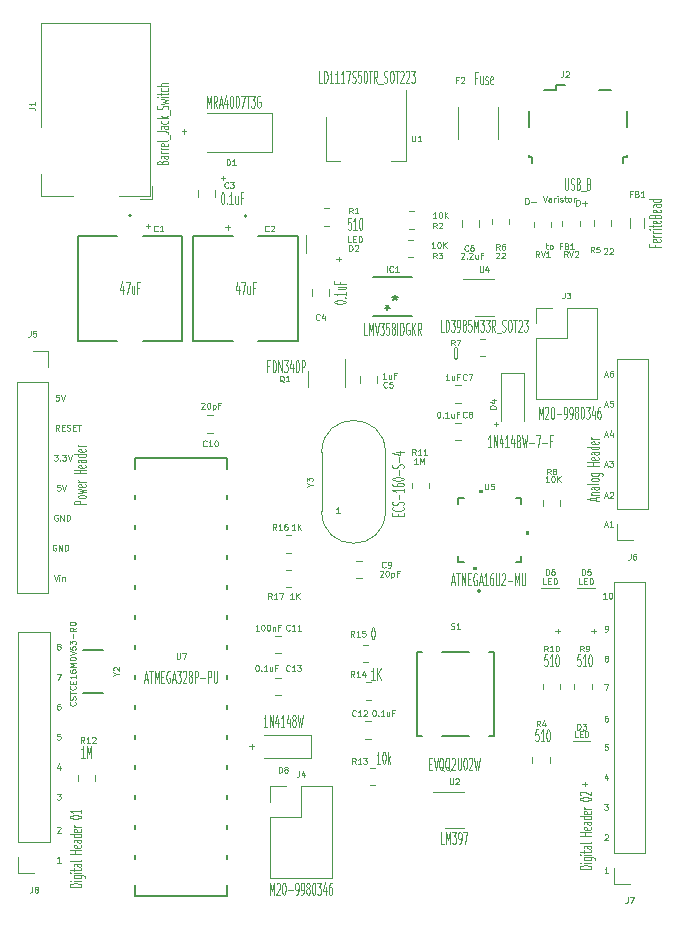
<source format=gbr>
%TF.GenerationSoftware,KiCad,Pcbnew,7.0.6*%
%TF.CreationDate,2024-03-19T20:52:53+13:00*%
%TF.ProjectId,Arduino Uno R3,41726475-696e-46f2-9055-6e6f2052332e,rev?*%
%TF.SameCoordinates,Original*%
%TF.FileFunction,Legend,Top*%
%TF.FilePolarity,Positive*%
%FSLAX46Y46*%
G04 Gerber Fmt 4.6, Leading zero omitted, Abs format (unit mm)*
G04 Created by KiCad (PCBNEW 7.0.6) date 2024-03-19 20:52:53*
%MOMM*%
%LPD*%
G01*
G04 APERTURE LIST*
%ADD10C,0.125000*%
%ADD11C,0.100000*%
%ADD12C,0.080000*%
%ADD13C,0.150000*%
%ADD14C,0.152400*%
%ADD15C,0.120000*%
G04 APERTURE END LIST*
D10*
X183692474Y-68877452D02*
X183930569Y-68877452D01*
X183644855Y-69020309D02*
X183811521Y-68520309D01*
X183811521Y-68520309D02*
X183978188Y-69020309D01*
X184359140Y-68520309D02*
X184263902Y-68520309D01*
X184263902Y-68520309D02*
X184216283Y-68544119D01*
X184216283Y-68544119D02*
X184192473Y-68567928D01*
X184192473Y-68567928D02*
X184144854Y-68639357D01*
X184144854Y-68639357D02*
X184121045Y-68734595D01*
X184121045Y-68734595D02*
X184121045Y-68925071D01*
X184121045Y-68925071D02*
X184144854Y-68972690D01*
X184144854Y-68972690D02*
X184168664Y-68996500D01*
X184168664Y-68996500D02*
X184216283Y-69020309D01*
X184216283Y-69020309D02*
X184311521Y-69020309D01*
X184311521Y-69020309D02*
X184359140Y-68996500D01*
X184359140Y-68996500D02*
X184382949Y-68972690D01*
X184382949Y-68972690D02*
X184406759Y-68925071D01*
X184406759Y-68925071D02*
X184406759Y-68806023D01*
X184406759Y-68806023D02*
X184382949Y-68758404D01*
X184382949Y-68758404D02*
X184359140Y-68734595D01*
X184359140Y-68734595D02*
X184311521Y-68710785D01*
X184311521Y-68710785D02*
X184216283Y-68710785D01*
X184216283Y-68710785D02*
X184168664Y-68734595D01*
X184168664Y-68734595D02*
X184144854Y-68758404D01*
X184144854Y-68758404D02*
X184121045Y-68806023D01*
X183692474Y-71417452D02*
X183930569Y-71417452D01*
X183644855Y-71560309D02*
X183811521Y-71060309D01*
X183811521Y-71060309D02*
X183978188Y-71560309D01*
X184382949Y-71060309D02*
X184144854Y-71060309D01*
X184144854Y-71060309D02*
X184121045Y-71298404D01*
X184121045Y-71298404D02*
X184144854Y-71274595D01*
X184144854Y-71274595D02*
X184192473Y-71250785D01*
X184192473Y-71250785D02*
X184311521Y-71250785D01*
X184311521Y-71250785D02*
X184359140Y-71274595D01*
X184359140Y-71274595D02*
X184382949Y-71298404D01*
X184382949Y-71298404D02*
X184406759Y-71346023D01*
X184406759Y-71346023D02*
X184406759Y-71465071D01*
X184406759Y-71465071D02*
X184382949Y-71512690D01*
X184382949Y-71512690D02*
X184359140Y-71536500D01*
X184359140Y-71536500D02*
X184311521Y-71560309D01*
X184311521Y-71560309D02*
X184192473Y-71560309D01*
X184192473Y-71560309D02*
X184144854Y-71536500D01*
X184144854Y-71536500D02*
X184121045Y-71512690D01*
X183692474Y-73957452D02*
X183930569Y-73957452D01*
X183644855Y-74100309D02*
X183811521Y-73600309D01*
X183811521Y-73600309D02*
X183978188Y-74100309D01*
X184359140Y-73766976D02*
X184359140Y-74100309D01*
X184240092Y-73576500D02*
X184121045Y-73933642D01*
X184121045Y-73933642D02*
X184430568Y-73933642D01*
X183692474Y-76497452D02*
X183930569Y-76497452D01*
X183644855Y-76640309D02*
X183811521Y-76140309D01*
X183811521Y-76140309D02*
X183978188Y-76640309D01*
X184097235Y-76140309D02*
X184406759Y-76140309D01*
X184406759Y-76140309D02*
X184240092Y-76330785D01*
X184240092Y-76330785D02*
X184311521Y-76330785D01*
X184311521Y-76330785D02*
X184359140Y-76354595D01*
X184359140Y-76354595D02*
X184382949Y-76378404D01*
X184382949Y-76378404D02*
X184406759Y-76426023D01*
X184406759Y-76426023D02*
X184406759Y-76545071D01*
X184406759Y-76545071D02*
X184382949Y-76592690D01*
X184382949Y-76592690D02*
X184359140Y-76616500D01*
X184359140Y-76616500D02*
X184311521Y-76640309D01*
X184311521Y-76640309D02*
X184168664Y-76640309D01*
X184168664Y-76640309D02*
X184121045Y-76616500D01*
X184121045Y-76616500D02*
X184097235Y-76592690D01*
X183692474Y-79164452D02*
X183930569Y-79164452D01*
X183644855Y-79307309D02*
X183811521Y-78807309D01*
X183811521Y-78807309D02*
X183978188Y-79307309D01*
X184121045Y-78854928D02*
X184144854Y-78831119D01*
X184144854Y-78831119D02*
X184192473Y-78807309D01*
X184192473Y-78807309D02*
X184311521Y-78807309D01*
X184311521Y-78807309D02*
X184359140Y-78831119D01*
X184359140Y-78831119D02*
X184382949Y-78854928D01*
X184382949Y-78854928D02*
X184406759Y-78902547D01*
X184406759Y-78902547D02*
X184406759Y-78950166D01*
X184406759Y-78950166D02*
X184382949Y-79021595D01*
X184382949Y-79021595D02*
X184097235Y-79307309D01*
X184097235Y-79307309D02*
X184406759Y-79307309D01*
X183692474Y-81577452D02*
X183930569Y-81577452D01*
X183644855Y-81720309D02*
X183811521Y-81220309D01*
X183811521Y-81220309D02*
X183978188Y-81720309D01*
X184406759Y-81720309D02*
X184121045Y-81720309D01*
X184263902Y-81720309D02*
X184263902Y-81220309D01*
X184263902Y-81220309D02*
X184216283Y-81291738D01*
X184216283Y-81291738D02*
X184168664Y-81339357D01*
X184168664Y-81339357D02*
X184121045Y-81363166D01*
X183851188Y-87816309D02*
X183565474Y-87816309D01*
X183708331Y-87816309D02*
X183708331Y-87316309D01*
X183708331Y-87316309D02*
X183660712Y-87387738D01*
X183660712Y-87387738D02*
X183613093Y-87435357D01*
X183613093Y-87435357D02*
X183565474Y-87459166D01*
X184160711Y-87316309D02*
X184208330Y-87316309D01*
X184208330Y-87316309D02*
X184255949Y-87340119D01*
X184255949Y-87340119D02*
X184279759Y-87363928D01*
X184279759Y-87363928D02*
X184303568Y-87411547D01*
X184303568Y-87411547D02*
X184327378Y-87506785D01*
X184327378Y-87506785D02*
X184327378Y-87625833D01*
X184327378Y-87625833D02*
X184303568Y-87721071D01*
X184303568Y-87721071D02*
X184279759Y-87768690D01*
X184279759Y-87768690D02*
X184255949Y-87792500D01*
X184255949Y-87792500D02*
X184208330Y-87816309D01*
X184208330Y-87816309D02*
X184160711Y-87816309D01*
X184160711Y-87816309D02*
X184113092Y-87792500D01*
X184113092Y-87792500D02*
X184089283Y-87768690D01*
X184089283Y-87768690D02*
X184065473Y-87721071D01*
X184065473Y-87721071D02*
X184041664Y-87625833D01*
X184041664Y-87625833D02*
X184041664Y-87506785D01*
X184041664Y-87506785D02*
X184065473Y-87411547D01*
X184065473Y-87411547D02*
X184089283Y-87363928D01*
X184089283Y-87363928D02*
X184113092Y-87340119D01*
X184113092Y-87340119D02*
X184160711Y-87316309D01*
X183740093Y-90610309D02*
X183835331Y-90610309D01*
X183835331Y-90610309D02*
X183882950Y-90586500D01*
X183882950Y-90586500D02*
X183906759Y-90562690D01*
X183906759Y-90562690D02*
X183954378Y-90491261D01*
X183954378Y-90491261D02*
X183978188Y-90396023D01*
X183978188Y-90396023D02*
X183978188Y-90205547D01*
X183978188Y-90205547D02*
X183954378Y-90157928D01*
X183954378Y-90157928D02*
X183930569Y-90134119D01*
X183930569Y-90134119D02*
X183882950Y-90110309D01*
X183882950Y-90110309D02*
X183787712Y-90110309D01*
X183787712Y-90110309D02*
X183740093Y-90134119D01*
X183740093Y-90134119D02*
X183716283Y-90157928D01*
X183716283Y-90157928D02*
X183692474Y-90205547D01*
X183692474Y-90205547D02*
X183692474Y-90324595D01*
X183692474Y-90324595D02*
X183716283Y-90372214D01*
X183716283Y-90372214D02*
X183740093Y-90396023D01*
X183740093Y-90396023D02*
X183787712Y-90419833D01*
X183787712Y-90419833D02*
X183882950Y-90419833D01*
X183882950Y-90419833D02*
X183930569Y-90396023D01*
X183930569Y-90396023D02*
X183954378Y-90372214D01*
X183954378Y-90372214D02*
X183978188Y-90324595D01*
X183787712Y-92864595D02*
X183740093Y-92840785D01*
X183740093Y-92840785D02*
X183716283Y-92816976D01*
X183716283Y-92816976D02*
X183692474Y-92769357D01*
X183692474Y-92769357D02*
X183692474Y-92745547D01*
X183692474Y-92745547D02*
X183716283Y-92697928D01*
X183716283Y-92697928D02*
X183740093Y-92674119D01*
X183740093Y-92674119D02*
X183787712Y-92650309D01*
X183787712Y-92650309D02*
X183882950Y-92650309D01*
X183882950Y-92650309D02*
X183930569Y-92674119D01*
X183930569Y-92674119D02*
X183954378Y-92697928D01*
X183954378Y-92697928D02*
X183978188Y-92745547D01*
X183978188Y-92745547D02*
X183978188Y-92769357D01*
X183978188Y-92769357D02*
X183954378Y-92816976D01*
X183954378Y-92816976D02*
X183930569Y-92840785D01*
X183930569Y-92840785D02*
X183882950Y-92864595D01*
X183882950Y-92864595D02*
X183787712Y-92864595D01*
X183787712Y-92864595D02*
X183740093Y-92888404D01*
X183740093Y-92888404D02*
X183716283Y-92912214D01*
X183716283Y-92912214D02*
X183692474Y-92959833D01*
X183692474Y-92959833D02*
X183692474Y-93055071D01*
X183692474Y-93055071D02*
X183716283Y-93102690D01*
X183716283Y-93102690D02*
X183740093Y-93126500D01*
X183740093Y-93126500D02*
X183787712Y-93150309D01*
X183787712Y-93150309D02*
X183882950Y-93150309D01*
X183882950Y-93150309D02*
X183930569Y-93126500D01*
X183930569Y-93126500D02*
X183954378Y-93102690D01*
X183954378Y-93102690D02*
X183978188Y-93055071D01*
X183978188Y-93055071D02*
X183978188Y-92959833D01*
X183978188Y-92959833D02*
X183954378Y-92912214D01*
X183954378Y-92912214D02*
X183930569Y-92888404D01*
X183930569Y-92888404D02*
X183882950Y-92864595D01*
X183668664Y-95063309D02*
X184001997Y-95063309D01*
X184001997Y-95063309D02*
X183787712Y-95563309D01*
X183930569Y-97730309D02*
X183835331Y-97730309D01*
X183835331Y-97730309D02*
X183787712Y-97754119D01*
X183787712Y-97754119D02*
X183763902Y-97777928D01*
X183763902Y-97777928D02*
X183716283Y-97849357D01*
X183716283Y-97849357D02*
X183692474Y-97944595D01*
X183692474Y-97944595D02*
X183692474Y-98135071D01*
X183692474Y-98135071D02*
X183716283Y-98182690D01*
X183716283Y-98182690D02*
X183740093Y-98206500D01*
X183740093Y-98206500D02*
X183787712Y-98230309D01*
X183787712Y-98230309D02*
X183882950Y-98230309D01*
X183882950Y-98230309D02*
X183930569Y-98206500D01*
X183930569Y-98206500D02*
X183954378Y-98182690D01*
X183954378Y-98182690D02*
X183978188Y-98135071D01*
X183978188Y-98135071D02*
X183978188Y-98016023D01*
X183978188Y-98016023D02*
X183954378Y-97968404D01*
X183954378Y-97968404D02*
X183930569Y-97944595D01*
X183930569Y-97944595D02*
X183882950Y-97920785D01*
X183882950Y-97920785D02*
X183787712Y-97920785D01*
X183787712Y-97920785D02*
X183740093Y-97944595D01*
X183740093Y-97944595D02*
X183716283Y-97968404D01*
X183716283Y-97968404D02*
X183692474Y-98016023D01*
X183954378Y-100143309D02*
X183716283Y-100143309D01*
X183716283Y-100143309D02*
X183692474Y-100381404D01*
X183692474Y-100381404D02*
X183716283Y-100357595D01*
X183716283Y-100357595D02*
X183763902Y-100333785D01*
X183763902Y-100333785D02*
X183882950Y-100333785D01*
X183882950Y-100333785D02*
X183930569Y-100357595D01*
X183930569Y-100357595D02*
X183954378Y-100381404D01*
X183954378Y-100381404D02*
X183978188Y-100429023D01*
X183978188Y-100429023D02*
X183978188Y-100548071D01*
X183978188Y-100548071D02*
X183954378Y-100595690D01*
X183954378Y-100595690D02*
X183930569Y-100619500D01*
X183930569Y-100619500D02*
X183882950Y-100643309D01*
X183882950Y-100643309D02*
X183763902Y-100643309D01*
X183763902Y-100643309D02*
X183716283Y-100619500D01*
X183716283Y-100619500D02*
X183692474Y-100595690D01*
X183930569Y-102849976D02*
X183930569Y-103183309D01*
X183811521Y-102659500D02*
X183692474Y-103016642D01*
X183692474Y-103016642D02*
X184001997Y-103016642D01*
X183668664Y-105223309D02*
X183978188Y-105223309D01*
X183978188Y-105223309D02*
X183811521Y-105413785D01*
X183811521Y-105413785D02*
X183882950Y-105413785D01*
X183882950Y-105413785D02*
X183930569Y-105437595D01*
X183930569Y-105437595D02*
X183954378Y-105461404D01*
X183954378Y-105461404D02*
X183978188Y-105509023D01*
X183978188Y-105509023D02*
X183978188Y-105628071D01*
X183978188Y-105628071D02*
X183954378Y-105675690D01*
X183954378Y-105675690D02*
X183930569Y-105699500D01*
X183930569Y-105699500D02*
X183882950Y-105723309D01*
X183882950Y-105723309D02*
X183740093Y-105723309D01*
X183740093Y-105723309D02*
X183692474Y-105699500D01*
X183692474Y-105699500D02*
X183668664Y-105675690D01*
X183692474Y-107810928D02*
X183716283Y-107787119D01*
X183716283Y-107787119D02*
X183763902Y-107763309D01*
X183763902Y-107763309D02*
X183882950Y-107763309D01*
X183882950Y-107763309D02*
X183930569Y-107787119D01*
X183930569Y-107787119D02*
X183954378Y-107810928D01*
X183954378Y-107810928D02*
X183978188Y-107858547D01*
X183978188Y-107858547D02*
X183978188Y-107906166D01*
X183978188Y-107906166D02*
X183954378Y-107977595D01*
X183954378Y-107977595D02*
X183668664Y-108263309D01*
X183668664Y-108263309D02*
X183978188Y-108263309D01*
X183978188Y-111057309D02*
X183692474Y-111057309D01*
X183835331Y-111057309D02*
X183835331Y-110557309D01*
X183835331Y-110557309D02*
X183787712Y-110628738D01*
X183787712Y-110628738D02*
X183740093Y-110676357D01*
X183740093Y-110676357D02*
X183692474Y-110700166D01*
X137432712Y-91848595D02*
X137385093Y-91824785D01*
X137385093Y-91824785D02*
X137361283Y-91800976D01*
X137361283Y-91800976D02*
X137337474Y-91753357D01*
X137337474Y-91753357D02*
X137337474Y-91729547D01*
X137337474Y-91729547D02*
X137361283Y-91681928D01*
X137361283Y-91681928D02*
X137385093Y-91658119D01*
X137385093Y-91658119D02*
X137432712Y-91634309D01*
X137432712Y-91634309D02*
X137527950Y-91634309D01*
X137527950Y-91634309D02*
X137575569Y-91658119D01*
X137575569Y-91658119D02*
X137599378Y-91681928D01*
X137599378Y-91681928D02*
X137623188Y-91729547D01*
X137623188Y-91729547D02*
X137623188Y-91753357D01*
X137623188Y-91753357D02*
X137599378Y-91800976D01*
X137599378Y-91800976D02*
X137575569Y-91824785D01*
X137575569Y-91824785D02*
X137527950Y-91848595D01*
X137527950Y-91848595D02*
X137432712Y-91848595D01*
X137432712Y-91848595D02*
X137385093Y-91872404D01*
X137385093Y-91872404D02*
X137361283Y-91896214D01*
X137361283Y-91896214D02*
X137337474Y-91943833D01*
X137337474Y-91943833D02*
X137337474Y-92039071D01*
X137337474Y-92039071D02*
X137361283Y-92086690D01*
X137361283Y-92086690D02*
X137385093Y-92110500D01*
X137385093Y-92110500D02*
X137432712Y-92134309D01*
X137432712Y-92134309D02*
X137527950Y-92134309D01*
X137527950Y-92134309D02*
X137575569Y-92110500D01*
X137575569Y-92110500D02*
X137599378Y-92086690D01*
X137599378Y-92086690D02*
X137623188Y-92039071D01*
X137623188Y-92039071D02*
X137623188Y-91943833D01*
X137623188Y-91943833D02*
X137599378Y-91896214D01*
X137599378Y-91896214D02*
X137575569Y-91872404D01*
X137575569Y-91872404D02*
X137527950Y-91848595D01*
X137313664Y-94174309D02*
X137646997Y-94174309D01*
X137646997Y-94174309D02*
X137432712Y-94674309D01*
X137575569Y-96714309D02*
X137480331Y-96714309D01*
X137480331Y-96714309D02*
X137432712Y-96738119D01*
X137432712Y-96738119D02*
X137408902Y-96761928D01*
X137408902Y-96761928D02*
X137361283Y-96833357D01*
X137361283Y-96833357D02*
X137337474Y-96928595D01*
X137337474Y-96928595D02*
X137337474Y-97119071D01*
X137337474Y-97119071D02*
X137361283Y-97166690D01*
X137361283Y-97166690D02*
X137385093Y-97190500D01*
X137385093Y-97190500D02*
X137432712Y-97214309D01*
X137432712Y-97214309D02*
X137527950Y-97214309D01*
X137527950Y-97214309D02*
X137575569Y-97190500D01*
X137575569Y-97190500D02*
X137599378Y-97166690D01*
X137599378Y-97166690D02*
X137623188Y-97119071D01*
X137623188Y-97119071D02*
X137623188Y-97000023D01*
X137623188Y-97000023D02*
X137599378Y-96952404D01*
X137599378Y-96952404D02*
X137575569Y-96928595D01*
X137575569Y-96928595D02*
X137527950Y-96904785D01*
X137527950Y-96904785D02*
X137432712Y-96904785D01*
X137432712Y-96904785D02*
X137385093Y-96928595D01*
X137385093Y-96928595D02*
X137361283Y-96952404D01*
X137361283Y-96952404D02*
X137337474Y-97000023D01*
X137599378Y-99254309D02*
X137361283Y-99254309D01*
X137361283Y-99254309D02*
X137337474Y-99492404D01*
X137337474Y-99492404D02*
X137361283Y-99468595D01*
X137361283Y-99468595D02*
X137408902Y-99444785D01*
X137408902Y-99444785D02*
X137527950Y-99444785D01*
X137527950Y-99444785D02*
X137575569Y-99468595D01*
X137575569Y-99468595D02*
X137599378Y-99492404D01*
X137599378Y-99492404D02*
X137623188Y-99540023D01*
X137623188Y-99540023D02*
X137623188Y-99659071D01*
X137623188Y-99659071D02*
X137599378Y-99706690D01*
X137599378Y-99706690D02*
X137575569Y-99730500D01*
X137575569Y-99730500D02*
X137527950Y-99754309D01*
X137527950Y-99754309D02*
X137408902Y-99754309D01*
X137408902Y-99754309D02*
X137361283Y-99730500D01*
X137361283Y-99730500D02*
X137337474Y-99706690D01*
X137575569Y-101960976D02*
X137575569Y-102294309D01*
X137456521Y-101770500D02*
X137337474Y-102127642D01*
X137337474Y-102127642D02*
X137646997Y-102127642D01*
X137313664Y-104334309D02*
X137623188Y-104334309D01*
X137623188Y-104334309D02*
X137456521Y-104524785D01*
X137456521Y-104524785D02*
X137527950Y-104524785D01*
X137527950Y-104524785D02*
X137575569Y-104548595D01*
X137575569Y-104548595D02*
X137599378Y-104572404D01*
X137599378Y-104572404D02*
X137623188Y-104620023D01*
X137623188Y-104620023D02*
X137623188Y-104739071D01*
X137623188Y-104739071D02*
X137599378Y-104786690D01*
X137599378Y-104786690D02*
X137575569Y-104810500D01*
X137575569Y-104810500D02*
X137527950Y-104834309D01*
X137527950Y-104834309D02*
X137385093Y-104834309D01*
X137385093Y-104834309D02*
X137337474Y-104810500D01*
X137337474Y-104810500D02*
X137313664Y-104786690D01*
X137337474Y-107175928D02*
X137361283Y-107152119D01*
X137361283Y-107152119D02*
X137408902Y-107128309D01*
X137408902Y-107128309D02*
X137527950Y-107128309D01*
X137527950Y-107128309D02*
X137575569Y-107152119D01*
X137575569Y-107152119D02*
X137599378Y-107175928D01*
X137599378Y-107175928D02*
X137623188Y-107223547D01*
X137623188Y-107223547D02*
X137623188Y-107271166D01*
X137623188Y-107271166D02*
X137599378Y-107342595D01*
X137599378Y-107342595D02*
X137313664Y-107628309D01*
X137313664Y-107628309D02*
X137623188Y-107628309D01*
X137623188Y-110168309D02*
X137337474Y-110168309D01*
X137480331Y-110168309D02*
X137480331Y-109668309D01*
X137480331Y-109668309D02*
X137432712Y-109739738D01*
X137432712Y-109739738D02*
X137385093Y-109787357D01*
X137385093Y-109787357D02*
X137337474Y-109811166D01*
X137472378Y-70552309D02*
X137234283Y-70552309D01*
X137234283Y-70552309D02*
X137210474Y-70790404D01*
X137210474Y-70790404D02*
X137234283Y-70766595D01*
X137234283Y-70766595D02*
X137281902Y-70742785D01*
X137281902Y-70742785D02*
X137400950Y-70742785D01*
X137400950Y-70742785D02*
X137448569Y-70766595D01*
X137448569Y-70766595D02*
X137472378Y-70790404D01*
X137472378Y-70790404D02*
X137496188Y-70838023D01*
X137496188Y-70838023D02*
X137496188Y-70957071D01*
X137496188Y-70957071D02*
X137472378Y-71004690D01*
X137472378Y-71004690D02*
X137448569Y-71028500D01*
X137448569Y-71028500D02*
X137400950Y-71052309D01*
X137400950Y-71052309D02*
X137281902Y-71052309D01*
X137281902Y-71052309D02*
X137234283Y-71028500D01*
X137234283Y-71028500D02*
X137210474Y-71004690D01*
X137639045Y-70552309D02*
X137805711Y-71052309D01*
X137805711Y-71052309D02*
X137972378Y-70552309D01*
X137519997Y-73592309D02*
X137353331Y-73354214D01*
X137234283Y-73592309D02*
X137234283Y-73092309D01*
X137234283Y-73092309D02*
X137424759Y-73092309D01*
X137424759Y-73092309D02*
X137472378Y-73116119D01*
X137472378Y-73116119D02*
X137496188Y-73139928D01*
X137496188Y-73139928D02*
X137519997Y-73187547D01*
X137519997Y-73187547D02*
X137519997Y-73258976D01*
X137519997Y-73258976D02*
X137496188Y-73306595D01*
X137496188Y-73306595D02*
X137472378Y-73330404D01*
X137472378Y-73330404D02*
X137424759Y-73354214D01*
X137424759Y-73354214D02*
X137234283Y-73354214D01*
X137734283Y-73330404D02*
X137900950Y-73330404D01*
X137972378Y-73592309D02*
X137734283Y-73592309D01*
X137734283Y-73592309D02*
X137734283Y-73092309D01*
X137734283Y-73092309D02*
X137972378Y-73092309D01*
X138162855Y-73568500D02*
X138234283Y-73592309D01*
X138234283Y-73592309D02*
X138353331Y-73592309D01*
X138353331Y-73592309D02*
X138400950Y-73568500D01*
X138400950Y-73568500D02*
X138424759Y-73544690D01*
X138424759Y-73544690D02*
X138448569Y-73497071D01*
X138448569Y-73497071D02*
X138448569Y-73449452D01*
X138448569Y-73449452D02*
X138424759Y-73401833D01*
X138424759Y-73401833D02*
X138400950Y-73378023D01*
X138400950Y-73378023D02*
X138353331Y-73354214D01*
X138353331Y-73354214D02*
X138258093Y-73330404D01*
X138258093Y-73330404D02*
X138210474Y-73306595D01*
X138210474Y-73306595D02*
X138186664Y-73282785D01*
X138186664Y-73282785D02*
X138162855Y-73235166D01*
X138162855Y-73235166D02*
X138162855Y-73187547D01*
X138162855Y-73187547D02*
X138186664Y-73139928D01*
X138186664Y-73139928D02*
X138210474Y-73116119D01*
X138210474Y-73116119D02*
X138258093Y-73092309D01*
X138258093Y-73092309D02*
X138377140Y-73092309D01*
X138377140Y-73092309D02*
X138448569Y-73116119D01*
X138662854Y-73330404D02*
X138829521Y-73330404D01*
X138900949Y-73592309D02*
X138662854Y-73592309D01*
X138662854Y-73592309D02*
X138662854Y-73092309D01*
X138662854Y-73092309D02*
X138900949Y-73092309D01*
X139043807Y-73092309D02*
X139329521Y-73092309D01*
X139186664Y-73592309D02*
X139186664Y-73092309D01*
X137059664Y-75632309D02*
X137369188Y-75632309D01*
X137369188Y-75632309D02*
X137202521Y-75822785D01*
X137202521Y-75822785D02*
X137273950Y-75822785D01*
X137273950Y-75822785D02*
X137321569Y-75846595D01*
X137321569Y-75846595D02*
X137345378Y-75870404D01*
X137345378Y-75870404D02*
X137369188Y-75918023D01*
X137369188Y-75918023D02*
X137369188Y-76037071D01*
X137369188Y-76037071D02*
X137345378Y-76084690D01*
X137345378Y-76084690D02*
X137321569Y-76108500D01*
X137321569Y-76108500D02*
X137273950Y-76132309D01*
X137273950Y-76132309D02*
X137131093Y-76132309D01*
X137131093Y-76132309D02*
X137083474Y-76108500D01*
X137083474Y-76108500D02*
X137059664Y-76084690D01*
X137583473Y-76084690D02*
X137607283Y-76108500D01*
X137607283Y-76108500D02*
X137583473Y-76132309D01*
X137583473Y-76132309D02*
X137559664Y-76108500D01*
X137559664Y-76108500D02*
X137583473Y-76084690D01*
X137583473Y-76084690D02*
X137583473Y-76132309D01*
X137773949Y-75632309D02*
X138083473Y-75632309D01*
X138083473Y-75632309D02*
X137916806Y-75822785D01*
X137916806Y-75822785D02*
X137988235Y-75822785D01*
X137988235Y-75822785D02*
X138035854Y-75846595D01*
X138035854Y-75846595D02*
X138059663Y-75870404D01*
X138059663Y-75870404D02*
X138083473Y-75918023D01*
X138083473Y-75918023D02*
X138083473Y-76037071D01*
X138083473Y-76037071D02*
X138059663Y-76084690D01*
X138059663Y-76084690D02*
X138035854Y-76108500D01*
X138035854Y-76108500D02*
X137988235Y-76132309D01*
X137988235Y-76132309D02*
X137845378Y-76132309D01*
X137845378Y-76132309D02*
X137797759Y-76108500D01*
X137797759Y-76108500D02*
X137773949Y-76084690D01*
X138226330Y-75632309D02*
X138392996Y-76132309D01*
X138392996Y-76132309D02*
X138559663Y-75632309D01*
X137035855Y-85792309D02*
X137202521Y-86292309D01*
X137202521Y-86292309D02*
X137369188Y-85792309D01*
X137535854Y-86292309D02*
X137535854Y-85958976D01*
X137535854Y-85792309D02*
X137512045Y-85816119D01*
X137512045Y-85816119D02*
X137535854Y-85839928D01*
X137535854Y-85839928D02*
X137559664Y-85816119D01*
X137559664Y-85816119D02*
X137535854Y-85792309D01*
X137535854Y-85792309D02*
X137535854Y-85839928D01*
X137773949Y-85958976D02*
X137773949Y-86292309D01*
X137773949Y-86006595D02*
X137797759Y-85982785D01*
X137797759Y-85982785D02*
X137845378Y-85958976D01*
X137845378Y-85958976D02*
X137916806Y-85958976D01*
X137916806Y-85958976D02*
X137964425Y-85982785D01*
X137964425Y-85982785D02*
X137988235Y-86030404D01*
X137988235Y-86030404D02*
X137988235Y-86292309D01*
X137242188Y-83276119D02*
X137194569Y-83252309D01*
X137194569Y-83252309D02*
X137123140Y-83252309D01*
X137123140Y-83252309D02*
X137051712Y-83276119D01*
X137051712Y-83276119D02*
X137004093Y-83323738D01*
X137004093Y-83323738D02*
X136980283Y-83371357D01*
X136980283Y-83371357D02*
X136956474Y-83466595D01*
X136956474Y-83466595D02*
X136956474Y-83538023D01*
X136956474Y-83538023D02*
X136980283Y-83633261D01*
X136980283Y-83633261D02*
X137004093Y-83680880D01*
X137004093Y-83680880D02*
X137051712Y-83728500D01*
X137051712Y-83728500D02*
X137123140Y-83752309D01*
X137123140Y-83752309D02*
X137170759Y-83752309D01*
X137170759Y-83752309D02*
X137242188Y-83728500D01*
X137242188Y-83728500D02*
X137265997Y-83704690D01*
X137265997Y-83704690D02*
X137265997Y-83538023D01*
X137265997Y-83538023D02*
X137170759Y-83538023D01*
X137480283Y-83752309D02*
X137480283Y-83252309D01*
X137480283Y-83252309D02*
X137765997Y-83752309D01*
X137765997Y-83752309D02*
X137765997Y-83252309D01*
X138004093Y-83752309D02*
X138004093Y-83252309D01*
X138004093Y-83252309D02*
X138123141Y-83252309D01*
X138123141Y-83252309D02*
X138194569Y-83276119D01*
X138194569Y-83276119D02*
X138242188Y-83323738D01*
X138242188Y-83323738D02*
X138265998Y-83371357D01*
X138265998Y-83371357D02*
X138289807Y-83466595D01*
X138289807Y-83466595D02*
X138289807Y-83538023D01*
X138289807Y-83538023D02*
X138265998Y-83633261D01*
X138265998Y-83633261D02*
X138242188Y-83680880D01*
X138242188Y-83680880D02*
X138194569Y-83728500D01*
X138194569Y-83728500D02*
X138123141Y-83752309D01*
X138123141Y-83752309D02*
X138004093Y-83752309D01*
X137369188Y-80736119D02*
X137321569Y-80712309D01*
X137321569Y-80712309D02*
X137250140Y-80712309D01*
X137250140Y-80712309D02*
X137178712Y-80736119D01*
X137178712Y-80736119D02*
X137131093Y-80783738D01*
X137131093Y-80783738D02*
X137107283Y-80831357D01*
X137107283Y-80831357D02*
X137083474Y-80926595D01*
X137083474Y-80926595D02*
X137083474Y-80998023D01*
X137083474Y-80998023D02*
X137107283Y-81093261D01*
X137107283Y-81093261D02*
X137131093Y-81140880D01*
X137131093Y-81140880D02*
X137178712Y-81188500D01*
X137178712Y-81188500D02*
X137250140Y-81212309D01*
X137250140Y-81212309D02*
X137297759Y-81212309D01*
X137297759Y-81212309D02*
X137369188Y-81188500D01*
X137369188Y-81188500D02*
X137392997Y-81164690D01*
X137392997Y-81164690D02*
X137392997Y-80998023D01*
X137392997Y-80998023D02*
X137297759Y-80998023D01*
X137607283Y-81212309D02*
X137607283Y-80712309D01*
X137607283Y-80712309D02*
X137892997Y-81212309D01*
X137892997Y-81212309D02*
X137892997Y-80712309D01*
X138131093Y-81212309D02*
X138131093Y-80712309D01*
X138131093Y-80712309D02*
X138250141Y-80712309D01*
X138250141Y-80712309D02*
X138321569Y-80736119D01*
X138321569Y-80736119D02*
X138369188Y-80783738D01*
X138369188Y-80783738D02*
X138392998Y-80831357D01*
X138392998Y-80831357D02*
X138416807Y-80926595D01*
X138416807Y-80926595D02*
X138416807Y-80998023D01*
X138416807Y-80998023D02*
X138392998Y-81093261D01*
X138392998Y-81093261D02*
X138369188Y-81140880D01*
X138369188Y-81140880D02*
X138321569Y-81188500D01*
X138321569Y-81188500D02*
X138250141Y-81212309D01*
X138250141Y-81212309D02*
X138131093Y-81212309D01*
X137599378Y-78172309D02*
X137361283Y-78172309D01*
X137361283Y-78172309D02*
X137337474Y-78410404D01*
X137337474Y-78410404D02*
X137361283Y-78386595D01*
X137361283Y-78386595D02*
X137408902Y-78362785D01*
X137408902Y-78362785D02*
X137527950Y-78362785D01*
X137527950Y-78362785D02*
X137575569Y-78386595D01*
X137575569Y-78386595D02*
X137599378Y-78410404D01*
X137599378Y-78410404D02*
X137623188Y-78458023D01*
X137623188Y-78458023D02*
X137623188Y-78577071D01*
X137623188Y-78577071D02*
X137599378Y-78624690D01*
X137599378Y-78624690D02*
X137575569Y-78648500D01*
X137575569Y-78648500D02*
X137527950Y-78672309D01*
X137527950Y-78672309D02*
X137408902Y-78672309D01*
X137408902Y-78672309D02*
X137361283Y-78648500D01*
X137361283Y-78648500D02*
X137337474Y-78624690D01*
X137766045Y-78172309D02*
X137932711Y-78672309D01*
X137932711Y-78672309D02*
X138099378Y-78172309D01*
X153617283Y-100325833D02*
X153998236Y-100325833D01*
X153807759Y-100516309D02*
X153807759Y-100135357D01*
X174318283Y-73020833D02*
X174699236Y-73020833D01*
X174508759Y-73211309D02*
X174508759Y-72830357D01*
X161245188Y-80577309D02*
X160959474Y-80577309D01*
X161102331Y-80577309D02*
X161102331Y-80077309D01*
X161102331Y-80077309D02*
X161054712Y-80148738D01*
X161054712Y-80148738D02*
X161007093Y-80196357D01*
X161007093Y-80196357D02*
X160959474Y-80220166D01*
X181303283Y-54542309D02*
X181303283Y-54042309D01*
X181303283Y-54042309D02*
X181422331Y-54042309D01*
X181422331Y-54042309D02*
X181493759Y-54066119D01*
X181493759Y-54066119D02*
X181541378Y-54113738D01*
X181541378Y-54113738D02*
X181565188Y-54161357D01*
X181565188Y-54161357D02*
X181588997Y-54256595D01*
X181588997Y-54256595D02*
X181588997Y-54328023D01*
X181588997Y-54328023D02*
X181565188Y-54423261D01*
X181565188Y-54423261D02*
X181541378Y-54470880D01*
X181541378Y-54470880D02*
X181493759Y-54518500D01*
X181493759Y-54518500D02*
X181422331Y-54542309D01*
X181422331Y-54542309D02*
X181303283Y-54542309D01*
X181803283Y-54351833D02*
X182184236Y-54351833D01*
X181993759Y-54542309D02*
X181993759Y-54161357D01*
X176985283Y-54415309D02*
X176985283Y-53915309D01*
X176985283Y-53915309D02*
X177104331Y-53915309D01*
X177104331Y-53915309D02*
X177175759Y-53939119D01*
X177175759Y-53939119D02*
X177223378Y-53986738D01*
X177223378Y-53986738D02*
X177247188Y-54034357D01*
X177247188Y-54034357D02*
X177270997Y-54129595D01*
X177270997Y-54129595D02*
X177270997Y-54201023D01*
X177270997Y-54201023D02*
X177247188Y-54296261D01*
X177247188Y-54296261D02*
X177223378Y-54343880D01*
X177223378Y-54343880D02*
X177175759Y-54391500D01*
X177175759Y-54391500D02*
X177104331Y-54415309D01*
X177104331Y-54415309D02*
X176985283Y-54415309D01*
X177485283Y-54224833D02*
X177866236Y-54224833D01*
X181811283Y-103500833D02*
X182192236Y-103500833D01*
X182001759Y-103691309D02*
X182001759Y-103310357D01*
X160983283Y-59050833D02*
X161364236Y-59050833D01*
X161173759Y-59241309D02*
X161173759Y-58860357D01*
X151204283Y-52192833D02*
X151585236Y-52192833D01*
X151394759Y-52383309D02*
X151394759Y-52002357D01*
X151585283Y-56383833D02*
X151966236Y-56383833D01*
X151775759Y-56574309D02*
X151775759Y-56193357D01*
X144854283Y-56256833D02*
X145235236Y-56256833D01*
X145044759Y-56447309D02*
X145044759Y-56066357D01*
X147902283Y-48255833D02*
X148283236Y-48255833D01*
X148092759Y-48446309D02*
X148092759Y-48065357D01*
X179525283Y-90546833D02*
X179906236Y-90546833D01*
X179715759Y-90737309D02*
X179715759Y-90356357D01*
X182573283Y-90546833D02*
X182954236Y-90546833D01*
X182763759Y-90737309D02*
X182763759Y-90356357D01*
X178691855Y-57891976D02*
X178882331Y-57891976D01*
X178763283Y-57725309D02*
X178763283Y-58153880D01*
X178763283Y-58153880D02*
X178787093Y-58201500D01*
X178787093Y-58201500D02*
X178834712Y-58225309D01*
X178834712Y-58225309D02*
X178882331Y-58225309D01*
X179120426Y-58225309D02*
X179072807Y-58201500D01*
X179072807Y-58201500D02*
X179048997Y-58177690D01*
X179048997Y-58177690D02*
X179025188Y-58130071D01*
X179025188Y-58130071D02*
X179025188Y-57987214D01*
X179025188Y-57987214D02*
X179048997Y-57939595D01*
X179048997Y-57939595D02*
X179072807Y-57915785D01*
X179072807Y-57915785D02*
X179120426Y-57891976D01*
X179120426Y-57891976D02*
X179191854Y-57891976D01*
X179191854Y-57891976D02*
X179239473Y-57915785D01*
X179239473Y-57915785D02*
X179263283Y-57939595D01*
X179263283Y-57939595D02*
X179287092Y-57987214D01*
X179287092Y-57987214D02*
X179287092Y-58130071D01*
X179287092Y-58130071D02*
X179263283Y-58177690D01*
X179263283Y-58177690D02*
X179239473Y-58201500D01*
X179239473Y-58201500D02*
X179191854Y-58225309D01*
X179191854Y-58225309D02*
X179120426Y-58225309D01*
X180048997Y-57963404D02*
X179882330Y-57963404D01*
X179882330Y-58225309D02*
X179882330Y-57725309D01*
X179882330Y-57725309D02*
X180120425Y-57725309D01*
X180477568Y-57963404D02*
X180548996Y-57987214D01*
X180548996Y-57987214D02*
X180572806Y-58011023D01*
X180572806Y-58011023D02*
X180596615Y-58058642D01*
X180596615Y-58058642D02*
X180596615Y-58130071D01*
X180596615Y-58130071D02*
X180572806Y-58177690D01*
X180572806Y-58177690D02*
X180548996Y-58201500D01*
X180548996Y-58201500D02*
X180501377Y-58225309D01*
X180501377Y-58225309D02*
X180310901Y-58225309D01*
X180310901Y-58225309D02*
X180310901Y-57725309D01*
X180310901Y-57725309D02*
X180477568Y-57725309D01*
X180477568Y-57725309D02*
X180525187Y-57749119D01*
X180525187Y-57749119D02*
X180548996Y-57772928D01*
X180548996Y-57772928D02*
X180572806Y-57820547D01*
X180572806Y-57820547D02*
X180572806Y-57868166D01*
X180572806Y-57868166D02*
X180548996Y-57915785D01*
X180548996Y-57915785D02*
X180525187Y-57939595D01*
X180525187Y-57939595D02*
X180477568Y-57963404D01*
X180477568Y-57963404D02*
X180310901Y-57963404D01*
X181072806Y-58225309D02*
X180787092Y-58225309D01*
X180929949Y-58225309D02*
X180929949Y-57725309D01*
X180929949Y-57725309D02*
X180882330Y-57796738D01*
X180882330Y-57796738D02*
X180834711Y-57844357D01*
X180834711Y-57844357D02*
X180787092Y-57868166D01*
X142353714Y-94218094D02*
X142591809Y-94218094D01*
X142091809Y-94384760D02*
X142353714Y-94218094D01*
X142353714Y-94218094D02*
X142091809Y-94051427D01*
X142139428Y-93908570D02*
X142115619Y-93884761D01*
X142115619Y-93884761D02*
X142091809Y-93837142D01*
X142091809Y-93837142D02*
X142091809Y-93718094D01*
X142091809Y-93718094D02*
X142115619Y-93670475D01*
X142115619Y-93670475D02*
X142139428Y-93646666D01*
X142139428Y-93646666D02*
X142187047Y-93622856D01*
X142187047Y-93622856D02*
X142234666Y-93622856D01*
X142234666Y-93622856D02*
X142306095Y-93646666D01*
X142306095Y-93646666D02*
X142591809Y-93932380D01*
X142591809Y-93932380D02*
X142591809Y-93622856D01*
X138861190Y-96583093D02*
X138885000Y-96606902D01*
X138885000Y-96606902D02*
X138908809Y-96678331D01*
X138908809Y-96678331D02*
X138908809Y-96725950D01*
X138908809Y-96725950D02*
X138885000Y-96797378D01*
X138885000Y-96797378D02*
X138837380Y-96844997D01*
X138837380Y-96844997D02*
X138789761Y-96868807D01*
X138789761Y-96868807D02*
X138694523Y-96892616D01*
X138694523Y-96892616D02*
X138623095Y-96892616D01*
X138623095Y-96892616D02*
X138527857Y-96868807D01*
X138527857Y-96868807D02*
X138480238Y-96844997D01*
X138480238Y-96844997D02*
X138432619Y-96797378D01*
X138432619Y-96797378D02*
X138408809Y-96725950D01*
X138408809Y-96725950D02*
X138408809Y-96678331D01*
X138408809Y-96678331D02*
X138432619Y-96606902D01*
X138432619Y-96606902D02*
X138456428Y-96583093D01*
X138885000Y-96392616D02*
X138908809Y-96321188D01*
X138908809Y-96321188D02*
X138908809Y-96202140D01*
X138908809Y-96202140D02*
X138885000Y-96154521D01*
X138885000Y-96154521D02*
X138861190Y-96130712D01*
X138861190Y-96130712D02*
X138813571Y-96106902D01*
X138813571Y-96106902D02*
X138765952Y-96106902D01*
X138765952Y-96106902D02*
X138718333Y-96130712D01*
X138718333Y-96130712D02*
X138694523Y-96154521D01*
X138694523Y-96154521D02*
X138670714Y-96202140D01*
X138670714Y-96202140D02*
X138646904Y-96297378D01*
X138646904Y-96297378D02*
X138623095Y-96344997D01*
X138623095Y-96344997D02*
X138599285Y-96368807D01*
X138599285Y-96368807D02*
X138551666Y-96392616D01*
X138551666Y-96392616D02*
X138504047Y-96392616D01*
X138504047Y-96392616D02*
X138456428Y-96368807D01*
X138456428Y-96368807D02*
X138432619Y-96344997D01*
X138432619Y-96344997D02*
X138408809Y-96297378D01*
X138408809Y-96297378D02*
X138408809Y-96178331D01*
X138408809Y-96178331D02*
X138432619Y-96106902D01*
X138408809Y-95964045D02*
X138408809Y-95678331D01*
X138908809Y-95821188D02*
X138408809Y-95821188D01*
X138861190Y-95225951D02*
X138885000Y-95249760D01*
X138885000Y-95249760D02*
X138908809Y-95321189D01*
X138908809Y-95321189D02*
X138908809Y-95368808D01*
X138908809Y-95368808D02*
X138885000Y-95440236D01*
X138885000Y-95440236D02*
X138837380Y-95487855D01*
X138837380Y-95487855D02*
X138789761Y-95511665D01*
X138789761Y-95511665D02*
X138694523Y-95535474D01*
X138694523Y-95535474D02*
X138623095Y-95535474D01*
X138623095Y-95535474D02*
X138527857Y-95511665D01*
X138527857Y-95511665D02*
X138480238Y-95487855D01*
X138480238Y-95487855D02*
X138432619Y-95440236D01*
X138432619Y-95440236D02*
X138408809Y-95368808D01*
X138408809Y-95368808D02*
X138408809Y-95321189D01*
X138408809Y-95321189D02*
X138432619Y-95249760D01*
X138432619Y-95249760D02*
X138456428Y-95225951D01*
X138646904Y-95011665D02*
X138646904Y-94844998D01*
X138908809Y-94773570D02*
X138908809Y-95011665D01*
X138908809Y-95011665D02*
X138408809Y-95011665D01*
X138408809Y-95011665D02*
X138408809Y-94773570D01*
X138908809Y-94297379D02*
X138908809Y-94583093D01*
X138908809Y-94440236D02*
X138408809Y-94440236D01*
X138408809Y-94440236D02*
X138480238Y-94487855D01*
X138480238Y-94487855D02*
X138527857Y-94535474D01*
X138527857Y-94535474D02*
X138551666Y-94583093D01*
X138408809Y-93868808D02*
X138408809Y-93964046D01*
X138408809Y-93964046D02*
X138432619Y-94011665D01*
X138432619Y-94011665D02*
X138456428Y-94035475D01*
X138456428Y-94035475D02*
X138527857Y-94083094D01*
X138527857Y-94083094D02*
X138623095Y-94106903D01*
X138623095Y-94106903D02*
X138813571Y-94106903D01*
X138813571Y-94106903D02*
X138861190Y-94083094D01*
X138861190Y-94083094D02*
X138885000Y-94059284D01*
X138885000Y-94059284D02*
X138908809Y-94011665D01*
X138908809Y-94011665D02*
X138908809Y-93916427D01*
X138908809Y-93916427D02*
X138885000Y-93868808D01*
X138885000Y-93868808D02*
X138861190Y-93844999D01*
X138861190Y-93844999D02*
X138813571Y-93821189D01*
X138813571Y-93821189D02*
X138694523Y-93821189D01*
X138694523Y-93821189D02*
X138646904Y-93844999D01*
X138646904Y-93844999D02*
X138623095Y-93868808D01*
X138623095Y-93868808D02*
X138599285Y-93916427D01*
X138599285Y-93916427D02*
X138599285Y-94011665D01*
X138599285Y-94011665D02*
X138623095Y-94059284D01*
X138623095Y-94059284D02*
X138646904Y-94083094D01*
X138646904Y-94083094D02*
X138694523Y-94106903D01*
X138908809Y-93606904D02*
X138408809Y-93606904D01*
X138408809Y-93606904D02*
X138765952Y-93440237D01*
X138765952Y-93440237D02*
X138408809Y-93273571D01*
X138408809Y-93273571D02*
X138908809Y-93273571D01*
X138408809Y-92940237D02*
X138408809Y-92892618D01*
X138408809Y-92892618D02*
X138432619Y-92844999D01*
X138432619Y-92844999D02*
X138456428Y-92821189D01*
X138456428Y-92821189D02*
X138504047Y-92797380D01*
X138504047Y-92797380D02*
X138599285Y-92773570D01*
X138599285Y-92773570D02*
X138718333Y-92773570D01*
X138718333Y-92773570D02*
X138813571Y-92797380D01*
X138813571Y-92797380D02*
X138861190Y-92821189D01*
X138861190Y-92821189D02*
X138885000Y-92844999D01*
X138885000Y-92844999D02*
X138908809Y-92892618D01*
X138908809Y-92892618D02*
X138908809Y-92940237D01*
X138908809Y-92940237D02*
X138885000Y-92987856D01*
X138885000Y-92987856D02*
X138861190Y-93011665D01*
X138861190Y-93011665D02*
X138813571Y-93035475D01*
X138813571Y-93035475D02*
X138718333Y-93059284D01*
X138718333Y-93059284D02*
X138599285Y-93059284D01*
X138599285Y-93059284D02*
X138504047Y-93035475D01*
X138504047Y-93035475D02*
X138456428Y-93011665D01*
X138456428Y-93011665D02*
X138432619Y-92987856D01*
X138432619Y-92987856D02*
X138408809Y-92940237D01*
X138408809Y-92630713D02*
X138908809Y-92464047D01*
X138908809Y-92464047D02*
X138408809Y-92297380D01*
X138408809Y-91892619D02*
X138408809Y-92130714D01*
X138408809Y-92130714D02*
X138646904Y-92154523D01*
X138646904Y-92154523D02*
X138623095Y-92130714D01*
X138623095Y-92130714D02*
X138599285Y-92083095D01*
X138599285Y-92083095D02*
X138599285Y-91964047D01*
X138599285Y-91964047D02*
X138623095Y-91916428D01*
X138623095Y-91916428D02*
X138646904Y-91892619D01*
X138646904Y-91892619D02*
X138694523Y-91868809D01*
X138694523Y-91868809D02*
X138813571Y-91868809D01*
X138813571Y-91868809D02*
X138861190Y-91892619D01*
X138861190Y-91892619D02*
X138885000Y-91916428D01*
X138885000Y-91916428D02*
X138908809Y-91964047D01*
X138908809Y-91964047D02*
X138908809Y-92083095D01*
X138908809Y-92083095D02*
X138885000Y-92130714D01*
X138885000Y-92130714D02*
X138861190Y-92154523D01*
X138408809Y-91702143D02*
X138408809Y-91392619D01*
X138408809Y-91392619D02*
X138599285Y-91559286D01*
X138599285Y-91559286D02*
X138599285Y-91487857D01*
X138599285Y-91487857D02*
X138623095Y-91440238D01*
X138623095Y-91440238D02*
X138646904Y-91416429D01*
X138646904Y-91416429D02*
X138694523Y-91392619D01*
X138694523Y-91392619D02*
X138813571Y-91392619D01*
X138813571Y-91392619D02*
X138861190Y-91416429D01*
X138861190Y-91416429D02*
X138885000Y-91440238D01*
X138885000Y-91440238D02*
X138908809Y-91487857D01*
X138908809Y-91487857D02*
X138908809Y-91630714D01*
X138908809Y-91630714D02*
X138885000Y-91678333D01*
X138885000Y-91678333D02*
X138861190Y-91702143D01*
X138718333Y-91178334D02*
X138718333Y-90797382D01*
X138908809Y-90273572D02*
X138670714Y-90440238D01*
X138908809Y-90559286D02*
X138408809Y-90559286D01*
X138408809Y-90559286D02*
X138408809Y-90368810D01*
X138408809Y-90368810D02*
X138432619Y-90321191D01*
X138432619Y-90321191D02*
X138456428Y-90297381D01*
X138456428Y-90297381D02*
X138504047Y-90273572D01*
X138504047Y-90273572D02*
X138575476Y-90273572D01*
X138575476Y-90273572D02*
X138623095Y-90297381D01*
X138623095Y-90297381D02*
X138646904Y-90321191D01*
X138646904Y-90321191D02*
X138670714Y-90368810D01*
X138670714Y-90368810D02*
X138670714Y-90559286D01*
X138408809Y-89964048D02*
X138408809Y-89916429D01*
X138408809Y-89916429D02*
X138432619Y-89868810D01*
X138432619Y-89868810D02*
X138456428Y-89845000D01*
X138456428Y-89845000D02*
X138504047Y-89821191D01*
X138504047Y-89821191D02*
X138599285Y-89797381D01*
X138599285Y-89797381D02*
X138718333Y-89797381D01*
X138718333Y-89797381D02*
X138813571Y-89821191D01*
X138813571Y-89821191D02*
X138861190Y-89845000D01*
X138861190Y-89845000D02*
X138885000Y-89868810D01*
X138885000Y-89868810D02*
X138908809Y-89916429D01*
X138908809Y-89916429D02*
X138908809Y-89964048D01*
X138908809Y-89964048D02*
X138885000Y-90011667D01*
X138885000Y-90011667D02*
X138861190Y-90035476D01*
X138861190Y-90035476D02*
X138813571Y-90059286D01*
X138813571Y-90059286D02*
X138718333Y-90083095D01*
X138718333Y-90083095D02*
X138599285Y-90083095D01*
X138599285Y-90083095D02*
X138504047Y-90059286D01*
X138504047Y-90059286D02*
X138456428Y-90035476D01*
X138456428Y-90035476D02*
X138432619Y-90011667D01*
X138432619Y-90011667D02*
X138408809Y-89964048D01*
X179113666Y-77313809D02*
X178947000Y-77075714D01*
X178827952Y-77313809D02*
X178827952Y-76813809D01*
X178827952Y-76813809D02*
X179018428Y-76813809D01*
X179018428Y-76813809D02*
X179066047Y-76837619D01*
X179066047Y-76837619D02*
X179089857Y-76861428D01*
X179089857Y-76861428D02*
X179113666Y-76909047D01*
X179113666Y-76909047D02*
X179113666Y-76980476D01*
X179113666Y-76980476D02*
X179089857Y-77028095D01*
X179089857Y-77028095D02*
X179066047Y-77051904D01*
X179066047Y-77051904D02*
X179018428Y-77075714D01*
X179018428Y-77075714D02*
X178827952Y-77075714D01*
X179399381Y-77028095D02*
X179351762Y-77004285D01*
X179351762Y-77004285D02*
X179327952Y-76980476D01*
X179327952Y-76980476D02*
X179304143Y-76932857D01*
X179304143Y-76932857D02*
X179304143Y-76909047D01*
X179304143Y-76909047D02*
X179327952Y-76861428D01*
X179327952Y-76861428D02*
X179351762Y-76837619D01*
X179351762Y-76837619D02*
X179399381Y-76813809D01*
X179399381Y-76813809D02*
X179494619Y-76813809D01*
X179494619Y-76813809D02*
X179542238Y-76837619D01*
X179542238Y-76837619D02*
X179566047Y-76861428D01*
X179566047Y-76861428D02*
X179589857Y-76909047D01*
X179589857Y-76909047D02*
X179589857Y-76932857D01*
X179589857Y-76932857D02*
X179566047Y-76980476D01*
X179566047Y-76980476D02*
X179542238Y-77004285D01*
X179542238Y-77004285D02*
X179494619Y-77028095D01*
X179494619Y-77028095D02*
X179399381Y-77028095D01*
X179399381Y-77028095D02*
X179351762Y-77051904D01*
X179351762Y-77051904D02*
X179327952Y-77075714D01*
X179327952Y-77075714D02*
X179304143Y-77123333D01*
X179304143Y-77123333D02*
X179304143Y-77218571D01*
X179304143Y-77218571D02*
X179327952Y-77266190D01*
X179327952Y-77266190D02*
X179351762Y-77290000D01*
X179351762Y-77290000D02*
X179399381Y-77313809D01*
X179399381Y-77313809D02*
X179494619Y-77313809D01*
X179494619Y-77313809D02*
X179542238Y-77290000D01*
X179542238Y-77290000D02*
X179566047Y-77266190D01*
X179566047Y-77266190D02*
X179589857Y-77218571D01*
X179589857Y-77218571D02*
X179589857Y-77123333D01*
X179589857Y-77123333D02*
X179566047Y-77075714D01*
X179566047Y-77075714D02*
X179542238Y-77051904D01*
X179542238Y-77051904D02*
X179494619Y-77028095D01*
X178978762Y-77948809D02*
X178693048Y-77948809D01*
X178835905Y-77948809D02*
X178835905Y-77448809D01*
X178835905Y-77448809D02*
X178788286Y-77520238D01*
X178788286Y-77520238D02*
X178740667Y-77567857D01*
X178740667Y-77567857D02*
X178693048Y-77591666D01*
X179288285Y-77448809D02*
X179335904Y-77448809D01*
X179335904Y-77448809D02*
X179383523Y-77472619D01*
X179383523Y-77472619D02*
X179407333Y-77496428D01*
X179407333Y-77496428D02*
X179431142Y-77544047D01*
X179431142Y-77544047D02*
X179454952Y-77639285D01*
X179454952Y-77639285D02*
X179454952Y-77758333D01*
X179454952Y-77758333D02*
X179431142Y-77853571D01*
X179431142Y-77853571D02*
X179407333Y-77901190D01*
X179407333Y-77901190D02*
X179383523Y-77925000D01*
X179383523Y-77925000D02*
X179335904Y-77948809D01*
X179335904Y-77948809D02*
X179288285Y-77948809D01*
X179288285Y-77948809D02*
X179240666Y-77925000D01*
X179240666Y-77925000D02*
X179216857Y-77901190D01*
X179216857Y-77901190D02*
X179193047Y-77853571D01*
X179193047Y-77853571D02*
X179169238Y-77758333D01*
X179169238Y-77758333D02*
X179169238Y-77639285D01*
X179169238Y-77639285D02*
X179193047Y-77544047D01*
X179193047Y-77544047D02*
X179216857Y-77496428D01*
X179216857Y-77496428D02*
X179240666Y-77472619D01*
X179240666Y-77472619D02*
X179288285Y-77448809D01*
X179669237Y-77948809D02*
X179669237Y-77448809D01*
X179954951Y-77948809D02*
X179740666Y-77663095D01*
X179954951Y-77448809D02*
X179669237Y-77734523D01*
X156543380Y-69487428D02*
X156495761Y-69463619D01*
X156495761Y-69463619D02*
X156448142Y-69416000D01*
X156448142Y-69416000D02*
X156376714Y-69344571D01*
X156376714Y-69344571D02*
X156329095Y-69320761D01*
X156329095Y-69320761D02*
X156281476Y-69320761D01*
X156305285Y-69439809D02*
X156257666Y-69416000D01*
X156257666Y-69416000D02*
X156210047Y-69368380D01*
X156210047Y-69368380D02*
X156186238Y-69273142D01*
X156186238Y-69273142D02*
X156186238Y-69106476D01*
X156186238Y-69106476D02*
X156210047Y-69011238D01*
X156210047Y-69011238D02*
X156257666Y-68963619D01*
X156257666Y-68963619D02*
X156305285Y-68939809D01*
X156305285Y-68939809D02*
X156400523Y-68939809D01*
X156400523Y-68939809D02*
X156448142Y-68963619D01*
X156448142Y-68963619D02*
X156495761Y-69011238D01*
X156495761Y-69011238D02*
X156519571Y-69106476D01*
X156519571Y-69106476D02*
X156519571Y-69273142D01*
X156519571Y-69273142D02*
X156495761Y-69368380D01*
X156495761Y-69368380D02*
X156448142Y-69416000D01*
X156448142Y-69416000D02*
X156400523Y-69439809D01*
X156400523Y-69439809D02*
X156305285Y-69439809D01*
X156995762Y-69439809D02*
X156710048Y-69439809D01*
X156852905Y-69439809D02*
X156852905Y-68939809D01*
X156852905Y-68939809D02*
X156805286Y-69011238D01*
X156805286Y-69011238D02*
X156757667Y-69058857D01*
X156757667Y-69058857D02*
X156710048Y-69082666D01*
X155313239Y-68131309D02*
X155146572Y-68131309D01*
X155146572Y-68655119D02*
X155146572Y-67655119D01*
X155146572Y-67655119D02*
X155384667Y-67655119D01*
X155575143Y-68655119D02*
X155575143Y-67655119D01*
X155575143Y-67655119D02*
X155694191Y-67655119D01*
X155694191Y-67655119D02*
X155765619Y-67702738D01*
X155765619Y-67702738D02*
X155813238Y-67797976D01*
X155813238Y-67797976D02*
X155837048Y-67893214D01*
X155837048Y-67893214D02*
X155860857Y-68083690D01*
X155860857Y-68083690D02*
X155860857Y-68226547D01*
X155860857Y-68226547D02*
X155837048Y-68417023D01*
X155837048Y-68417023D02*
X155813238Y-68512261D01*
X155813238Y-68512261D02*
X155765619Y-68607500D01*
X155765619Y-68607500D02*
X155694191Y-68655119D01*
X155694191Y-68655119D02*
X155575143Y-68655119D01*
X156075143Y-68655119D02*
X156075143Y-67655119D01*
X156075143Y-67655119D02*
X156360857Y-68655119D01*
X156360857Y-68655119D02*
X156360857Y-67655119D01*
X156551334Y-67655119D02*
X156860858Y-67655119D01*
X156860858Y-67655119D02*
X156694191Y-68036071D01*
X156694191Y-68036071D02*
X156765620Y-68036071D01*
X156765620Y-68036071D02*
X156813239Y-68083690D01*
X156813239Y-68083690D02*
X156837048Y-68131309D01*
X156837048Y-68131309D02*
X156860858Y-68226547D01*
X156860858Y-68226547D02*
X156860858Y-68464642D01*
X156860858Y-68464642D02*
X156837048Y-68559880D01*
X156837048Y-68559880D02*
X156813239Y-68607500D01*
X156813239Y-68607500D02*
X156765620Y-68655119D01*
X156765620Y-68655119D02*
X156622763Y-68655119D01*
X156622763Y-68655119D02*
X156575144Y-68607500D01*
X156575144Y-68607500D02*
X156551334Y-68559880D01*
X157289429Y-67988452D02*
X157289429Y-68655119D01*
X157170381Y-67607500D02*
X157051334Y-68321785D01*
X157051334Y-68321785D02*
X157360857Y-68321785D01*
X157646571Y-67655119D02*
X157694190Y-67655119D01*
X157694190Y-67655119D02*
X157741809Y-67702738D01*
X157741809Y-67702738D02*
X157765619Y-67750357D01*
X157765619Y-67750357D02*
X157789428Y-67845595D01*
X157789428Y-67845595D02*
X157813238Y-68036071D01*
X157813238Y-68036071D02*
X157813238Y-68274166D01*
X157813238Y-68274166D02*
X157789428Y-68464642D01*
X157789428Y-68464642D02*
X157765619Y-68559880D01*
X157765619Y-68559880D02*
X157741809Y-68607500D01*
X157741809Y-68607500D02*
X157694190Y-68655119D01*
X157694190Y-68655119D02*
X157646571Y-68655119D01*
X157646571Y-68655119D02*
X157598952Y-68607500D01*
X157598952Y-68607500D02*
X157575143Y-68559880D01*
X157575143Y-68559880D02*
X157551333Y-68464642D01*
X157551333Y-68464642D02*
X157527524Y-68274166D01*
X157527524Y-68274166D02*
X157527524Y-68036071D01*
X157527524Y-68036071D02*
X157551333Y-67845595D01*
X157551333Y-67845595D02*
X157575143Y-67750357D01*
X157575143Y-67750357D02*
X157598952Y-67702738D01*
X157598952Y-67702738D02*
X157646571Y-67655119D01*
X158027523Y-68655119D02*
X158027523Y-67655119D01*
X158027523Y-67655119D02*
X158217999Y-67655119D01*
X158217999Y-67655119D02*
X158265618Y-67702738D01*
X158265618Y-67702738D02*
X158289428Y-67750357D01*
X158289428Y-67750357D02*
X158313237Y-67845595D01*
X158313237Y-67845595D02*
X158313237Y-67988452D01*
X158313237Y-67988452D02*
X158289428Y-68083690D01*
X158289428Y-68083690D02*
X158265618Y-68131309D01*
X158265618Y-68131309D02*
X158217999Y-68178928D01*
X158217999Y-68178928D02*
X158027523Y-68178928D01*
X158719714Y-78176094D02*
X158957809Y-78176094D01*
X158457809Y-78342760D02*
X158719714Y-78176094D01*
X158719714Y-78176094D02*
X158457809Y-78009427D01*
X158457809Y-77890380D02*
X158457809Y-77580856D01*
X158457809Y-77580856D02*
X158648285Y-77747523D01*
X158648285Y-77747523D02*
X158648285Y-77676094D01*
X158648285Y-77676094D02*
X158672095Y-77628475D01*
X158672095Y-77628475D02*
X158695904Y-77604666D01*
X158695904Y-77604666D02*
X158743523Y-77580856D01*
X158743523Y-77580856D02*
X158862571Y-77580856D01*
X158862571Y-77580856D02*
X158910190Y-77604666D01*
X158910190Y-77604666D02*
X158934000Y-77628475D01*
X158934000Y-77628475D02*
X158957809Y-77676094D01*
X158957809Y-77676094D02*
X158957809Y-77818951D01*
X158957809Y-77818951D02*
X158934000Y-77866570D01*
X158934000Y-77866570D02*
X158910190Y-77890380D01*
X166175309Y-80819284D02*
X166175309Y-80652617D01*
X166699119Y-80581189D02*
X166699119Y-80819284D01*
X166699119Y-80819284D02*
X165699119Y-80819284D01*
X165699119Y-80819284D02*
X165699119Y-80581189D01*
X166603880Y-80081189D02*
X166651500Y-80104998D01*
X166651500Y-80104998D02*
X166699119Y-80176427D01*
X166699119Y-80176427D02*
X166699119Y-80224046D01*
X166699119Y-80224046D02*
X166651500Y-80295474D01*
X166651500Y-80295474D02*
X166556261Y-80343093D01*
X166556261Y-80343093D02*
X166461023Y-80366903D01*
X166461023Y-80366903D02*
X166270547Y-80390712D01*
X166270547Y-80390712D02*
X166127690Y-80390712D01*
X166127690Y-80390712D02*
X165937214Y-80366903D01*
X165937214Y-80366903D02*
X165841976Y-80343093D01*
X165841976Y-80343093D02*
X165746738Y-80295474D01*
X165746738Y-80295474D02*
X165699119Y-80224046D01*
X165699119Y-80224046D02*
X165699119Y-80176427D01*
X165699119Y-80176427D02*
X165746738Y-80104998D01*
X165746738Y-80104998D02*
X165794357Y-80081189D01*
X166651500Y-79890712D02*
X166699119Y-79819284D01*
X166699119Y-79819284D02*
X166699119Y-79700236D01*
X166699119Y-79700236D02*
X166651500Y-79652617D01*
X166651500Y-79652617D02*
X166603880Y-79628808D01*
X166603880Y-79628808D02*
X166508642Y-79604998D01*
X166508642Y-79604998D02*
X166413404Y-79604998D01*
X166413404Y-79604998D02*
X166318166Y-79628808D01*
X166318166Y-79628808D02*
X166270547Y-79652617D01*
X166270547Y-79652617D02*
X166222928Y-79700236D01*
X166222928Y-79700236D02*
X166175309Y-79795474D01*
X166175309Y-79795474D02*
X166127690Y-79843093D01*
X166127690Y-79843093D02*
X166080071Y-79866903D01*
X166080071Y-79866903D02*
X165984833Y-79890712D01*
X165984833Y-79890712D02*
X165889595Y-79890712D01*
X165889595Y-79890712D02*
X165794357Y-79866903D01*
X165794357Y-79866903D02*
X165746738Y-79843093D01*
X165746738Y-79843093D02*
X165699119Y-79795474D01*
X165699119Y-79795474D02*
X165699119Y-79676427D01*
X165699119Y-79676427D02*
X165746738Y-79604998D01*
X166318166Y-79390713D02*
X166318166Y-79009761D01*
X166699119Y-78509760D02*
X166699119Y-78795474D01*
X166699119Y-78652617D02*
X165699119Y-78652617D01*
X165699119Y-78652617D02*
X165841976Y-78700236D01*
X165841976Y-78700236D02*
X165937214Y-78747855D01*
X165937214Y-78747855D02*
X165984833Y-78795474D01*
X165699119Y-78081189D02*
X165699119Y-78176427D01*
X165699119Y-78176427D02*
X165746738Y-78224046D01*
X165746738Y-78224046D02*
X165794357Y-78247856D01*
X165794357Y-78247856D02*
X165937214Y-78295475D01*
X165937214Y-78295475D02*
X166127690Y-78319284D01*
X166127690Y-78319284D02*
X166508642Y-78319284D01*
X166508642Y-78319284D02*
X166603880Y-78295475D01*
X166603880Y-78295475D02*
X166651500Y-78271665D01*
X166651500Y-78271665D02*
X166699119Y-78224046D01*
X166699119Y-78224046D02*
X166699119Y-78128808D01*
X166699119Y-78128808D02*
X166651500Y-78081189D01*
X166651500Y-78081189D02*
X166603880Y-78057380D01*
X166603880Y-78057380D02*
X166508642Y-78033570D01*
X166508642Y-78033570D02*
X166270547Y-78033570D01*
X166270547Y-78033570D02*
X166175309Y-78057380D01*
X166175309Y-78057380D02*
X166127690Y-78081189D01*
X166127690Y-78081189D02*
X166080071Y-78128808D01*
X166080071Y-78128808D02*
X166080071Y-78224046D01*
X166080071Y-78224046D02*
X166127690Y-78271665D01*
X166127690Y-78271665D02*
X166175309Y-78295475D01*
X166175309Y-78295475D02*
X166270547Y-78319284D01*
X165699119Y-77724047D02*
X165699119Y-77676428D01*
X165699119Y-77676428D02*
X165746738Y-77628809D01*
X165746738Y-77628809D02*
X165794357Y-77604999D01*
X165794357Y-77604999D02*
X165889595Y-77581190D01*
X165889595Y-77581190D02*
X166080071Y-77557380D01*
X166080071Y-77557380D02*
X166318166Y-77557380D01*
X166318166Y-77557380D02*
X166508642Y-77581190D01*
X166508642Y-77581190D02*
X166603880Y-77604999D01*
X166603880Y-77604999D02*
X166651500Y-77628809D01*
X166651500Y-77628809D02*
X166699119Y-77676428D01*
X166699119Y-77676428D02*
X166699119Y-77724047D01*
X166699119Y-77724047D02*
X166651500Y-77771666D01*
X166651500Y-77771666D02*
X166603880Y-77795475D01*
X166603880Y-77795475D02*
X166508642Y-77819285D01*
X166508642Y-77819285D02*
X166318166Y-77843094D01*
X166318166Y-77843094D02*
X166080071Y-77843094D01*
X166080071Y-77843094D02*
X165889595Y-77819285D01*
X165889595Y-77819285D02*
X165794357Y-77795475D01*
X165794357Y-77795475D02*
X165746738Y-77771666D01*
X165746738Y-77771666D02*
X165699119Y-77724047D01*
X166318166Y-77343095D02*
X166318166Y-76962143D01*
X166651500Y-76747856D02*
X166699119Y-76676428D01*
X166699119Y-76676428D02*
X166699119Y-76557380D01*
X166699119Y-76557380D02*
X166651500Y-76509761D01*
X166651500Y-76509761D02*
X166603880Y-76485952D01*
X166603880Y-76485952D02*
X166508642Y-76462142D01*
X166508642Y-76462142D02*
X166413404Y-76462142D01*
X166413404Y-76462142D02*
X166318166Y-76485952D01*
X166318166Y-76485952D02*
X166270547Y-76509761D01*
X166270547Y-76509761D02*
X166222928Y-76557380D01*
X166222928Y-76557380D02*
X166175309Y-76652618D01*
X166175309Y-76652618D02*
X166127690Y-76700237D01*
X166127690Y-76700237D02*
X166080071Y-76724047D01*
X166080071Y-76724047D02*
X165984833Y-76747856D01*
X165984833Y-76747856D02*
X165889595Y-76747856D01*
X165889595Y-76747856D02*
X165794357Y-76724047D01*
X165794357Y-76724047D02*
X165746738Y-76700237D01*
X165746738Y-76700237D02*
X165699119Y-76652618D01*
X165699119Y-76652618D02*
X165699119Y-76533571D01*
X165699119Y-76533571D02*
X165746738Y-76462142D01*
X166318166Y-76247857D02*
X166318166Y-75866905D01*
X166032452Y-75414523D02*
X166699119Y-75414523D01*
X165651500Y-75533571D02*
X166365785Y-75652618D01*
X166365785Y-75652618D02*
X166365785Y-75343095D01*
X147447047Y-92434809D02*
X147447047Y-92839571D01*
X147447047Y-92839571D02*
X147470857Y-92887190D01*
X147470857Y-92887190D02*
X147494666Y-92911000D01*
X147494666Y-92911000D02*
X147542285Y-92934809D01*
X147542285Y-92934809D02*
X147637523Y-92934809D01*
X147637523Y-92934809D02*
X147685142Y-92911000D01*
X147685142Y-92911000D02*
X147708952Y-92887190D01*
X147708952Y-92887190D02*
X147732761Y-92839571D01*
X147732761Y-92839571D02*
X147732761Y-92434809D01*
X147923238Y-92434809D02*
X148256571Y-92434809D01*
X148256571Y-92434809D02*
X148042286Y-92934809D01*
X144756572Y-94658404D02*
X144994667Y-94658404D01*
X144708953Y-94944119D02*
X144875619Y-93944119D01*
X144875619Y-93944119D02*
X145042286Y-94944119D01*
X145137524Y-93944119D02*
X145423238Y-93944119D01*
X145280381Y-94944119D02*
X145280381Y-93944119D01*
X145589904Y-94944119D02*
X145589904Y-93944119D01*
X145589904Y-93944119D02*
X145756571Y-94658404D01*
X145756571Y-94658404D02*
X145923237Y-93944119D01*
X145923237Y-93944119D02*
X145923237Y-94944119D01*
X146161333Y-94420309D02*
X146328000Y-94420309D01*
X146399428Y-94944119D02*
X146161333Y-94944119D01*
X146161333Y-94944119D02*
X146161333Y-93944119D01*
X146161333Y-93944119D02*
X146399428Y-93944119D01*
X146875619Y-93991738D02*
X146828000Y-93944119D01*
X146828000Y-93944119D02*
X146756571Y-93944119D01*
X146756571Y-93944119D02*
X146685143Y-93991738D01*
X146685143Y-93991738D02*
X146637524Y-94086976D01*
X146637524Y-94086976D02*
X146613714Y-94182214D01*
X146613714Y-94182214D02*
X146589905Y-94372690D01*
X146589905Y-94372690D02*
X146589905Y-94515547D01*
X146589905Y-94515547D02*
X146613714Y-94706023D01*
X146613714Y-94706023D02*
X146637524Y-94801261D01*
X146637524Y-94801261D02*
X146685143Y-94896500D01*
X146685143Y-94896500D02*
X146756571Y-94944119D01*
X146756571Y-94944119D02*
X146804190Y-94944119D01*
X146804190Y-94944119D02*
X146875619Y-94896500D01*
X146875619Y-94896500D02*
X146899428Y-94848880D01*
X146899428Y-94848880D02*
X146899428Y-94515547D01*
X146899428Y-94515547D02*
X146804190Y-94515547D01*
X147089905Y-94658404D02*
X147328000Y-94658404D01*
X147042286Y-94944119D02*
X147208952Y-93944119D01*
X147208952Y-93944119D02*
X147375619Y-94944119D01*
X147494666Y-93944119D02*
X147804190Y-93944119D01*
X147804190Y-93944119D02*
X147637523Y-94325071D01*
X147637523Y-94325071D02*
X147708952Y-94325071D01*
X147708952Y-94325071D02*
X147756571Y-94372690D01*
X147756571Y-94372690D02*
X147780380Y-94420309D01*
X147780380Y-94420309D02*
X147804190Y-94515547D01*
X147804190Y-94515547D02*
X147804190Y-94753642D01*
X147804190Y-94753642D02*
X147780380Y-94848880D01*
X147780380Y-94848880D02*
X147756571Y-94896500D01*
X147756571Y-94896500D02*
X147708952Y-94944119D01*
X147708952Y-94944119D02*
X147566095Y-94944119D01*
X147566095Y-94944119D02*
X147518476Y-94896500D01*
X147518476Y-94896500D02*
X147494666Y-94848880D01*
X147994666Y-94039357D02*
X148018475Y-93991738D01*
X148018475Y-93991738D02*
X148066094Y-93944119D01*
X148066094Y-93944119D02*
X148185142Y-93944119D01*
X148185142Y-93944119D02*
X148232761Y-93991738D01*
X148232761Y-93991738D02*
X148256570Y-94039357D01*
X148256570Y-94039357D02*
X148280380Y-94134595D01*
X148280380Y-94134595D02*
X148280380Y-94229833D01*
X148280380Y-94229833D02*
X148256570Y-94372690D01*
X148256570Y-94372690D02*
X147970856Y-94944119D01*
X147970856Y-94944119D02*
X148280380Y-94944119D01*
X148566094Y-94372690D02*
X148518475Y-94325071D01*
X148518475Y-94325071D02*
X148494665Y-94277452D01*
X148494665Y-94277452D02*
X148470856Y-94182214D01*
X148470856Y-94182214D02*
X148470856Y-94134595D01*
X148470856Y-94134595D02*
X148494665Y-94039357D01*
X148494665Y-94039357D02*
X148518475Y-93991738D01*
X148518475Y-93991738D02*
X148566094Y-93944119D01*
X148566094Y-93944119D02*
X148661332Y-93944119D01*
X148661332Y-93944119D02*
X148708951Y-93991738D01*
X148708951Y-93991738D02*
X148732760Y-94039357D01*
X148732760Y-94039357D02*
X148756570Y-94134595D01*
X148756570Y-94134595D02*
X148756570Y-94182214D01*
X148756570Y-94182214D02*
X148732760Y-94277452D01*
X148732760Y-94277452D02*
X148708951Y-94325071D01*
X148708951Y-94325071D02*
X148661332Y-94372690D01*
X148661332Y-94372690D02*
X148566094Y-94372690D01*
X148566094Y-94372690D02*
X148518475Y-94420309D01*
X148518475Y-94420309D02*
X148494665Y-94467928D01*
X148494665Y-94467928D02*
X148470856Y-94563166D01*
X148470856Y-94563166D02*
X148470856Y-94753642D01*
X148470856Y-94753642D02*
X148494665Y-94848880D01*
X148494665Y-94848880D02*
X148518475Y-94896500D01*
X148518475Y-94896500D02*
X148566094Y-94944119D01*
X148566094Y-94944119D02*
X148661332Y-94944119D01*
X148661332Y-94944119D02*
X148708951Y-94896500D01*
X148708951Y-94896500D02*
X148732760Y-94848880D01*
X148732760Y-94848880D02*
X148756570Y-94753642D01*
X148756570Y-94753642D02*
X148756570Y-94563166D01*
X148756570Y-94563166D02*
X148732760Y-94467928D01*
X148732760Y-94467928D02*
X148708951Y-94420309D01*
X148708951Y-94420309D02*
X148661332Y-94372690D01*
X148970855Y-94944119D02*
X148970855Y-93944119D01*
X148970855Y-93944119D02*
X149161331Y-93944119D01*
X149161331Y-93944119D02*
X149208950Y-93991738D01*
X149208950Y-93991738D02*
X149232760Y-94039357D01*
X149232760Y-94039357D02*
X149256569Y-94134595D01*
X149256569Y-94134595D02*
X149256569Y-94277452D01*
X149256569Y-94277452D02*
X149232760Y-94372690D01*
X149232760Y-94372690D02*
X149208950Y-94420309D01*
X149208950Y-94420309D02*
X149161331Y-94467928D01*
X149161331Y-94467928D02*
X148970855Y-94467928D01*
X149470855Y-94563166D02*
X149851808Y-94563166D01*
X150089903Y-94944119D02*
X150089903Y-93944119D01*
X150089903Y-93944119D02*
X150280379Y-93944119D01*
X150280379Y-93944119D02*
X150327998Y-93991738D01*
X150327998Y-93991738D02*
X150351808Y-94039357D01*
X150351808Y-94039357D02*
X150375617Y-94134595D01*
X150375617Y-94134595D02*
X150375617Y-94277452D01*
X150375617Y-94277452D02*
X150351808Y-94372690D01*
X150351808Y-94372690D02*
X150327998Y-94420309D01*
X150327998Y-94420309D02*
X150280379Y-94467928D01*
X150280379Y-94467928D02*
X150089903Y-94467928D01*
X150589903Y-93944119D02*
X150589903Y-94753642D01*
X150589903Y-94753642D02*
X150613713Y-94848880D01*
X150613713Y-94848880D02*
X150637522Y-94896500D01*
X150637522Y-94896500D02*
X150685141Y-94944119D01*
X150685141Y-94944119D02*
X150780379Y-94944119D01*
X150780379Y-94944119D02*
X150827998Y-94896500D01*
X150827998Y-94896500D02*
X150851808Y-94848880D01*
X150851808Y-94848880D02*
X150875617Y-94753642D01*
X150875617Y-94753642D02*
X150875617Y-93944119D01*
X173572047Y-78083809D02*
X173572047Y-78488571D01*
X173572047Y-78488571D02*
X173595857Y-78536190D01*
X173595857Y-78536190D02*
X173619666Y-78560000D01*
X173619666Y-78560000D02*
X173667285Y-78583809D01*
X173667285Y-78583809D02*
X173762523Y-78583809D01*
X173762523Y-78583809D02*
X173810142Y-78560000D01*
X173810142Y-78560000D02*
X173833952Y-78536190D01*
X173833952Y-78536190D02*
X173857761Y-78488571D01*
X173857761Y-78488571D02*
X173857761Y-78083809D01*
X174333952Y-78083809D02*
X174095857Y-78083809D01*
X174095857Y-78083809D02*
X174072048Y-78321904D01*
X174072048Y-78321904D02*
X174095857Y-78298095D01*
X174095857Y-78298095D02*
X174143476Y-78274285D01*
X174143476Y-78274285D02*
X174262524Y-78274285D01*
X174262524Y-78274285D02*
X174310143Y-78298095D01*
X174310143Y-78298095D02*
X174333952Y-78321904D01*
X174333952Y-78321904D02*
X174357762Y-78369523D01*
X174357762Y-78369523D02*
X174357762Y-78488571D01*
X174357762Y-78488571D02*
X174333952Y-78536190D01*
X174333952Y-78536190D02*
X174310143Y-78560000D01*
X174310143Y-78560000D02*
X174262524Y-78583809D01*
X174262524Y-78583809D02*
X174143476Y-78583809D01*
X174143476Y-78583809D02*
X174095857Y-78560000D01*
X174095857Y-78560000D02*
X174072048Y-78536190D01*
X170743953Y-86403404D02*
X170982048Y-86403404D01*
X170696334Y-86689119D02*
X170863000Y-85689119D01*
X170863000Y-85689119D02*
X171029667Y-86689119D01*
X171124905Y-85689119D02*
X171410619Y-85689119D01*
X171267762Y-86689119D02*
X171267762Y-85689119D01*
X171577285Y-86689119D02*
X171577285Y-85689119D01*
X171577285Y-85689119D02*
X171743952Y-86403404D01*
X171743952Y-86403404D02*
X171910618Y-85689119D01*
X171910618Y-85689119D02*
X171910618Y-86689119D01*
X172148714Y-86165309D02*
X172315381Y-86165309D01*
X172386809Y-86689119D02*
X172148714Y-86689119D01*
X172148714Y-86689119D02*
X172148714Y-85689119D01*
X172148714Y-85689119D02*
X172386809Y-85689119D01*
X172863000Y-85736738D02*
X172815381Y-85689119D01*
X172815381Y-85689119D02*
X172743952Y-85689119D01*
X172743952Y-85689119D02*
X172672524Y-85736738D01*
X172672524Y-85736738D02*
X172624905Y-85831976D01*
X172624905Y-85831976D02*
X172601095Y-85927214D01*
X172601095Y-85927214D02*
X172577286Y-86117690D01*
X172577286Y-86117690D02*
X172577286Y-86260547D01*
X172577286Y-86260547D02*
X172601095Y-86451023D01*
X172601095Y-86451023D02*
X172624905Y-86546261D01*
X172624905Y-86546261D02*
X172672524Y-86641500D01*
X172672524Y-86641500D02*
X172743952Y-86689119D01*
X172743952Y-86689119D02*
X172791571Y-86689119D01*
X172791571Y-86689119D02*
X172863000Y-86641500D01*
X172863000Y-86641500D02*
X172886809Y-86593880D01*
X172886809Y-86593880D02*
X172886809Y-86260547D01*
X172886809Y-86260547D02*
X172791571Y-86260547D01*
X173077286Y-86403404D02*
X173315381Y-86403404D01*
X173029667Y-86689119D02*
X173196333Y-85689119D01*
X173196333Y-85689119D02*
X173363000Y-86689119D01*
X173791571Y-86689119D02*
X173505857Y-86689119D01*
X173648714Y-86689119D02*
X173648714Y-85689119D01*
X173648714Y-85689119D02*
X173601095Y-85831976D01*
X173601095Y-85831976D02*
X173553476Y-85927214D01*
X173553476Y-85927214D02*
X173505857Y-85974833D01*
X174220142Y-85689119D02*
X174124904Y-85689119D01*
X174124904Y-85689119D02*
X174077285Y-85736738D01*
X174077285Y-85736738D02*
X174053475Y-85784357D01*
X174053475Y-85784357D02*
X174005856Y-85927214D01*
X174005856Y-85927214D02*
X173982047Y-86117690D01*
X173982047Y-86117690D02*
X173982047Y-86498642D01*
X173982047Y-86498642D02*
X174005856Y-86593880D01*
X174005856Y-86593880D02*
X174029666Y-86641500D01*
X174029666Y-86641500D02*
X174077285Y-86689119D01*
X174077285Y-86689119D02*
X174172523Y-86689119D01*
X174172523Y-86689119D02*
X174220142Y-86641500D01*
X174220142Y-86641500D02*
X174243951Y-86593880D01*
X174243951Y-86593880D02*
X174267761Y-86498642D01*
X174267761Y-86498642D02*
X174267761Y-86260547D01*
X174267761Y-86260547D02*
X174243951Y-86165309D01*
X174243951Y-86165309D02*
X174220142Y-86117690D01*
X174220142Y-86117690D02*
X174172523Y-86070071D01*
X174172523Y-86070071D02*
X174077285Y-86070071D01*
X174077285Y-86070071D02*
X174029666Y-86117690D01*
X174029666Y-86117690D02*
X174005856Y-86165309D01*
X174005856Y-86165309D02*
X173982047Y-86260547D01*
X174482046Y-85689119D02*
X174482046Y-86498642D01*
X174482046Y-86498642D02*
X174505856Y-86593880D01*
X174505856Y-86593880D02*
X174529665Y-86641500D01*
X174529665Y-86641500D02*
X174577284Y-86689119D01*
X174577284Y-86689119D02*
X174672522Y-86689119D01*
X174672522Y-86689119D02*
X174720141Y-86641500D01*
X174720141Y-86641500D02*
X174743951Y-86593880D01*
X174743951Y-86593880D02*
X174767760Y-86498642D01*
X174767760Y-86498642D02*
X174767760Y-85689119D01*
X174982047Y-85784357D02*
X175005856Y-85736738D01*
X175005856Y-85736738D02*
X175053475Y-85689119D01*
X175053475Y-85689119D02*
X175172523Y-85689119D01*
X175172523Y-85689119D02*
X175220142Y-85736738D01*
X175220142Y-85736738D02*
X175243951Y-85784357D01*
X175243951Y-85784357D02*
X175267761Y-85879595D01*
X175267761Y-85879595D02*
X175267761Y-85974833D01*
X175267761Y-85974833D02*
X175243951Y-86117690D01*
X175243951Y-86117690D02*
X174958237Y-86689119D01*
X174958237Y-86689119D02*
X175267761Y-86689119D01*
X175482046Y-86308166D02*
X175862999Y-86308166D01*
X176101094Y-86689119D02*
X176101094Y-85689119D01*
X176101094Y-85689119D02*
X176267761Y-86403404D01*
X176267761Y-86403404D02*
X176434427Y-85689119D01*
X176434427Y-85689119D02*
X176434427Y-86689119D01*
X176672523Y-85689119D02*
X176672523Y-86498642D01*
X176672523Y-86498642D02*
X176696333Y-86593880D01*
X176696333Y-86593880D02*
X176720142Y-86641500D01*
X176720142Y-86641500D02*
X176767761Y-86689119D01*
X176767761Y-86689119D02*
X176862999Y-86689119D01*
X176862999Y-86689119D02*
X176910618Y-86641500D01*
X176910618Y-86641500D02*
X176934428Y-86593880D01*
X176934428Y-86593880D02*
X176958237Y-86498642D01*
X176958237Y-86498642D02*
X176958237Y-85689119D01*
X173101047Y-59681809D02*
X173101047Y-60086571D01*
X173101047Y-60086571D02*
X173124857Y-60134190D01*
X173124857Y-60134190D02*
X173148666Y-60158000D01*
X173148666Y-60158000D02*
X173196285Y-60181809D01*
X173196285Y-60181809D02*
X173291523Y-60181809D01*
X173291523Y-60181809D02*
X173339142Y-60158000D01*
X173339142Y-60158000D02*
X173362952Y-60134190D01*
X173362952Y-60134190D02*
X173386761Y-60086571D01*
X173386761Y-60086571D02*
X173386761Y-59681809D01*
X173839143Y-59848476D02*
X173839143Y-60181809D01*
X173720095Y-59658000D02*
X173601048Y-60015142D01*
X173601048Y-60015142D02*
X173910571Y-60015142D01*
X170065335Y-65213119D02*
X169827240Y-65213119D01*
X169827240Y-65213119D02*
X169827240Y-64213119D01*
X170232002Y-65213119D02*
X170232002Y-64213119D01*
X170232002Y-64213119D02*
X170351050Y-64213119D01*
X170351050Y-64213119D02*
X170422478Y-64260738D01*
X170422478Y-64260738D02*
X170470097Y-64355976D01*
X170470097Y-64355976D02*
X170493907Y-64451214D01*
X170493907Y-64451214D02*
X170517716Y-64641690D01*
X170517716Y-64641690D02*
X170517716Y-64784547D01*
X170517716Y-64784547D02*
X170493907Y-64975023D01*
X170493907Y-64975023D02*
X170470097Y-65070261D01*
X170470097Y-65070261D02*
X170422478Y-65165500D01*
X170422478Y-65165500D02*
X170351050Y-65213119D01*
X170351050Y-65213119D02*
X170232002Y-65213119D01*
X170684383Y-64213119D02*
X170993907Y-64213119D01*
X170993907Y-64213119D02*
X170827240Y-64594071D01*
X170827240Y-64594071D02*
X170898669Y-64594071D01*
X170898669Y-64594071D02*
X170946288Y-64641690D01*
X170946288Y-64641690D02*
X170970097Y-64689309D01*
X170970097Y-64689309D02*
X170993907Y-64784547D01*
X170993907Y-64784547D02*
X170993907Y-65022642D01*
X170993907Y-65022642D02*
X170970097Y-65117880D01*
X170970097Y-65117880D02*
X170946288Y-65165500D01*
X170946288Y-65165500D02*
X170898669Y-65213119D01*
X170898669Y-65213119D02*
X170755812Y-65213119D01*
X170755812Y-65213119D02*
X170708193Y-65165500D01*
X170708193Y-65165500D02*
X170684383Y-65117880D01*
X171232002Y-65213119D02*
X171327240Y-65213119D01*
X171327240Y-65213119D02*
X171374859Y-65165500D01*
X171374859Y-65165500D02*
X171398668Y-65117880D01*
X171398668Y-65117880D02*
X171446287Y-64975023D01*
X171446287Y-64975023D02*
X171470097Y-64784547D01*
X171470097Y-64784547D02*
X171470097Y-64403595D01*
X171470097Y-64403595D02*
X171446287Y-64308357D01*
X171446287Y-64308357D02*
X171422478Y-64260738D01*
X171422478Y-64260738D02*
X171374859Y-64213119D01*
X171374859Y-64213119D02*
X171279621Y-64213119D01*
X171279621Y-64213119D02*
X171232002Y-64260738D01*
X171232002Y-64260738D02*
X171208192Y-64308357D01*
X171208192Y-64308357D02*
X171184383Y-64403595D01*
X171184383Y-64403595D02*
X171184383Y-64641690D01*
X171184383Y-64641690D02*
X171208192Y-64736928D01*
X171208192Y-64736928D02*
X171232002Y-64784547D01*
X171232002Y-64784547D02*
X171279621Y-64832166D01*
X171279621Y-64832166D02*
X171374859Y-64832166D01*
X171374859Y-64832166D02*
X171422478Y-64784547D01*
X171422478Y-64784547D02*
X171446287Y-64736928D01*
X171446287Y-64736928D02*
X171470097Y-64641690D01*
X171755811Y-64641690D02*
X171708192Y-64594071D01*
X171708192Y-64594071D02*
X171684382Y-64546452D01*
X171684382Y-64546452D02*
X171660573Y-64451214D01*
X171660573Y-64451214D02*
X171660573Y-64403595D01*
X171660573Y-64403595D02*
X171684382Y-64308357D01*
X171684382Y-64308357D02*
X171708192Y-64260738D01*
X171708192Y-64260738D02*
X171755811Y-64213119D01*
X171755811Y-64213119D02*
X171851049Y-64213119D01*
X171851049Y-64213119D02*
X171898668Y-64260738D01*
X171898668Y-64260738D02*
X171922477Y-64308357D01*
X171922477Y-64308357D02*
X171946287Y-64403595D01*
X171946287Y-64403595D02*
X171946287Y-64451214D01*
X171946287Y-64451214D02*
X171922477Y-64546452D01*
X171922477Y-64546452D02*
X171898668Y-64594071D01*
X171898668Y-64594071D02*
X171851049Y-64641690D01*
X171851049Y-64641690D02*
X171755811Y-64641690D01*
X171755811Y-64641690D02*
X171708192Y-64689309D01*
X171708192Y-64689309D02*
X171684382Y-64736928D01*
X171684382Y-64736928D02*
X171660573Y-64832166D01*
X171660573Y-64832166D02*
X171660573Y-65022642D01*
X171660573Y-65022642D02*
X171684382Y-65117880D01*
X171684382Y-65117880D02*
X171708192Y-65165500D01*
X171708192Y-65165500D02*
X171755811Y-65213119D01*
X171755811Y-65213119D02*
X171851049Y-65213119D01*
X171851049Y-65213119D02*
X171898668Y-65165500D01*
X171898668Y-65165500D02*
X171922477Y-65117880D01*
X171922477Y-65117880D02*
X171946287Y-65022642D01*
X171946287Y-65022642D02*
X171946287Y-64832166D01*
X171946287Y-64832166D02*
X171922477Y-64736928D01*
X171922477Y-64736928D02*
X171898668Y-64689309D01*
X171898668Y-64689309D02*
X171851049Y-64641690D01*
X172398667Y-64213119D02*
X172160572Y-64213119D01*
X172160572Y-64213119D02*
X172136763Y-64689309D01*
X172136763Y-64689309D02*
X172160572Y-64641690D01*
X172160572Y-64641690D02*
X172208191Y-64594071D01*
X172208191Y-64594071D02*
X172327239Y-64594071D01*
X172327239Y-64594071D02*
X172374858Y-64641690D01*
X172374858Y-64641690D02*
X172398667Y-64689309D01*
X172398667Y-64689309D02*
X172422477Y-64784547D01*
X172422477Y-64784547D02*
X172422477Y-65022642D01*
X172422477Y-65022642D02*
X172398667Y-65117880D01*
X172398667Y-65117880D02*
X172374858Y-65165500D01*
X172374858Y-65165500D02*
X172327239Y-65213119D01*
X172327239Y-65213119D02*
X172208191Y-65213119D01*
X172208191Y-65213119D02*
X172160572Y-65165500D01*
X172160572Y-65165500D02*
X172136763Y-65117880D01*
X172636762Y-65213119D02*
X172636762Y-64213119D01*
X172636762Y-64213119D02*
X172803429Y-64927404D01*
X172803429Y-64927404D02*
X172970095Y-64213119D01*
X172970095Y-64213119D02*
X172970095Y-65213119D01*
X173160572Y-64213119D02*
X173470096Y-64213119D01*
X173470096Y-64213119D02*
X173303429Y-64594071D01*
X173303429Y-64594071D02*
X173374858Y-64594071D01*
X173374858Y-64594071D02*
X173422477Y-64641690D01*
X173422477Y-64641690D02*
X173446286Y-64689309D01*
X173446286Y-64689309D02*
X173470096Y-64784547D01*
X173470096Y-64784547D02*
X173470096Y-65022642D01*
X173470096Y-65022642D02*
X173446286Y-65117880D01*
X173446286Y-65117880D02*
X173422477Y-65165500D01*
X173422477Y-65165500D02*
X173374858Y-65213119D01*
X173374858Y-65213119D02*
X173232001Y-65213119D01*
X173232001Y-65213119D02*
X173184382Y-65165500D01*
X173184382Y-65165500D02*
X173160572Y-65117880D01*
X173636762Y-64213119D02*
X173946286Y-64213119D01*
X173946286Y-64213119D02*
X173779619Y-64594071D01*
X173779619Y-64594071D02*
X173851048Y-64594071D01*
X173851048Y-64594071D02*
X173898667Y-64641690D01*
X173898667Y-64641690D02*
X173922476Y-64689309D01*
X173922476Y-64689309D02*
X173946286Y-64784547D01*
X173946286Y-64784547D02*
X173946286Y-65022642D01*
X173946286Y-65022642D02*
X173922476Y-65117880D01*
X173922476Y-65117880D02*
X173898667Y-65165500D01*
X173898667Y-65165500D02*
X173851048Y-65213119D01*
X173851048Y-65213119D02*
X173708191Y-65213119D01*
X173708191Y-65213119D02*
X173660572Y-65165500D01*
X173660572Y-65165500D02*
X173636762Y-65117880D01*
X174446285Y-65213119D02*
X174279619Y-64736928D01*
X174160571Y-65213119D02*
X174160571Y-64213119D01*
X174160571Y-64213119D02*
X174351047Y-64213119D01*
X174351047Y-64213119D02*
X174398666Y-64260738D01*
X174398666Y-64260738D02*
X174422476Y-64308357D01*
X174422476Y-64308357D02*
X174446285Y-64403595D01*
X174446285Y-64403595D02*
X174446285Y-64546452D01*
X174446285Y-64546452D02*
X174422476Y-64641690D01*
X174422476Y-64641690D02*
X174398666Y-64689309D01*
X174398666Y-64689309D02*
X174351047Y-64736928D01*
X174351047Y-64736928D02*
X174160571Y-64736928D01*
X174541524Y-65308357D02*
X174922476Y-65308357D01*
X175017714Y-65165500D02*
X175089142Y-65213119D01*
X175089142Y-65213119D02*
X175208190Y-65213119D01*
X175208190Y-65213119D02*
X175255809Y-65165500D01*
X175255809Y-65165500D02*
X175279618Y-65117880D01*
X175279618Y-65117880D02*
X175303428Y-65022642D01*
X175303428Y-65022642D02*
X175303428Y-64927404D01*
X175303428Y-64927404D02*
X175279618Y-64832166D01*
X175279618Y-64832166D02*
X175255809Y-64784547D01*
X175255809Y-64784547D02*
X175208190Y-64736928D01*
X175208190Y-64736928D02*
X175112952Y-64689309D01*
X175112952Y-64689309D02*
X175065333Y-64641690D01*
X175065333Y-64641690D02*
X175041523Y-64594071D01*
X175041523Y-64594071D02*
X175017714Y-64498833D01*
X175017714Y-64498833D02*
X175017714Y-64403595D01*
X175017714Y-64403595D02*
X175041523Y-64308357D01*
X175041523Y-64308357D02*
X175065333Y-64260738D01*
X175065333Y-64260738D02*
X175112952Y-64213119D01*
X175112952Y-64213119D02*
X175231999Y-64213119D01*
X175231999Y-64213119D02*
X175303428Y-64260738D01*
X175612951Y-64213119D02*
X175708189Y-64213119D01*
X175708189Y-64213119D02*
X175755808Y-64260738D01*
X175755808Y-64260738D02*
X175803427Y-64355976D01*
X175803427Y-64355976D02*
X175827237Y-64546452D01*
X175827237Y-64546452D02*
X175827237Y-64879785D01*
X175827237Y-64879785D02*
X175803427Y-65070261D01*
X175803427Y-65070261D02*
X175755808Y-65165500D01*
X175755808Y-65165500D02*
X175708189Y-65213119D01*
X175708189Y-65213119D02*
X175612951Y-65213119D01*
X175612951Y-65213119D02*
X175565332Y-65165500D01*
X175565332Y-65165500D02*
X175517713Y-65070261D01*
X175517713Y-65070261D02*
X175493904Y-64879785D01*
X175493904Y-64879785D02*
X175493904Y-64546452D01*
X175493904Y-64546452D02*
X175517713Y-64355976D01*
X175517713Y-64355976D02*
X175565332Y-64260738D01*
X175565332Y-64260738D02*
X175612951Y-64213119D01*
X175970095Y-64213119D02*
X176255809Y-64213119D01*
X176112952Y-65213119D02*
X176112952Y-64213119D01*
X176398666Y-64308357D02*
X176422475Y-64260738D01*
X176422475Y-64260738D02*
X176470094Y-64213119D01*
X176470094Y-64213119D02*
X176589142Y-64213119D01*
X176589142Y-64213119D02*
X176636761Y-64260738D01*
X176636761Y-64260738D02*
X176660570Y-64308357D01*
X176660570Y-64308357D02*
X176684380Y-64403595D01*
X176684380Y-64403595D02*
X176684380Y-64498833D01*
X176684380Y-64498833D02*
X176660570Y-64641690D01*
X176660570Y-64641690D02*
X176374856Y-65213119D01*
X176374856Y-65213119D02*
X176684380Y-65213119D01*
X176851046Y-64213119D02*
X177160570Y-64213119D01*
X177160570Y-64213119D02*
X176993903Y-64594071D01*
X176993903Y-64594071D02*
X177065332Y-64594071D01*
X177065332Y-64594071D02*
X177112951Y-64641690D01*
X177112951Y-64641690D02*
X177136760Y-64689309D01*
X177136760Y-64689309D02*
X177160570Y-64784547D01*
X177160570Y-64784547D02*
X177160570Y-65022642D01*
X177160570Y-65022642D02*
X177136760Y-65117880D01*
X177136760Y-65117880D02*
X177112951Y-65165500D01*
X177112951Y-65165500D02*
X177065332Y-65213119D01*
X177065332Y-65213119D02*
X176922475Y-65213119D01*
X176922475Y-65213119D02*
X176874856Y-65165500D01*
X176874856Y-65165500D02*
X176851046Y-65117880D01*
X170561047Y-103049809D02*
X170561047Y-103454571D01*
X170561047Y-103454571D02*
X170584857Y-103502190D01*
X170584857Y-103502190D02*
X170608666Y-103526000D01*
X170608666Y-103526000D02*
X170656285Y-103549809D01*
X170656285Y-103549809D02*
X170751523Y-103549809D01*
X170751523Y-103549809D02*
X170799142Y-103526000D01*
X170799142Y-103526000D02*
X170822952Y-103502190D01*
X170822952Y-103502190D02*
X170846761Y-103454571D01*
X170846761Y-103454571D02*
X170846761Y-103049809D01*
X171061048Y-103097428D02*
X171084857Y-103073619D01*
X171084857Y-103073619D02*
X171132476Y-103049809D01*
X171132476Y-103049809D02*
X171251524Y-103049809D01*
X171251524Y-103049809D02*
X171299143Y-103073619D01*
X171299143Y-103073619D02*
X171322952Y-103097428D01*
X171322952Y-103097428D02*
X171346762Y-103145047D01*
X171346762Y-103145047D02*
X171346762Y-103192666D01*
X171346762Y-103192666D02*
X171322952Y-103264095D01*
X171322952Y-103264095D02*
X171037238Y-103549809D01*
X171037238Y-103549809D02*
X171346762Y-103549809D01*
X170096762Y-108581119D02*
X169858667Y-108581119D01*
X169858667Y-108581119D02*
X169858667Y-107581119D01*
X170263429Y-108581119D02*
X170263429Y-107581119D01*
X170263429Y-107581119D02*
X170430096Y-108295404D01*
X170430096Y-108295404D02*
X170596762Y-107581119D01*
X170596762Y-107581119D02*
X170596762Y-108581119D01*
X170787239Y-107581119D02*
X171096763Y-107581119D01*
X171096763Y-107581119D02*
X170930096Y-107962071D01*
X170930096Y-107962071D02*
X171001525Y-107962071D01*
X171001525Y-107962071D02*
X171049144Y-108009690D01*
X171049144Y-108009690D02*
X171072953Y-108057309D01*
X171072953Y-108057309D02*
X171096763Y-108152547D01*
X171096763Y-108152547D02*
X171096763Y-108390642D01*
X171096763Y-108390642D02*
X171072953Y-108485880D01*
X171072953Y-108485880D02*
X171049144Y-108533500D01*
X171049144Y-108533500D02*
X171001525Y-108581119D01*
X171001525Y-108581119D02*
X170858668Y-108581119D01*
X170858668Y-108581119D02*
X170811049Y-108533500D01*
X170811049Y-108533500D02*
X170787239Y-108485880D01*
X171334858Y-108581119D02*
X171430096Y-108581119D01*
X171430096Y-108581119D02*
X171477715Y-108533500D01*
X171477715Y-108533500D02*
X171501524Y-108485880D01*
X171501524Y-108485880D02*
X171549143Y-108343023D01*
X171549143Y-108343023D02*
X171572953Y-108152547D01*
X171572953Y-108152547D02*
X171572953Y-107771595D01*
X171572953Y-107771595D02*
X171549143Y-107676357D01*
X171549143Y-107676357D02*
X171525334Y-107628738D01*
X171525334Y-107628738D02*
X171477715Y-107581119D01*
X171477715Y-107581119D02*
X171382477Y-107581119D01*
X171382477Y-107581119D02*
X171334858Y-107628738D01*
X171334858Y-107628738D02*
X171311048Y-107676357D01*
X171311048Y-107676357D02*
X171287239Y-107771595D01*
X171287239Y-107771595D02*
X171287239Y-108009690D01*
X171287239Y-108009690D02*
X171311048Y-108104928D01*
X171311048Y-108104928D02*
X171334858Y-108152547D01*
X171334858Y-108152547D02*
X171382477Y-108200166D01*
X171382477Y-108200166D02*
X171477715Y-108200166D01*
X171477715Y-108200166D02*
X171525334Y-108152547D01*
X171525334Y-108152547D02*
X171549143Y-108104928D01*
X171549143Y-108104928D02*
X171572953Y-108009690D01*
X171739619Y-107581119D02*
X172072952Y-107581119D01*
X172072952Y-107581119D02*
X171858667Y-108581119D01*
X167386047Y-48619809D02*
X167386047Y-49024571D01*
X167386047Y-49024571D02*
X167409857Y-49072190D01*
X167409857Y-49072190D02*
X167433666Y-49096000D01*
X167433666Y-49096000D02*
X167481285Y-49119809D01*
X167481285Y-49119809D02*
X167576523Y-49119809D01*
X167576523Y-49119809D02*
X167624142Y-49096000D01*
X167624142Y-49096000D02*
X167647952Y-49072190D01*
X167647952Y-49072190D02*
X167671761Y-49024571D01*
X167671761Y-49024571D02*
X167671761Y-48619809D01*
X168171762Y-49119809D02*
X167886048Y-49119809D01*
X168028905Y-49119809D02*
X168028905Y-48619809D01*
X168028905Y-48619809D02*
X167981286Y-48691238D01*
X167981286Y-48691238D02*
X167933667Y-48738857D01*
X167933667Y-48738857D02*
X167886048Y-48762666D01*
X159778383Y-44144119D02*
X159540288Y-44144119D01*
X159540288Y-44144119D02*
X159540288Y-43144119D01*
X159945050Y-44144119D02*
X159945050Y-43144119D01*
X159945050Y-43144119D02*
X160064098Y-43144119D01*
X160064098Y-43144119D02*
X160135526Y-43191738D01*
X160135526Y-43191738D02*
X160183145Y-43286976D01*
X160183145Y-43286976D02*
X160206955Y-43382214D01*
X160206955Y-43382214D02*
X160230764Y-43572690D01*
X160230764Y-43572690D02*
X160230764Y-43715547D01*
X160230764Y-43715547D02*
X160206955Y-43906023D01*
X160206955Y-43906023D02*
X160183145Y-44001261D01*
X160183145Y-44001261D02*
X160135526Y-44096500D01*
X160135526Y-44096500D02*
X160064098Y-44144119D01*
X160064098Y-44144119D02*
X159945050Y-44144119D01*
X160706955Y-44144119D02*
X160421241Y-44144119D01*
X160564098Y-44144119D02*
X160564098Y-43144119D01*
X160564098Y-43144119D02*
X160516479Y-43286976D01*
X160516479Y-43286976D02*
X160468860Y-43382214D01*
X160468860Y-43382214D02*
X160421241Y-43429833D01*
X161183145Y-44144119D02*
X160897431Y-44144119D01*
X161040288Y-44144119D02*
X161040288Y-43144119D01*
X161040288Y-43144119D02*
X160992669Y-43286976D01*
X160992669Y-43286976D02*
X160945050Y-43382214D01*
X160945050Y-43382214D02*
X160897431Y-43429833D01*
X161659335Y-44144119D02*
X161373621Y-44144119D01*
X161516478Y-44144119D02*
X161516478Y-43144119D01*
X161516478Y-43144119D02*
X161468859Y-43286976D01*
X161468859Y-43286976D02*
X161421240Y-43382214D01*
X161421240Y-43382214D02*
X161373621Y-43429833D01*
X161826001Y-43144119D02*
X162159334Y-43144119D01*
X162159334Y-43144119D02*
X161945049Y-44144119D01*
X162326001Y-44096500D02*
X162397429Y-44144119D01*
X162397429Y-44144119D02*
X162516477Y-44144119D01*
X162516477Y-44144119D02*
X162564096Y-44096500D01*
X162564096Y-44096500D02*
X162587905Y-44048880D01*
X162587905Y-44048880D02*
X162611715Y-43953642D01*
X162611715Y-43953642D02*
X162611715Y-43858404D01*
X162611715Y-43858404D02*
X162587905Y-43763166D01*
X162587905Y-43763166D02*
X162564096Y-43715547D01*
X162564096Y-43715547D02*
X162516477Y-43667928D01*
X162516477Y-43667928D02*
X162421239Y-43620309D01*
X162421239Y-43620309D02*
X162373620Y-43572690D01*
X162373620Y-43572690D02*
X162349810Y-43525071D01*
X162349810Y-43525071D02*
X162326001Y-43429833D01*
X162326001Y-43429833D02*
X162326001Y-43334595D01*
X162326001Y-43334595D02*
X162349810Y-43239357D01*
X162349810Y-43239357D02*
X162373620Y-43191738D01*
X162373620Y-43191738D02*
X162421239Y-43144119D01*
X162421239Y-43144119D02*
X162540286Y-43144119D01*
X162540286Y-43144119D02*
X162611715Y-43191738D01*
X163064095Y-43144119D02*
X162826000Y-43144119D01*
X162826000Y-43144119D02*
X162802191Y-43620309D01*
X162802191Y-43620309D02*
X162826000Y-43572690D01*
X162826000Y-43572690D02*
X162873619Y-43525071D01*
X162873619Y-43525071D02*
X162992667Y-43525071D01*
X162992667Y-43525071D02*
X163040286Y-43572690D01*
X163040286Y-43572690D02*
X163064095Y-43620309D01*
X163064095Y-43620309D02*
X163087905Y-43715547D01*
X163087905Y-43715547D02*
X163087905Y-43953642D01*
X163087905Y-43953642D02*
X163064095Y-44048880D01*
X163064095Y-44048880D02*
X163040286Y-44096500D01*
X163040286Y-44096500D02*
X162992667Y-44144119D01*
X162992667Y-44144119D02*
X162873619Y-44144119D01*
X162873619Y-44144119D02*
X162826000Y-44096500D01*
X162826000Y-44096500D02*
X162802191Y-44048880D01*
X163397428Y-43144119D02*
X163445047Y-43144119D01*
X163445047Y-43144119D02*
X163492666Y-43191738D01*
X163492666Y-43191738D02*
X163516476Y-43239357D01*
X163516476Y-43239357D02*
X163540285Y-43334595D01*
X163540285Y-43334595D02*
X163564095Y-43525071D01*
X163564095Y-43525071D02*
X163564095Y-43763166D01*
X163564095Y-43763166D02*
X163540285Y-43953642D01*
X163540285Y-43953642D02*
X163516476Y-44048880D01*
X163516476Y-44048880D02*
X163492666Y-44096500D01*
X163492666Y-44096500D02*
X163445047Y-44144119D01*
X163445047Y-44144119D02*
X163397428Y-44144119D01*
X163397428Y-44144119D02*
X163349809Y-44096500D01*
X163349809Y-44096500D02*
X163326000Y-44048880D01*
X163326000Y-44048880D02*
X163302190Y-43953642D01*
X163302190Y-43953642D02*
X163278381Y-43763166D01*
X163278381Y-43763166D02*
X163278381Y-43525071D01*
X163278381Y-43525071D02*
X163302190Y-43334595D01*
X163302190Y-43334595D02*
X163326000Y-43239357D01*
X163326000Y-43239357D02*
X163349809Y-43191738D01*
X163349809Y-43191738D02*
X163397428Y-43144119D01*
X163706952Y-43144119D02*
X163992666Y-43144119D01*
X163849809Y-44144119D02*
X163849809Y-43144119D01*
X164445046Y-44144119D02*
X164278380Y-43667928D01*
X164159332Y-44144119D02*
X164159332Y-43144119D01*
X164159332Y-43144119D02*
X164349808Y-43144119D01*
X164349808Y-43144119D02*
X164397427Y-43191738D01*
X164397427Y-43191738D02*
X164421237Y-43239357D01*
X164421237Y-43239357D02*
X164445046Y-43334595D01*
X164445046Y-43334595D02*
X164445046Y-43477452D01*
X164445046Y-43477452D02*
X164421237Y-43572690D01*
X164421237Y-43572690D02*
X164397427Y-43620309D01*
X164397427Y-43620309D02*
X164349808Y-43667928D01*
X164349808Y-43667928D02*
X164159332Y-43667928D01*
X164540285Y-44239357D02*
X164921237Y-44239357D01*
X165016475Y-44096500D02*
X165087903Y-44144119D01*
X165087903Y-44144119D02*
X165206951Y-44144119D01*
X165206951Y-44144119D02*
X165254570Y-44096500D01*
X165254570Y-44096500D02*
X165278379Y-44048880D01*
X165278379Y-44048880D02*
X165302189Y-43953642D01*
X165302189Y-43953642D02*
X165302189Y-43858404D01*
X165302189Y-43858404D02*
X165278379Y-43763166D01*
X165278379Y-43763166D02*
X165254570Y-43715547D01*
X165254570Y-43715547D02*
X165206951Y-43667928D01*
X165206951Y-43667928D02*
X165111713Y-43620309D01*
X165111713Y-43620309D02*
X165064094Y-43572690D01*
X165064094Y-43572690D02*
X165040284Y-43525071D01*
X165040284Y-43525071D02*
X165016475Y-43429833D01*
X165016475Y-43429833D02*
X165016475Y-43334595D01*
X165016475Y-43334595D02*
X165040284Y-43239357D01*
X165040284Y-43239357D02*
X165064094Y-43191738D01*
X165064094Y-43191738D02*
X165111713Y-43144119D01*
X165111713Y-43144119D02*
X165230760Y-43144119D01*
X165230760Y-43144119D02*
X165302189Y-43191738D01*
X165611712Y-43144119D02*
X165706950Y-43144119D01*
X165706950Y-43144119D02*
X165754569Y-43191738D01*
X165754569Y-43191738D02*
X165802188Y-43286976D01*
X165802188Y-43286976D02*
X165825998Y-43477452D01*
X165825998Y-43477452D02*
X165825998Y-43810785D01*
X165825998Y-43810785D02*
X165802188Y-44001261D01*
X165802188Y-44001261D02*
X165754569Y-44096500D01*
X165754569Y-44096500D02*
X165706950Y-44144119D01*
X165706950Y-44144119D02*
X165611712Y-44144119D01*
X165611712Y-44144119D02*
X165564093Y-44096500D01*
X165564093Y-44096500D02*
X165516474Y-44001261D01*
X165516474Y-44001261D02*
X165492665Y-43810785D01*
X165492665Y-43810785D02*
X165492665Y-43477452D01*
X165492665Y-43477452D02*
X165516474Y-43286976D01*
X165516474Y-43286976D02*
X165564093Y-43191738D01*
X165564093Y-43191738D02*
X165611712Y-43144119D01*
X165968856Y-43144119D02*
X166254570Y-43144119D01*
X166111713Y-44144119D02*
X166111713Y-43144119D01*
X166397427Y-43239357D02*
X166421236Y-43191738D01*
X166421236Y-43191738D02*
X166468855Y-43144119D01*
X166468855Y-43144119D02*
X166587903Y-43144119D01*
X166587903Y-43144119D02*
X166635522Y-43191738D01*
X166635522Y-43191738D02*
X166659331Y-43239357D01*
X166659331Y-43239357D02*
X166683141Y-43334595D01*
X166683141Y-43334595D02*
X166683141Y-43429833D01*
X166683141Y-43429833D02*
X166659331Y-43572690D01*
X166659331Y-43572690D02*
X166373617Y-44144119D01*
X166373617Y-44144119D02*
X166683141Y-44144119D01*
X166873617Y-43239357D02*
X166897426Y-43191738D01*
X166897426Y-43191738D02*
X166945045Y-43144119D01*
X166945045Y-43144119D02*
X167064093Y-43144119D01*
X167064093Y-43144119D02*
X167111712Y-43191738D01*
X167111712Y-43191738D02*
X167135521Y-43239357D01*
X167135521Y-43239357D02*
X167159331Y-43334595D01*
X167159331Y-43334595D02*
X167159331Y-43429833D01*
X167159331Y-43429833D02*
X167135521Y-43572690D01*
X167135521Y-43572690D02*
X166849807Y-44144119D01*
X166849807Y-44144119D02*
X167159331Y-44144119D01*
X167325997Y-43144119D02*
X167635521Y-43144119D01*
X167635521Y-43144119D02*
X167468854Y-43525071D01*
X167468854Y-43525071D02*
X167540283Y-43525071D01*
X167540283Y-43525071D02*
X167587902Y-43572690D01*
X167587902Y-43572690D02*
X167611711Y-43620309D01*
X167611711Y-43620309D02*
X167635521Y-43715547D01*
X167635521Y-43715547D02*
X167635521Y-43953642D01*
X167635521Y-43953642D02*
X167611711Y-44048880D01*
X167611711Y-44048880D02*
X167587902Y-44096500D01*
X167587902Y-44096500D02*
X167540283Y-44144119D01*
X167540283Y-44144119D02*
X167397426Y-44144119D01*
X167397426Y-44144119D02*
X167349807Y-44096500D01*
X167349807Y-44096500D02*
X167325997Y-44048880D01*
X170688048Y-90371000D02*
X170759476Y-90394809D01*
X170759476Y-90394809D02*
X170878524Y-90394809D01*
X170878524Y-90394809D02*
X170926143Y-90371000D01*
X170926143Y-90371000D02*
X170949952Y-90347190D01*
X170949952Y-90347190D02*
X170973762Y-90299571D01*
X170973762Y-90299571D02*
X170973762Y-90251952D01*
X170973762Y-90251952D02*
X170949952Y-90204333D01*
X170949952Y-90204333D02*
X170926143Y-90180523D01*
X170926143Y-90180523D02*
X170878524Y-90156714D01*
X170878524Y-90156714D02*
X170783286Y-90132904D01*
X170783286Y-90132904D02*
X170735667Y-90109095D01*
X170735667Y-90109095D02*
X170711857Y-90085285D01*
X170711857Y-90085285D02*
X170688048Y-90037666D01*
X170688048Y-90037666D02*
X170688048Y-89990047D01*
X170688048Y-89990047D02*
X170711857Y-89942428D01*
X170711857Y-89942428D02*
X170735667Y-89918619D01*
X170735667Y-89918619D02*
X170783286Y-89894809D01*
X170783286Y-89894809D02*
X170902333Y-89894809D01*
X170902333Y-89894809D02*
X170973762Y-89918619D01*
X171449952Y-90394809D02*
X171164238Y-90394809D01*
X171307095Y-90394809D02*
X171307095Y-89894809D01*
X171307095Y-89894809D02*
X171259476Y-89966238D01*
X171259476Y-89966238D02*
X171211857Y-90013857D01*
X171211857Y-90013857D02*
X171164238Y-90037666D01*
X168834857Y-101786309D02*
X169001524Y-101786309D01*
X169072952Y-102310119D02*
X168834857Y-102310119D01*
X168834857Y-102310119D02*
X168834857Y-101310119D01*
X168834857Y-101310119D02*
X169072952Y-101310119D01*
X169215810Y-101310119D02*
X169382476Y-102310119D01*
X169382476Y-102310119D02*
X169549143Y-101310119D01*
X170049142Y-102405357D02*
X170001523Y-102357738D01*
X170001523Y-102357738D02*
X169953904Y-102262500D01*
X169953904Y-102262500D02*
X169882476Y-102119642D01*
X169882476Y-102119642D02*
X169834857Y-102072023D01*
X169834857Y-102072023D02*
X169787238Y-102072023D01*
X169811047Y-102310119D02*
X169763428Y-102262500D01*
X169763428Y-102262500D02*
X169715809Y-102167261D01*
X169715809Y-102167261D02*
X169692000Y-101976785D01*
X169692000Y-101976785D02*
X169692000Y-101643452D01*
X169692000Y-101643452D02*
X169715809Y-101452976D01*
X169715809Y-101452976D02*
X169763428Y-101357738D01*
X169763428Y-101357738D02*
X169811047Y-101310119D01*
X169811047Y-101310119D02*
X169906285Y-101310119D01*
X169906285Y-101310119D02*
X169953904Y-101357738D01*
X169953904Y-101357738D02*
X170001523Y-101452976D01*
X170001523Y-101452976D02*
X170025333Y-101643452D01*
X170025333Y-101643452D02*
X170025333Y-101976785D01*
X170025333Y-101976785D02*
X170001523Y-102167261D01*
X170001523Y-102167261D02*
X169953904Y-102262500D01*
X169953904Y-102262500D02*
X169906285Y-102310119D01*
X169906285Y-102310119D02*
X169811047Y-102310119D01*
X170572952Y-102405357D02*
X170525333Y-102357738D01*
X170525333Y-102357738D02*
X170477714Y-102262500D01*
X170477714Y-102262500D02*
X170406286Y-102119642D01*
X170406286Y-102119642D02*
X170358667Y-102072023D01*
X170358667Y-102072023D02*
X170311048Y-102072023D01*
X170334857Y-102310119D02*
X170287238Y-102262500D01*
X170287238Y-102262500D02*
X170239619Y-102167261D01*
X170239619Y-102167261D02*
X170215810Y-101976785D01*
X170215810Y-101976785D02*
X170215810Y-101643452D01*
X170215810Y-101643452D02*
X170239619Y-101452976D01*
X170239619Y-101452976D02*
X170287238Y-101357738D01*
X170287238Y-101357738D02*
X170334857Y-101310119D01*
X170334857Y-101310119D02*
X170430095Y-101310119D01*
X170430095Y-101310119D02*
X170477714Y-101357738D01*
X170477714Y-101357738D02*
X170525333Y-101452976D01*
X170525333Y-101452976D02*
X170549143Y-101643452D01*
X170549143Y-101643452D02*
X170549143Y-101976785D01*
X170549143Y-101976785D02*
X170525333Y-102167261D01*
X170525333Y-102167261D02*
X170477714Y-102262500D01*
X170477714Y-102262500D02*
X170430095Y-102310119D01*
X170430095Y-102310119D02*
X170334857Y-102310119D01*
X170739620Y-101405357D02*
X170763429Y-101357738D01*
X170763429Y-101357738D02*
X170811048Y-101310119D01*
X170811048Y-101310119D02*
X170930096Y-101310119D01*
X170930096Y-101310119D02*
X170977715Y-101357738D01*
X170977715Y-101357738D02*
X171001524Y-101405357D01*
X171001524Y-101405357D02*
X171025334Y-101500595D01*
X171025334Y-101500595D02*
X171025334Y-101595833D01*
X171025334Y-101595833D02*
X171001524Y-101738690D01*
X171001524Y-101738690D02*
X170715810Y-102310119D01*
X170715810Y-102310119D02*
X171025334Y-102310119D01*
X171239619Y-101310119D02*
X171239619Y-102119642D01*
X171239619Y-102119642D02*
X171263429Y-102214880D01*
X171263429Y-102214880D02*
X171287238Y-102262500D01*
X171287238Y-102262500D02*
X171334857Y-102310119D01*
X171334857Y-102310119D02*
X171430095Y-102310119D01*
X171430095Y-102310119D02*
X171477714Y-102262500D01*
X171477714Y-102262500D02*
X171501524Y-102214880D01*
X171501524Y-102214880D02*
X171525333Y-102119642D01*
X171525333Y-102119642D02*
X171525333Y-101310119D01*
X171858667Y-101310119D02*
X171906286Y-101310119D01*
X171906286Y-101310119D02*
X171953905Y-101357738D01*
X171953905Y-101357738D02*
X171977715Y-101405357D01*
X171977715Y-101405357D02*
X172001524Y-101500595D01*
X172001524Y-101500595D02*
X172025334Y-101691071D01*
X172025334Y-101691071D02*
X172025334Y-101929166D01*
X172025334Y-101929166D02*
X172001524Y-102119642D01*
X172001524Y-102119642D02*
X171977715Y-102214880D01*
X171977715Y-102214880D02*
X171953905Y-102262500D01*
X171953905Y-102262500D02*
X171906286Y-102310119D01*
X171906286Y-102310119D02*
X171858667Y-102310119D01*
X171858667Y-102310119D02*
X171811048Y-102262500D01*
X171811048Y-102262500D02*
X171787239Y-102214880D01*
X171787239Y-102214880D02*
X171763429Y-102119642D01*
X171763429Y-102119642D02*
X171739620Y-101929166D01*
X171739620Y-101929166D02*
X171739620Y-101691071D01*
X171739620Y-101691071D02*
X171763429Y-101500595D01*
X171763429Y-101500595D02*
X171787239Y-101405357D01*
X171787239Y-101405357D02*
X171811048Y-101357738D01*
X171811048Y-101357738D02*
X171858667Y-101310119D01*
X172215810Y-101405357D02*
X172239619Y-101357738D01*
X172239619Y-101357738D02*
X172287238Y-101310119D01*
X172287238Y-101310119D02*
X172406286Y-101310119D01*
X172406286Y-101310119D02*
X172453905Y-101357738D01*
X172453905Y-101357738D02*
X172477714Y-101405357D01*
X172477714Y-101405357D02*
X172501524Y-101500595D01*
X172501524Y-101500595D02*
X172501524Y-101595833D01*
X172501524Y-101595833D02*
X172477714Y-101738690D01*
X172477714Y-101738690D02*
X172192000Y-102310119D01*
X172192000Y-102310119D02*
X172501524Y-102310119D01*
X172668190Y-101310119D02*
X172787238Y-102310119D01*
X172787238Y-102310119D02*
X172882476Y-101595833D01*
X172882476Y-101595833D02*
X172977714Y-102310119D01*
X172977714Y-102310119D02*
X173096762Y-101310119D01*
D11*
X180550381Y-58900109D02*
X180383715Y-58662014D01*
X180264667Y-58900109D02*
X180264667Y-58400109D01*
X180264667Y-58400109D02*
X180455143Y-58400109D01*
X180455143Y-58400109D02*
X180502762Y-58423919D01*
X180502762Y-58423919D02*
X180526572Y-58447728D01*
X180526572Y-58447728D02*
X180550381Y-58495347D01*
X180550381Y-58495347D02*
X180550381Y-58566776D01*
X180550381Y-58566776D02*
X180526572Y-58614395D01*
X180526572Y-58614395D02*
X180502762Y-58638204D01*
X180502762Y-58638204D02*
X180455143Y-58662014D01*
X180455143Y-58662014D02*
X180264667Y-58662014D01*
X180693239Y-58400109D02*
X180859905Y-58900109D01*
X180859905Y-58900109D02*
X181026572Y-58400109D01*
X181169429Y-58447728D02*
X181193238Y-58423919D01*
X181193238Y-58423919D02*
X181240857Y-58400109D01*
X181240857Y-58400109D02*
X181359905Y-58400109D01*
X181359905Y-58400109D02*
X181407524Y-58423919D01*
X181407524Y-58423919D02*
X181431333Y-58447728D01*
X181431333Y-58447728D02*
X181455143Y-58495347D01*
X181455143Y-58495347D02*
X181455143Y-58542966D01*
X181455143Y-58542966D02*
X181431333Y-58614395D01*
X181431333Y-58614395D02*
X181145619Y-58900109D01*
X181145619Y-58900109D02*
X181455143Y-58900109D01*
X178137381Y-58900109D02*
X177970715Y-58662014D01*
X177851667Y-58900109D02*
X177851667Y-58400109D01*
X177851667Y-58400109D02*
X178042143Y-58400109D01*
X178042143Y-58400109D02*
X178089762Y-58423919D01*
X178089762Y-58423919D02*
X178113572Y-58447728D01*
X178113572Y-58447728D02*
X178137381Y-58495347D01*
X178137381Y-58495347D02*
X178137381Y-58566776D01*
X178137381Y-58566776D02*
X178113572Y-58614395D01*
X178113572Y-58614395D02*
X178089762Y-58638204D01*
X178089762Y-58638204D02*
X178042143Y-58662014D01*
X178042143Y-58662014D02*
X177851667Y-58662014D01*
X178280239Y-58400109D02*
X178446905Y-58900109D01*
X178446905Y-58900109D02*
X178613572Y-58400109D01*
X179042143Y-58900109D02*
X178756429Y-58900109D01*
X178899286Y-58900109D02*
X178899286Y-58400109D01*
X178899286Y-58400109D02*
X178851667Y-58471538D01*
X178851667Y-58471538D02*
X178804048Y-58519157D01*
X178804048Y-58519157D02*
X178756429Y-58542966D01*
X178439143Y-53701109D02*
X178605809Y-54201109D01*
X178605809Y-54201109D02*
X178772476Y-53701109D01*
X179153428Y-54201109D02*
X179153428Y-53939204D01*
X179153428Y-53939204D02*
X179129618Y-53891585D01*
X179129618Y-53891585D02*
X179081999Y-53867776D01*
X179081999Y-53867776D02*
X178986761Y-53867776D01*
X178986761Y-53867776D02*
X178939142Y-53891585D01*
X179153428Y-54177300D02*
X179105809Y-54201109D01*
X179105809Y-54201109D02*
X178986761Y-54201109D01*
X178986761Y-54201109D02*
X178939142Y-54177300D01*
X178939142Y-54177300D02*
X178915333Y-54129680D01*
X178915333Y-54129680D02*
X178915333Y-54082061D01*
X178915333Y-54082061D02*
X178939142Y-54034442D01*
X178939142Y-54034442D02*
X178986761Y-54010633D01*
X178986761Y-54010633D02*
X179105809Y-54010633D01*
X179105809Y-54010633D02*
X179153428Y-53986823D01*
X179391523Y-54201109D02*
X179391523Y-53867776D01*
X179391523Y-53963014D02*
X179415333Y-53915395D01*
X179415333Y-53915395D02*
X179439142Y-53891585D01*
X179439142Y-53891585D02*
X179486761Y-53867776D01*
X179486761Y-53867776D02*
X179534380Y-53867776D01*
X179701047Y-54201109D02*
X179701047Y-53867776D01*
X179701047Y-53701109D02*
X179677238Y-53724919D01*
X179677238Y-53724919D02*
X179701047Y-53748728D01*
X179701047Y-53748728D02*
X179724857Y-53724919D01*
X179724857Y-53724919D02*
X179701047Y-53701109D01*
X179701047Y-53701109D02*
X179701047Y-53748728D01*
X179915333Y-54177300D02*
X179962952Y-54201109D01*
X179962952Y-54201109D02*
X180058190Y-54201109D01*
X180058190Y-54201109D02*
X180105809Y-54177300D01*
X180105809Y-54177300D02*
X180129618Y-54129680D01*
X180129618Y-54129680D02*
X180129618Y-54105871D01*
X180129618Y-54105871D02*
X180105809Y-54058252D01*
X180105809Y-54058252D02*
X180058190Y-54034442D01*
X180058190Y-54034442D02*
X179986761Y-54034442D01*
X179986761Y-54034442D02*
X179939142Y-54010633D01*
X179939142Y-54010633D02*
X179915333Y-53963014D01*
X179915333Y-53963014D02*
X179915333Y-53939204D01*
X179915333Y-53939204D02*
X179939142Y-53891585D01*
X179939142Y-53891585D02*
X179986761Y-53867776D01*
X179986761Y-53867776D02*
X180058190Y-53867776D01*
X180058190Y-53867776D02*
X180105809Y-53891585D01*
X180272476Y-53867776D02*
X180462952Y-53867776D01*
X180343904Y-53701109D02*
X180343904Y-54129680D01*
X180343904Y-54129680D02*
X180367714Y-54177300D01*
X180367714Y-54177300D02*
X180415333Y-54201109D01*
X180415333Y-54201109D02*
X180462952Y-54201109D01*
X180701047Y-54201109D02*
X180653428Y-54177300D01*
X180653428Y-54177300D02*
X180629618Y-54153490D01*
X180629618Y-54153490D02*
X180605809Y-54105871D01*
X180605809Y-54105871D02*
X180605809Y-53963014D01*
X180605809Y-53963014D02*
X180629618Y-53915395D01*
X180629618Y-53915395D02*
X180653428Y-53891585D01*
X180653428Y-53891585D02*
X180701047Y-53867776D01*
X180701047Y-53867776D02*
X180772475Y-53867776D01*
X180772475Y-53867776D02*
X180820094Y-53891585D01*
X180820094Y-53891585D02*
X180843904Y-53915395D01*
X180843904Y-53915395D02*
X180867713Y-53963014D01*
X180867713Y-53963014D02*
X180867713Y-54105871D01*
X180867713Y-54105871D02*
X180843904Y-54153490D01*
X180843904Y-54153490D02*
X180820094Y-54177300D01*
X180820094Y-54177300D02*
X180772475Y-54201109D01*
X180772475Y-54201109D02*
X180701047Y-54201109D01*
X181081999Y-54201109D02*
X181081999Y-53867776D01*
X181081999Y-53963014D02*
X181105809Y-53915395D01*
X181105809Y-53915395D02*
X181129618Y-53891585D01*
X181129618Y-53891585D02*
X181177237Y-53867776D01*
X181177237Y-53867776D02*
X181224856Y-53867776D01*
D10*
X155507571Y-87854809D02*
X155340905Y-87616714D01*
X155221857Y-87854809D02*
X155221857Y-87354809D01*
X155221857Y-87354809D02*
X155412333Y-87354809D01*
X155412333Y-87354809D02*
X155459952Y-87378619D01*
X155459952Y-87378619D02*
X155483762Y-87402428D01*
X155483762Y-87402428D02*
X155507571Y-87450047D01*
X155507571Y-87450047D02*
X155507571Y-87521476D01*
X155507571Y-87521476D02*
X155483762Y-87569095D01*
X155483762Y-87569095D02*
X155459952Y-87592904D01*
X155459952Y-87592904D02*
X155412333Y-87616714D01*
X155412333Y-87616714D02*
X155221857Y-87616714D01*
X155983762Y-87854809D02*
X155698048Y-87854809D01*
X155840905Y-87854809D02*
X155840905Y-87354809D01*
X155840905Y-87354809D02*
X155793286Y-87426238D01*
X155793286Y-87426238D02*
X155745667Y-87473857D01*
X155745667Y-87473857D02*
X155698048Y-87497666D01*
X156150428Y-87354809D02*
X156483761Y-87354809D01*
X156483761Y-87354809D02*
X156269476Y-87854809D01*
X157372857Y-87854809D02*
X157087143Y-87854809D01*
X157230000Y-87854809D02*
X157230000Y-87354809D01*
X157230000Y-87354809D02*
X157182381Y-87426238D01*
X157182381Y-87426238D02*
X157134762Y-87473857D01*
X157134762Y-87473857D02*
X157087143Y-87497666D01*
X157587142Y-87854809D02*
X157587142Y-87354809D01*
X157872856Y-87854809D02*
X157658571Y-87569095D01*
X157872856Y-87354809D02*
X157587142Y-87640523D01*
X155888571Y-82012809D02*
X155721905Y-81774714D01*
X155602857Y-82012809D02*
X155602857Y-81512809D01*
X155602857Y-81512809D02*
X155793333Y-81512809D01*
X155793333Y-81512809D02*
X155840952Y-81536619D01*
X155840952Y-81536619D02*
X155864762Y-81560428D01*
X155864762Y-81560428D02*
X155888571Y-81608047D01*
X155888571Y-81608047D02*
X155888571Y-81679476D01*
X155888571Y-81679476D02*
X155864762Y-81727095D01*
X155864762Y-81727095D02*
X155840952Y-81750904D01*
X155840952Y-81750904D02*
X155793333Y-81774714D01*
X155793333Y-81774714D02*
X155602857Y-81774714D01*
X156364762Y-82012809D02*
X156079048Y-82012809D01*
X156221905Y-82012809D02*
X156221905Y-81512809D01*
X156221905Y-81512809D02*
X156174286Y-81584238D01*
X156174286Y-81584238D02*
X156126667Y-81631857D01*
X156126667Y-81631857D02*
X156079048Y-81655666D01*
X156793333Y-81512809D02*
X156698095Y-81512809D01*
X156698095Y-81512809D02*
X156650476Y-81536619D01*
X156650476Y-81536619D02*
X156626666Y-81560428D01*
X156626666Y-81560428D02*
X156579047Y-81631857D01*
X156579047Y-81631857D02*
X156555238Y-81727095D01*
X156555238Y-81727095D02*
X156555238Y-81917571D01*
X156555238Y-81917571D02*
X156579047Y-81965190D01*
X156579047Y-81965190D02*
X156602857Y-81989000D01*
X156602857Y-81989000D02*
X156650476Y-82012809D01*
X156650476Y-82012809D02*
X156745714Y-82012809D01*
X156745714Y-82012809D02*
X156793333Y-81989000D01*
X156793333Y-81989000D02*
X156817142Y-81965190D01*
X156817142Y-81965190D02*
X156840952Y-81917571D01*
X156840952Y-81917571D02*
X156840952Y-81798523D01*
X156840952Y-81798523D02*
X156817142Y-81750904D01*
X156817142Y-81750904D02*
X156793333Y-81727095D01*
X156793333Y-81727095D02*
X156745714Y-81703285D01*
X156745714Y-81703285D02*
X156650476Y-81703285D01*
X156650476Y-81703285D02*
X156602857Y-81727095D01*
X156602857Y-81727095D02*
X156579047Y-81750904D01*
X156579047Y-81750904D02*
X156555238Y-81798523D01*
X157499857Y-82012809D02*
X157214143Y-82012809D01*
X157357000Y-82012809D02*
X157357000Y-81512809D01*
X157357000Y-81512809D02*
X157309381Y-81584238D01*
X157309381Y-81584238D02*
X157261762Y-81631857D01*
X157261762Y-81631857D02*
X157214143Y-81655666D01*
X157714142Y-82012809D02*
X157714142Y-81512809D01*
X157999856Y-82012809D02*
X157785571Y-81727095D01*
X157999856Y-81512809D02*
X157714142Y-81798523D01*
X162492571Y-91030809D02*
X162325905Y-90792714D01*
X162206857Y-91030809D02*
X162206857Y-90530809D01*
X162206857Y-90530809D02*
X162397333Y-90530809D01*
X162397333Y-90530809D02*
X162444952Y-90554619D01*
X162444952Y-90554619D02*
X162468762Y-90578428D01*
X162468762Y-90578428D02*
X162492571Y-90626047D01*
X162492571Y-90626047D02*
X162492571Y-90697476D01*
X162492571Y-90697476D02*
X162468762Y-90745095D01*
X162468762Y-90745095D02*
X162444952Y-90768904D01*
X162444952Y-90768904D02*
X162397333Y-90792714D01*
X162397333Y-90792714D02*
X162206857Y-90792714D01*
X162968762Y-91030809D02*
X162683048Y-91030809D01*
X162825905Y-91030809D02*
X162825905Y-90530809D01*
X162825905Y-90530809D02*
X162778286Y-90602238D01*
X162778286Y-90602238D02*
X162730667Y-90649857D01*
X162730667Y-90649857D02*
X162683048Y-90673666D01*
X163421142Y-90530809D02*
X163183047Y-90530809D01*
X163183047Y-90530809D02*
X163159238Y-90768904D01*
X163159238Y-90768904D02*
X163183047Y-90745095D01*
X163183047Y-90745095D02*
X163230666Y-90721285D01*
X163230666Y-90721285D02*
X163349714Y-90721285D01*
X163349714Y-90721285D02*
X163397333Y-90745095D01*
X163397333Y-90745095D02*
X163421142Y-90768904D01*
X163421142Y-90768904D02*
X163444952Y-90816523D01*
X163444952Y-90816523D02*
X163444952Y-90935571D01*
X163444952Y-90935571D02*
X163421142Y-90983190D01*
X163421142Y-90983190D02*
X163397333Y-91007000D01*
X163397333Y-91007000D02*
X163349714Y-91030809D01*
X163349714Y-91030809D02*
X163230666Y-91030809D01*
X163230666Y-91030809D02*
X163183047Y-91007000D01*
X163183047Y-91007000D02*
X163159238Y-90983190D01*
X164060190Y-90261119D02*
X164107809Y-90261119D01*
X164107809Y-90261119D02*
X164155428Y-90308738D01*
X164155428Y-90308738D02*
X164179238Y-90356357D01*
X164179238Y-90356357D02*
X164203047Y-90451595D01*
X164203047Y-90451595D02*
X164226857Y-90642071D01*
X164226857Y-90642071D02*
X164226857Y-90880166D01*
X164226857Y-90880166D02*
X164203047Y-91070642D01*
X164203047Y-91070642D02*
X164179238Y-91165880D01*
X164179238Y-91165880D02*
X164155428Y-91213500D01*
X164155428Y-91213500D02*
X164107809Y-91261119D01*
X164107809Y-91261119D02*
X164060190Y-91261119D01*
X164060190Y-91261119D02*
X164012571Y-91213500D01*
X164012571Y-91213500D02*
X163988762Y-91165880D01*
X163988762Y-91165880D02*
X163964952Y-91070642D01*
X163964952Y-91070642D02*
X163941143Y-90880166D01*
X163941143Y-90880166D02*
X163941143Y-90642071D01*
X163941143Y-90642071D02*
X163964952Y-90451595D01*
X163964952Y-90451595D02*
X163988762Y-90356357D01*
X163988762Y-90356357D02*
X164012571Y-90308738D01*
X164012571Y-90308738D02*
X164060190Y-90261119D01*
X162492571Y-94458809D02*
X162325905Y-94220714D01*
X162206857Y-94458809D02*
X162206857Y-93958809D01*
X162206857Y-93958809D02*
X162397333Y-93958809D01*
X162397333Y-93958809D02*
X162444952Y-93982619D01*
X162444952Y-93982619D02*
X162468762Y-94006428D01*
X162468762Y-94006428D02*
X162492571Y-94054047D01*
X162492571Y-94054047D02*
X162492571Y-94125476D01*
X162492571Y-94125476D02*
X162468762Y-94173095D01*
X162468762Y-94173095D02*
X162444952Y-94196904D01*
X162444952Y-94196904D02*
X162397333Y-94220714D01*
X162397333Y-94220714D02*
X162206857Y-94220714D01*
X162968762Y-94458809D02*
X162683048Y-94458809D01*
X162825905Y-94458809D02*
X162825905Y-93958809D01*
X162825905Y-93958809D02*
X162778286Y-94030238D01*
X162778286Y-94030238D02*
X162730667Y-94077857D01*
X162730667Y-94077857D02*
X162683048Y-94101666D01*
X163397333Y-94125476D02*
X163397333Y-94458809D01*
X163278285Y-93935000D02*
X163159238Y-94292142D01*
X163159238Y-94292142D02*
X163468761Y-94292142D01*
X164230857Y-94690119D02*
X163945143Y-94690119D01*
X164088000Y-94690119D02*
X164088000Y-93690119D01*
X164088000Y-93690119D02*
X164040381Y-93832976D01*
X164040381Y-93832976D02*
X163992762Y-93928214D01*
X163992762Y-93928214D02*
X163945143Y-93975833D01*
X164445142Y-94690119D02*
X164445142Y-93690119D01*
X164730856Y-94690119D02*
X164516571Y-94118690D01*
X164730856Y-93690119D02*
X164445142Y-94261547D01*
X162619571Y-101824809D02*
X162452905Y-101586714D01*
X162333857Y-101824809D02*
X162333857Y-101324809D01*
X162333857Y-101324809D02*
X162524333Y-101324809D01*
X162524333Y-101324809D02*
X162571952Y-101348619D01*
X162571952Y-101348619D02*
X162595762Y-101372428D01*
X162595762Y-101372428D02*
X162619571Y-101420047D01*
X162619571Y-101420047D02*
X162619571Y-101491476D01*
X162619571Y-101491476D02*
X162595762Y-101539095D01*
X162595762Y-101539095D02*
X162571952Y-101562904D01*
X162571952Y-101562904D02*
X162524333Y-101586714D01*
X162524333Y-101586714D02*
X162333857Y-101586714D01*
X163095762Y-101824809D02*
X162810048Y-101824809D01*
X162952905Y-101824809D02*
X162952905Y-101324809D01*
X162952905Y-101324809D02*
X162905286Y-101396238D01*
X162905286Y-101396238D02*
X162857667Y-101443857D01*
X162857667Y-101443857D02*
X162810048Y-101467666D01*
X163262428Y-101324809D02*
X163571952Y-101324809D01*
X163571952Y-101324809D02*
X163405285Y-101515285D01*
X163405285Y-101515285D02*
X163476714Y-101515285D01*
X163476714Y-101515285D02*
X163524333Y-101539095D01*
X163524333Y-101539095D02*
X163548142Y-101562904D01*
X163548142Y-101562904D02*
X163571952Y-101610523D01*
X163571952Y-101610523D02*
X163571952Y-101729571D01*
X163571952Y-101729571D02*
X163548142Y-101777190D01*
X163548142Y-101777190D02*
X163524333Y-101801000D01*
X163524333Y-101801000D02*
X163476714Y-101824809D01*
X163476714Y-101824809D02*
X163333857Y-101824809D01*
X163333857Y-101824809D02*
X163286238Y-101801000D01*
X163286238Y-101801000D02*
X163262428Y-101777190D01*
X164675381Y-101802119D02*
X164389667Y-101802119D01*
X164532524Y-101802119D02*
X164532524Y-100802119D01*
X164532524Y-100802119D02*
X164484905Y-100944976D01*
X164484905Y-100944976D02*
X164437286Y-101040214D01*
X164437286Y-101040214D02*
X164389667Y-101087833D01*
X164984904Y-100802119D02*
X165032523Y-100802119D01*
X165032523Y-100802119D02*
X165080142Y-100849738D01*
X165080142Y-100849738D02*
X165103952Y-100897357D01*
X165103952Y-100897357D02*
X165127761Y-100992595D01*
X165127761Y-100992595D02*
X165151571Y-101183071D01*
X165151571Y-101183071D02*
X165151571Y-101421166D01*
X165151571Y-101421166D02*
X165127761Y-101611642D01*
X165127761Y-101611642D02*
X165103952Y-101706880D01*
X165103952Y-101706880D02*
X165080142Y-101754500D01*
X165080142Y-101754500D02*
X165032523Y-101802119D01*
X165032523Y-101802119D02*
X164984904Y-101802119D01*
X164984904Y-101802119D02*
X164937285Y-101754500D01*
X164937285Y-101754500D02*
X164913476Y-101706880D01*
X164913476Y-101706880D02*
X164889666Y-101611642D01*
X164889666Y-101611642D02*
X164865857Y-101421166D01*
X164865857Y-101421166D02*
X164865857Y-101183071D01*
X164865857Y-101183071D02*
X164889666Y-100992595D01*
X164889666Y-100992595D02*
X164913476Y-100897357D01*
X164913476Y-100897357D02*
X164937285Y-100849738D01*
X164937285Y-100849738D02*
X164984904Y-100802119D01*
X165365856Y-101802119D02*
X165365856Y-100802119D01*
X165413475Y-101421166D02*
X165556332Y-101802119D01*
X165556332Y-101135452D02*
X165365856Y-101516404D01*
X139632571Y-100046809D02*
X139465905Y-99808714D01*
X139346857Y-100046809D02*
X139346857Y-99546809D01*
X139346857Y-99546809D02*
X139537333Y-99546809D01*
X139537333Y-99546809D02*
X139584952Y-99570619D01*
X139584952Y-99570619D02*
X139608762Y-99594428D01*
X139608762Y-99594428D02*
X139632571Y-99642047D01*
X139632571Y-99642047D02*
X139632571Y-99713476D01*
X139632571Y-99713476D02*
X139608762Y-99761095D01*
X139608762Y-99761095D02*
X139584952Y-99784904D01*
X139584952Y-99784904D02*
X139537333Y-99808714D01*
X139537333Y-99808714D02*
X139346857Y-99808714D01*
X140108762Y-100046809D02*
X139823048Y-100046809D01*
X139965905Y-100046809D02*
X139965905Y-99546809D01*
X139965905Y-99546809D02*
X139918286Y-99618238D01*
X139918286Y-99618238D02*
X139870667Y-99665857D01*
X139870667Y-99665857D02*
X139823048Y-99689666D01*
X140299238Y-99594428D02*
X140323047Y-99570619D01*
X140323047Y-99570619D02*
X140370666Y-99546809D01*
X140370666Y-99546809D02*
X140489714Y-99546809D01*
X140489714Y-99546809D02*
X140537333Y-99570619D01*
X140537333Y-99570619D02*
X140561142Y-99594428D01*
X140561142Y-99594428D02*
X140584952Y-99642047D01*
X140584952Y-99642047D02*
X140584952Y-99689666D01*
X140584952Y-99689666D02*
X140561142Y-99761095D01*
X140561142Y-99761095D02*
X140275428Y-100046809D01*
X140275428Y-100046809D02*
X140584952Y-100046809D01*
X139684143Y-101294119D02*
X139398429Y-101294119D01*
X139541286Y-101294119D02*
X139541286Y-100294119D01*
X139541286Y-100294119D02*
X139493667Y-100436976D01*
X139493667Y-100436976D02*
X139446048Y-100532214D01*
X139446048Y-100532214D02*
X139398429Y-100579833D01*
X139898428Y-101294119D02*
X139898428Y-100294119D01*
X139898428Y-100294119D02*
X140065095Y-101008404D01*
X140065095Y-101008404D02*
X140231761Y-100294119D01*
X140231761Y-100294119D02*
X140231761Y-101294119D01*
X167699571Y-75662809D02*
X167532905Y-75424714D01*
X167413857Y-75662809D02*
X167413857Y-75162809D01*
X167413857Y-75162809D02*
X167604333Y-75162809D01*
X167604333Y-75162809D02*
X167651952Y-75186619D01*
X167651952Y-75186619D02*
X167675762Y-75210428D01*
X167675762Y-75210428D02*
X167699571Y-75258047D01*
X167699571Y-75258047D02*
X167699571Y-75329476D01*
X167699571Y-75329476D02*
X167675762Y-75377095D01*
X167675762Y-75377095D02*
X167651952Y-75400904D01*
X167651952Y-75400904D02*
X167604333Y-75424714D01*
X167604333Y-75424714D02*
X167413857Y-75424714D01*
X168175762Y-75662809D02*
X167890048Y-75662809D01*
X168032905Y-75662809D02*
X168032905Y-75162809D01*
X168032905Y-75162809D02*
X167985286Y-75234238D01*
X167985286Y-75234238D02*
X167937667Y-75281857D01*
X167937667Y-75281857D02*
X167890048Y-75305666D01*
X168651952Y-75662809D02*
X168366238Y-75662809D01*
X168509095Y-75662809D02*
X168509095Y-75162809D01*
X168509095Y-75162809D02*
X168461476Y-75234238D01*
X168461476Y-75234238D02*
X168413857Y-75281857D01*
X168413857Y-75281857D02*
X168366238Y-75305666D01*
X167878143Y-76424809D02*
X167592429Y-76424809D01*
X167735286Y-76424809D02*
X167735286Y-75924809D01*
X167735286Y-75924809D02*
X167687667Y-75996238D01*
X167687667Y-75996238D02*
X167640048Y-76043857D01*
X167640048Y-76043857D02*
X167592429Y-76067666D01*
X168092428Y-76424809D02*
X168092428Y-75924809D01*
X168092428Y-75924809D02*
X168259095Y-76281952D01*
X168259095Y-76281952D02*
X168425761Y-75924809D01*
X168425761Y-75924809D02*
X168425761Y-76424809D01*
X178875571Y-92299809D02*
X178708905Y-92061714D01*
X178589857Y-92299809D02*
X178589857Y-91799809D01*
X178589857Y-91799809D02*
X178780333Y-91799809D01*
X178780333Y-91799809D02*
X178827952Y-91823619D01*
X178827952Y-91823619D02*
X178851762Y-91847428D01*
X178851762Y-91847428D02*
X178875571Y-91895047D01*
X178875571Y-91895047D02*
X178875571Y-91966476D01*
X178875571Y-91966476D02*
X178851762Y-92014095D01*
X178851762Y-92014095D02*
X178827952Y-92037904D01*
X178827952Y-92037904D02*
X178780333Y-92061714D01*
X178780333Y-92061714D02*
X178589857Y-92061714D01*
X179351762Y-92299809D02*
X179066048Y-92299809D01*
X179208905Y-92299809D02*
X179208905Y-91799809D01*
X179208905Y-91799809D02*
X179161286Y-91871238D01*
X179161286Y-91871238D02*
X179113667Y-91918857D01*
X179113667Y-91918857D02*
X179066048Y-91942666D01*
X179661285Y-91799809D02*
X179708904Y-91799809D01*
X179708904Y-91799809D02*
X179756523Y-91823619D01*
X179756523Y-91823619D02*
X179780333Y-91847428D01*
X179780333Y-91847428D02*
X179804142Y-91895047D01*
X179804142Y-91895047D02*
X179827952Y-91990285D01*
X179827952Y-91990285D02*
X179827952Y-92109333D01*
X179827952Y-92109333D02*
X179804142Y-92204571D01*
X179804142Y-92204571D02*
X179780333Y-92252190D01*
X179780333Y-92252190D02*
X179756523Y-92276000D01*
X179756523Y-92276000D02*
X179708904Y-92299809D01*
X179708904Y-92299809D02*
X179661285Y-92299809D01*
X179661285Y-92299809D02*
X179613666Y-92276000D01*
X179613666Y-92276000D02*
X179589857Y-92252190D01*
X179589857Y-92252190D02*
X179566047Y-92204571D01*
X179566047Y-92204571D02*
X179542238Y-92109333D01*
X179542238Y-92109333D02*
X179542238Y-91990285D01*
X179542238Y-91990285D02*
X179566047Y-91895047D01*
X179566047Y-91895047D02*
X179589857Y-91847428D01*
X179589857Y-91847428D02*
X179613666Y-91823619D01*
X179613666Y-91823619D02*
X179661285Y-91799809D01*
X178839857Y-92547119D02*
X178601762Y-92547119D01*
X178601762Y-92547119D02*
X178577953Y-93023309D01*
X178577953Y-93023309D02*
X178601762Y-92975690D01*
X178601762Y-92975690D02*
X178649381Y-92928071D01*
X178649381Y-92928071D02*
X178768429Y-92928071D01*
X178768429Y-92928071D02*
X178816048Y-92975690D01*
X178816048Y-92975690D02*
X178839857Y-93023309D01*
X178839857Y-93023309D02*
X178863667Y-93118547D01*
X178863667Y-93118547D02*
X178863667Y-93356642D01*
X178863667Y-93356642D02*
X178839857Y-93451880D01*
X178839857Y-93451880D02*
X178816048Y-93499500D01*
X178816048Y-93499500D02*
X178768429Y-93547119D01*
X178768429Y-93547119D02*
X178649381Y-93547119D01*
X178649381Y-93547119D02*
X178601762Y-93499500D01*
X178601762Y-93499500D02*
X178577953Y-93451880D01*
X179339857Y-93547119D02*
X179054143Y-93547119D01*
X179197000Y-93547119D02*
X179197000Y-92547119D01*
X179197000Y-92547119D02*
X179149381Y-92689976D01*
X179149381Y-92689976D02*
X179101762Y-92785214D01*
X179101762Y-92785214D02*
X179054143Y-92832833D01*
X179649380Y-92547119D02*
X179696999Y-92547119D01*
X179696999Y-92547119D02*
X179744618Y-92594738D01*
X179744618Y-92594738D02*
X179768428Y-92642357D01*
X179768428Y-92642357D02*
X179792237Y-92737595D01*
X179792237Y-92737595D02*
X179816047Y-92928071D01*
X179816047Y-92928071D02*
X179816047Y-93166166D01*
X179816047Y-93166166D02*
X179792237Y-93356642D01*
X179792237Y-93356642D02*
X179768428Y-93451880D01*
X179768428Y-93451880D02*
X179744618Y-93499500D01*
X179744618Y-93499500D02*
X179696999Y-93547119D01*
X179696999Y-93547119D02*
X179649380Y-93547119D01*
X179649380Y-93547119D02*
X179601761Y-93499500D01*
X179601761Y-93499500D02*
X179577952Y-93451880D01*
X179577952Y-93451880D02*
X179554142Y-93356642D01*
X179554142Y-93356642D02*
X179530333Y-93166166D01*
X179530333Y-93166166D02*
X179530333Y-92928071D01*
X179530333Y-92928071D02*
X179554142Y-92737595D01*
X179554142Y-92737595D02*
X179577952Y-92642357D01*
X179577952Y-92642357D02*
X179601761Y-92594738D01*
X179601761Y-92594738D02*
X179649380Y-92547119D01*
X181907666Y-92299809D02*
X181741000Y-92061714D01*
X181621952Y-92299809D02*
X181621952Y-91799809D01*
X181621952Y-91799809D02*
X181812428Y-91799809D01*
X181812428Y-91799809D02*
X181860047Y-91823619D01*
X181860047Y-91823619D02*
X181883857Y-91847428D01*
X181883857Y-91847428D02*
X181907666Y-91895047D01*
X181907666Y-91895047D02*
X181907666Y-91966476D01*
X181907666Y-91966476D02*
X181883857Y-92014095D01*
X181883857Y-92014095D02*
X181860047Y-92037904D01*
X181860047Y-92037904D02*
X181812428Y-92061714D01*
X181812428Y-92061714D02*
X181621952Y-92061714D01*
X182145762Y-92299809D02*
X182241000Y-92299809D01*
X182241000Y-92299809D02*
X182288619Y-92276000D01*
X182288619Y-92276000D02*
X182312428Y-92252190D01*
X182312428Y-92252190D02*
X182360047Y-92180761D01*
X182360047Y-92180761D02*
X182383857Y-92085523D01*
X182383857Y-92085523D02*
X182383857Y-91895047D01*
X182383857Y-91895047D02*
X182360047Y-91847428D01*
X182360047Y-91847428D02*
X182336238Y-91823619D01*
X182336238Y-91823619D02*
X182288619Y-91799809D01*
X182288619Y-91799809D02*
X182193381Y-91799809D01*
X182193381Y-91799809D02*
X182145762Y-91823619D01*
X182145762Y-91823619D02*
X182121952Y-91847428D01*
X182121952Y-91847428D02*
X182098143Y-91895047D01*
X182098143Y-91895047D02*
X182098143Y-92014095D01*
X182098143Y-92014095D02*
X182121952Y-92061714D01*
X182121952Y-92061714D02*
X182145762Y-92085523D01*
X182145762Y-92085523D02*
X182193381Y-92109333D01*
X182193381Y-92109333D02*
X182288619Y-92109333D01*
X182288619Y-92109333D02*
X182336238Y-92085523D01*
X182336238Y-92085523D02*
X182360047Y-92061714D01*
X182360047Y-92061714D02*
X182383857Y-92014095D01*
X181633857Y-92547119D02*
X181395762Y-92547119D01*
X181395762Y-92547119D02*
X181371953Y-93023309D01*
X181371953Y-93023309D02*
X181395762Y-92975690D01*
X181395762Y-92975690D02*
X181443381Y-92928071D01*
X181443381Y-92928071D02*
X181562429Y-92928071D01*
X181562429Y-92928071D02*
X181610048Y-92975690D01*
X181610048Y-92975690D02*
X181633857Y-93023309D01*
X181633857Y-93023309D02*
X181657667Y-93118547D01*
X181657667Y-93118547D02*
X181657667Y-93356642D01*
X181657667Y-93356642D02*
X181633857Y-93451880D01*
X181633857Y-93451880D02*
X181610048Y-93499500D01*
X181610048Y-93499500D02*
X181562429Y-93547119D01*
X181562429Y-93547119D02*
X181443381Y-93547119D01*
X181443381Y-93547119D02*
X181395762Y-93499500D01*
X181395762Y-93499500D02*
X181371953Y-93451880D01*
X182133857Y-93547119D02*
X181848143Y-93547119D01*
X181991000Y-93547119D02*
X181991000Y-92547119D01*
X181991000Y-92547119D02*
X181943381Y-92689976D01*
X181943381Y-92689976D02*
X181895762Y-92785214D01*
X181895762Y-92785214D02*
X181848143Y-92832833D01*
X182443380Y-92547119D02*
X182490999Y-92547119D01*
X182490999Y-92547119D02*
X182538618Y-92594738D01*
X182538618Y-92594738D02*
X182562428Y-92642357D01*
X182562428Y-92642357D02*
X182586237Y-92737595D01*
X182586237Y-92737595D02*
X182610047Y-92928071D01*
X182610047Y-92928071D02*
X182610047Y-93166166D01*
X182610047Y-93166166D02*
X182586237Y-93356642D01*
X182586237Y-93356642D02*
X182562428Y-93451880D01*
X182562428Y-93451880D02*
X182538618Y-93499500D01*
X182538618Y-93499500D02*
X182490999Y-93547119D01*
X182490999Y-93547119D02*
X182443380Y-93547119D01*
X182443380Y-93547119D02*
X182395761Y-93499500D01*
X182395761Y-93499500D02*
X182371952Y-93451880D01*
X182371952Y-93451880D02*
X182348142Y-93356642D01*
X182348142Y-93356642D02*
X182324333Y-93166166D01*
X182324333Y-93166166D02*
X182324333Y-92928071D01*
X182324333Y-92928071D02*
X182348142Y-92737595D01*
X182348142Y-92737595D02*
X182371952Y-92642357D01*
X182371952Y-92642357D02*
X182395761Y-92594738D01*
X182395761Y-92594738D02*
X182443380Y-92547119D01*
X170985666Y-66391809D02*
X170819000Y-66153714D01*
X170699952Y-66391809D02*
X170699952Y-65891809D01*
X170699952Y-65891809D02*
X170890428Y-65891809D01*
X170890428Y-65891809D02*
X170938047Y-65915619D01*
X170938047Y-65915619D02*
X170961857Y-65939428D01*
X170961857Y-65939428D02*
X170985666Y-65987047D01*
X170985666Y-65987047D02*
X170985666Y-66058476D01*
X170985666Y-66058476D02*
X170961857Y-66106095D01*
X170961857Y-66106095D02*
X170938047Y-66129904D01*
X170938047Y-66129904D02*
X170890428Y-66153714D01*
X170890428Y-66153714D02*
X170699952Y-66153714D01*
X171152333Y-65891809D02*
X171485666Y-65891809D01*
X171485666Y-65891809D02*
X171271381Y-66391809D01*
X171045190Y-66512119D02*
X171092809Y-66512119D01*
X171092809Y-66512119D02*
X171140428Y-66559738D01*
X171140428Y-66559738D02*
X171164238Y-66607357D01*
X171164238Y-66607357D02*
X171188047Y-66702595D01*
X171188047Y-66702595D02*
X171211857Y-66893071D01*
X171211857Y-66893071D02*
X171211857Y-67131166D01*
X171211857Y-67131166D02*
X171188047Y-67321642D01*
X171188047Y-67321642D02*
X171164238Y-67416880D01*
X171164238Y-67416880D02*
X171140428Y-67464500D01*
X171140428Y-67464500D02*
X171092809Y-67512119D01*
X171092809Y-67512119D02*
X171045190Y-67512119D01*
X171045190Y-67512119D02*
X170997571Y-67464500D01*
X170997571Y-67464500D02*
X170973762Y-67416880D01*
X170973762Y-67416880D02*
X170949952Y-67321642D01*
X170949952Y-67321642D02*
X170926143Y-67131166D01*
X170926143Y-67131166D02*
X170926143Y-66893071D01*
X170926143Y-66893071D02*
X170949952Y-66702595D01*
X170949952Y-66702595D02*
X170973762Y-66607357D01*
X170973762Y-66607357D02*
X170997571Y-66559738D01*
X170997571Y-66559738D02*
X171045190Y-66512119D01*
X174498048Y-58573428D02*
X174521857Y-58549619D01*
X174521857Y-58549619D02*
X174569476Y-58525809D01*
X174569476Y-58525809D02*
X174688524Y-58525809D01*
X174688524Y-58525809D02*
X174736143Y-58549619D01*
X174736143Y-58549619D02*
X174759952Y-58573428D01*
X174759952Y-58573428D02*
X174783762Y-58621047D01*
X174783762Y-58621047D02*
X174783762Y-58668666D01*
X174783762Y-58668666D02*
X174759952Y-58740095D01*
X174759952Y-58740095D02*
X174474238Y-59025809D01*
X174474238Y-59025809D02*
X174783762Y-59025809D01*
X174974238Y-58573428D02*
X174998047Y-58549619D01*
X174998047Y-58549619D02*
X175045666Y-58525809D01*
X175045666Y-58525809D02*
X175164714Y-58525809D01*
X175164714Y-58525809D02*
X175212333Y-58549619D01*
X175212333Y-58549619D02*
X175236142Y-58573428D01*
X175236142Y-58573428D02*
X175259952Y-58621047D01*
X175259952Y-58621047D02*
X175259952Y-58668666D01*
X175259952Y-58668666D02*
X175236142Y-58740095D01*
X175236142Y-58740095D02*
X174950428Y-59025809D01*
X174950428Y-59025809D02*
X175259952Y-59025809D01*
D12*
X174795666Y-58266149D02*
X174629000Y-58028054D01*
X174509952Y-58266149D02*
X174509952Y-57766149D01*
X174509952Y-57766149D02*
X174700428Y-57766149D01*
X174700428Y-57766149D02*
X174748047Y-57789959D01*
X174748047Y-57789959D02*
X174771857Y-57813768D01*
X174771857Y-57813768D02*
X174795666Y-57861387D01*
X174795666Y-57861387D02*
X174795666Y-57932816D01*
X174795666Y-57932816D02*
X174771857Y-57980435D01*
X174771857Y-57980435D02*
X174748047Y-58004244D01*
X174748047Y-58004244D02*
X174700428Y-58028054D01*
X174700428Y-58028054D02*
X174509952Y-58028054D01*
X175224238Y-57766149D02*
X175129000Y-57766149D01*
X175129000Y-57766149D02*
X175081381Y-57789959D01*
X175081381Y-57789959D02*
X175057571Y-57813768D01*
X175057571Y-57813768D02*
X175009952Y-57885197D01*
X175009952Y-57885197D02*
X174986143Y-57980435D01*
X174986143Y-57980435D02*
X174986143Y-58170911D01*
X174986143Y-58170911D02*
X175009952Y-58218530D01*
X175009952Y-58218530D02*
X175033762Y-58242340D01*
X175033762Y-58242340D02*
X175081381Y-58266149D01*
X175081381Y-58266149D02*
X175176619Y-58266149D01*
X175176619Y-58266149D02*
X175224238Y-58242340D01*
X175224238Y-58242340D02*
X175248047Y-58218530D01*
X175248047Y-58218530D02*
X175271857Y-58170911D01*
X175271857Y-58170911D02*
X175271857Y-58051863D01*
X175271857Y-58051863D02*
X175248047Y-58004244D01*
X175248047Y-58004244D02*
X175224238Y-57980435D01*
X175224238Y-57980435D02*
X175176619Y-57956625D01*
X175176619Y-57956625D02*
X175081381Y-57956625D01*
X175081381Y-57956625D02*
X175033762Y-57980435D01*
X175033762Y-57980435D02*
X175009952Y-58004244D01*
X175009952Y-58004244D02*
X174986143Y-58051863D01*
D10*
X182796666Y-58517809D02*
X182630000Y-58279714D01*
X182510952Y-58517809D02*
X182510952Y-58017809D01*
X182510952Y-58017809D02*
X182701428Y-58017809D01*
X182701428Y-58017809D02*
X182749047Y-58041619D01*
X182749047Y-58041619D02*
X182772857Y-58065428D01*
X182772857Y-58065428D02*
X182796666Y-58113047D01*
X182796666Y-58113047D02*
X182796666Y-58184476D01*
X182796666Y-58184476D02*
X182772857Y-58232095D01*
X182772857Y-58232095D02*
X182749047Y-58255904D01*
X182749047Y-58255904D02*
X182701428Y-58279714D01*
X182701428Y-58279714D02*
X182510952Y-58279714D01*
X183249047Y-58017809D02*
X183010952Y-58017809D01*
X183010952Y-58017809D02*
X182987143Y-58255904D01*
X182987143Y-58255904D02*
X183010952Y-58232095D01*
X183010952Y-58232095D02*
X183058571Y-58208285D01*
X183058571Y-58208285D02*
X183177619Y-58208285D01*
X183177619Y-58208285D02*
X183225238Y-58232095D01*
X183225238Y-58232095D02*
X183249047Y-58255904D01*
X183249047Y-58255904D02*
X183272857Y-58303523D01*
X183272857Y-58303523D02*
X183272857Y-58422571D01*
X183272857Y-58422571D02*
X183249047Y-58470190D01*
X183249047Y-58470190D02*
X183225238Y-58494000D01*
X183225238Y-58494000D02*
X183177619Y-58517809D01*
X183177619Y-58517809D02*
X183058571Y-58517809D01*
X183058571Y-58517809D02*
X183010952Y-58494000D01*
X183010952Y-58494000D02*
X182987143Y-58470190D01*
X183642048Y-58192428D02*
X183665857Y-58168619D01*
X183665857Y-58168619D02*
X183713476Y-58144809D01*
X183713476Y-58144809D02*
X183832524Y-58144809D01*
X183832524Y-58144809D02*
X183880143Y-58168619D01*
X183880143Y-58168619D02*
X183903952Y-58192428D01*
X183903952Y-58192428D02*
X183927762Y-58240047D01*
X183927762Y-58240047D02*
X183927762Y-58287666D01*
X183927762Y-58287666D02*
X183903952Y-58359095D01*
X183903952Y-58359095D02*
X183618238Y-58644809D01*
X183618238Y-58644809D02*
X183927762Y-58644809D01*
X184118238Y-58192428D02*
X184142047Y-58168619D01*
X184142047Y-58168619D02*
X184189666Y-58144809D01*
X184189666Y-58144809D02*
X184308714Y-58144809D01*
X184308714Y-58144809D02*
X184356333Y-58168619D01*
X184356333Y-58168619D02*
X184380142Y-58192428D01*
X184380142Y-58192428D02*
X184403952Y-58240047D01*
X184403952Y-58240047D02*
X184403952Y-58287666D01*
X184403952Y-58287666D02*
X184380142Y-58359095D01*
X184380142Y-58359095D02*
X184094428Y-58644809D01*
X184094428Y-58644809D02*
X184403952Y-58644809D01*
X178224666Y-98649809D02*
X178058000Y-98411714D01*
X177938952Y-98649809D02*
X177938952Y-98149809D01*
X177938952Y-98149809D02*
X178129428Y-98149809D01*
X178129428Y-98149809D02*
X178177047Y-98173619D01*
X178177047Y-98173619D02*
X178200857Y-98197428D01*
X178200857Y-98197428D02*
X178224666Y-98245047D01*
X178224666Y-98245047D02*
X178224666Y-98316476D01*
X178224666Y-98316476D02*
X178200857Y-98364095D01*
X178200857Y-98364095D02*
X178177047Y-98387904D01*
X178177047Y-98387904D02*
X178129428Y-98411714D01*
X178129428Y-98411714D02*
X177938952Y-98411714D01*
X178653238Y-98316476D02*
X178653238Y-98649809D01*
X178534190Y-98126000D02*
X178415143Y-98483142D01*
X178415143Y-98483142D02*
X178724666Y-98483142D01*
X178077857Y-98897119D02*
X177839762Y-98897119D01*
X177839762Y-98897119D02*
X177815953Y-99373309D01*
X177815953Y-99373309D02*
X177839762Y-99325690D01*
X177839762Y-99325690D02*
X177887381Y-99278071D01*
X177887381Y-99278071D02*
X178006429Y-99278071D01*
X178006429Y-99278071D02*
X178054048Y-99325690D01*
X178054048Y-99325690D02*
X178077857Y-99373309D01*
X178077857Y-99373309D02*
X178101667Y-99468547D01*
X178101667Y-99468547D02*
X178101667Y-99706642D01*
X178101667Y-99706642D02*
X178077857Y-99801880D01*
X178077857Y-99801880D02*
X178054048Y-99849500D01*
X178054048Y-99849500D02*
X178006429Y-99897119D01*
X178006429Y-99897119D02*
X177887381Y-99897119D01*
X177887381Y-99897119D02*
X177839762Y-99849500D01*
X177839762Y-99849500D02*
X177815953Y-99801880D01*
X178577857Y-99897119D02*
X178292143Y-99897119D01*
X178435000Y-99897119D02*
X178435000Y-98897119D01*
X178435000Y-98897119D02*
X178387381Y-99039976D01*
X178387381Y-99039976D02*
X178339762Y-99135214D01*
X178339762Y-99135214D02*
X178292143Y-99182833D01*
X178887380Y-98897119D02*
X178934999Y-98897119D01*
X178934999Y-98897119D02*
X178982618Y-98944738D01*
X178982618Y-98944738D02*
X179006428Y-98992357D01*
X179006428Y-98992357D02*
X179030237Y-99087595D01*
X179030237Y-99087595D02*
X179054047Y-99278071D01*
X179054047Y-99278071D02*
X179054047Y-99516166D01*
X179054047Y-99516166D02*
X179030237Y-99706642D01*
X179030237Y-99706642D02*
X179006428Y-99801880D01*
X179006428Y-99801880D02*
X178982618Y-99849500D01*
X178982618Y-99849500D02*
X178934999Y-99897119D01*
X178934999Y-99897119D02*
X178887380Y-99897119D01*
X178887380Y-99897119D02*
X178839761Y-99849500D01*
X178839761Y-99849500D02*
X178815952Y-99801880D01*
X178815952Y-99801880D02*
X178792142Y-99706642D01*
X178792142Y-99706642D02*
X178768333Y-99516166D01*
X178768333Y-99516166D02*
X178768333Y-99278071D01*
X178768333Y-99278071D02*
X178792142Y-99087595D01*
X178792142Y-99087595D02*
X178815952Y-98992357D01*
X178815952Y-98992357D02*
X178839761Y-98944738D01*
X178839761Y-98944738D02*
X178887380Y-98897119D01*
X169461666Y-59025809D02*
X169295000Y-58787714D01*
X169175952Y-59025809D02*
X169175952Y-58525809D01*
X169175952Y-58525809D02*
X169366428Y-58525809D01*
X169366428Y-58525809D02*
X169414047Y-58549619D01*
X169414047Y-58549619D02*
X169437857Y-58573428D01*
X169437857Y-58573428D02*
X169461666Y-58621047D01*
X169461666Y-58621047D02*
X169461666Y-58692476D01*
X169461666Y-58692476D02*
X169437857Y-58740095D01*
X169437857Y-58740095D02*
X169414047Y-58763904D01*
X169414047Y-58763904D02*
X169366428Y-58787714D01*
X169366428Y-58787714D02*
X169175952Y-58787714D01*
X169628333Y-58525809D02*
X169937857Y-58525809D01*
X169937857Y-58525809D02*
X169771190Y-58716285D01*
X169771190Y-58716285D02*
X169842619Y-58716285D01*
X169842619Y-58716285D02*
X169890238Y-58740095D01*
X169890238Y-58740095D02*
X169914047Y-58763904D01*
X169914047Y-58763904D02*
X169937857Y-58811523D01*
X169937857Y-58811523D02*
X169937857Y-58930571D01*
X169937857Y-58930571D02*
X169914047Y-58978190D01*
X169914047Y-58978190D02*
X169890238Y-59002000D01*
X169890238Y-59002000D02*
X169842619Y-59025809D01*
X169842619Y-59025809D02*
X169699762Y-59025809D01*
X169699762Y-59025809D02*
X169652143Y-59002000D01*
X169652143Y-59002000D02*
X169628333Y-58978190D01*
X169326762Y-58136809D02*
X169041048Y-58136809D01*
X169183905Y-58136809D02*
X169183905Y-57636809D01*
X169183905Y-57636809D02*
X169136286Y-57708238D01*
X169136286Y-57708238D02*
X169088667Y-57755857D01*
X169088667Y-57755857D02*
X169041048Y-57779666D01*
X169636285Y-57636809D02*
X169683904Y-57636809D01*
X169683904Y-57636809D02*
X169731523Y-57660619D01*
X169731523Y-57660619D02*
X169755333Y-57684428D01*
X169755333Y-57684428D02*
X169779142Y-57732047D01*
X169779142Y-57732047D02*
X169802952Y-57827285D01*
X169802952Y-57827285D02*
X169802952Y-57946333D01*
X169802952Y-57946333D02*
X169779142Y-58041571D01*
X169779142Y-58041571D02*
X169755333Y-58089190D01*
X169755333Y-58089190D02*
X169731523Y-58113000D01*
X169731523Y-58113000D02*
X169683904Y-58136809D01*
X169683904Y-58136809D02*
X169636285Y-58136809D01*
X169636285Y-58136809D02*
X169588666Y-58113000D01*
X169588666Y-58113000D02*
X169564857Y-58089190D01*
X169564857Y-58089190D02*
X169541047Y-58041571D01*
X169541047Y-58041571D02*
X169517238Y-57946333D01*
X169517238Y-57946333D02*
X169517238Y-57827285D01*
X169517238Y-57827285D02*
X169541047Y-57732047D01*
X169541047Y-57732047D02*
X169564857Y-57684428D01*
X169564857Y-57684428D02*
X169588666Y-57660619D01*
X169588666Y-57660619D02*
X169636285Y-57636809D01*
X170017237Y-58136809D02*
X170017237Y-57636809D01*
X170302951Y-58136809D02*
X170088666Y-57851095D01*
X170302951Y-57636809D02*
X170017237Y-57922523D01*
X169461666Y-56485809D02*
X169295000Y-56247714D01*
X169175952Y-56485809D02*
X169175952Y-55985809D01*
X169175952Y-55985809D02*
X169366428Y-55985809D01*
X169366428Y-55985809D02*
X169414047Y-56009619D01*
X169414047Y-56009619D02*
X169437857Y-56033428D01*
X169437857Y-56033428D02*
X169461666Y-56081047D01*
X169461666Y-56081047D02*
X169461666Y-56152476D01*
X169461666Y-56152476D02*
X169437857Y-56200095D01*
X169437857Y-56200095D02*
X169414047Y-56223904D01*
X169414047Y-56223904D02*
X169366428Y-56247714D01*
X169366428Y-56247714D02*
X169175952Y-56247714D01*
X169652143Y-56033428D02*
X169675952Y-56009619D01*
X169675952Y-56009619D02*
X169723571Y-55985809D01*
X169723571Y-55985809D02*
X169842619Y-55985809D01*
X169842619Y-55985809D02*
X169890238Y-56009619D01*
X169890238Y-56009619D02*
X169914047Y-56033428D01*
X169914047Y-56033428D02*
X169937857Y-56081047D01*
X169937857Y-56081047D02*
X169937857Y-56128666D01*
X169937857Y-56128666D02*
X169914047Y-56200095D01*
X169914047Y-56200095D02*
X169628333Y-56485809D01*
X169628333Y-56485809D02*
X169937857Y-56485809D01*
X169453762Y-55596809D02*
X169168048Y-55596809D01*
X169310905Y-55596809D02*
X169310905Y-55096809D01*
X169310905Y-55096809D02*
X169263286Y-55168238D01*
X169263286Y-55168238D02*
X169215667Y-55215857D01*
X169215667Y-55215857D02*
X169168048Y-55239666D01*
X169763285Y-55096809D02*
X169810904Y-55096809D01*
X169810904Y-55096809D02*
X169858523Y-55120619D01*
X169858523Y-55120619D02*
X169882333Y-55144428D01*
X169882333Y-55144428D02*
X169906142Y-55192047D01*
X169906142Y-55192047D02*
X169929952Y-55287285D01*
X169929952Y-55287285D02*
X169929952Y-55406333D01*
X169929952Y-55406333D02*
X169906142Y-55501571D01*
X169906142Y-55501571D02*
X169882333Y-55549190D01*
X169882333Y-55549190D02*
X169858523Y-55573000D01*
X169858523Y-55573000D02*
X169810904Y-55596809D01*
X169810904Y-55596809D02*
X169763285Y-55596809D01*
X169763285Y-55596809D02*
X169715666Y-55573000D01*
X169715666Y-55573000D02*
X169691857Y-55549190D01*
X169691857Y-55549190D02*
X169668047Y-55501571D01*
X169668047Y-55501571D02*
X169644238Y-55406333D01*
X169644238Y-55406333D02*
X169644238Y-55287285D01*
X169644238Y-55287285D02*
X169668047Y-55192047D01*
X169668047Y-55192047D02*
X169691857Y-55144428D01*
X169691857Y-55144428D02*
X169715666Y-55120619D01*
X169715666Y-55120619D02*
X169763285Y-55096809D01*
X170144237Y-55596809D02*
X170144237Y-55096809D01*
X170429951Y-55596809D02*
X170215666Y-55311095D01*
X170429951Y-55096809D02*
X170144237Y-55382523D01*
X162349666Y-55215809D02*
X162183000Y-54977714D01*
X162063952Y-55215809D02*
X162063952Y-54715809D01*
X162063952Y-54715809D02*
X162254428Y-54715809D01*
X162254428Y-54715809D02*
X162302047Y-54739619D01*
X162302047Y-54739619D02*
X162325857Y-54763428D01*
X162325857Y-54763428D02*
X162349666Y-54811047D01*
X162349666Y-54811047D02*
X162349666Y-54882476D01*
X162349666Y-54882476D02*
X162325857Y-54930095D01*
X162325857Y-54930095D02*
X162302047Y-54953904D01*
X162302047Y-54953904D02*
X162254428Y-54977714D01*
X162254428Y-54977714D02*
X162063952Y-54977714D01*
X162825857Y-55215809D02*
X162540143Y-55215809D01*
X162683000Y-55215809D02*
X162683000Y-54715809D01*
X162683000Y-54715809D02*
X162635381Y-54787238D01*
X162635381Y-54787238D02*
X162587762Y-54834857D01*
X162587762Y-54834857D02*
X162540143Y-54858666D01*
X162202857Y-55590119D02*
X161964762Y-55590119D01*
X161964762Y-55590119D02*
X161940953Y-56066309D01*
X161940953Y-56066309D02*
X161964762Y-56018690D01*
X161964762Y-56018690D02*
X162012381Y-55971071D01*
X162012381Y-55971071D02*
X162131429Y-55971071D01*
X162131429Y-55971071D02*
X162179048Y-56018690D01*
X162179048Y-56018690D02*
X162202857Y-56066309D01*
X162202857Y-56066309D02*
X162226667Y-56161547D01*
X162226667Y-56161547D02*
X162226667Y-56399642D01*
X162226667Y-56399642D02*
X162202857Y-56494880D01*
X162202857Y-56494880D02*
X162179048Y-56542500D01*
X162179048Y-56542500D02*
X162131429Y-56590119D01*
X162131429Y-56590119D02*
X162012381Y-56590119D01*
X162012381Y-56590119D02*
X161964762Y-56542500D01*
X161964762Y-56542500D02*
X161940953Y-56494880D01*
X162702857Y-56590119D02*
X162417143Y-56590119D01*
X162560000Y-56590119D02*
X162560000Y-55590119D01*
X162560000Y-55590119D02*
X162512381Y-55732976D01*
X162512381Y-55732976D02*
X162464762Y-55828214D01*
X162464762Y-55828214D02*
X162417143Y-55875833D01*
X163012380Y-55590119D02*
X163059999Y-55590119D01*
X163059999Y-55590119D02*
X163107618Y-55637738D01*
X163107618Y-55637738D02*
X163131428Y-55685357D01*
X163131428Y-55685357D02*
X163155237Y-55780595D01*
X163155237Y-55780595D02*
X163179047Y-55971071D01*
X163179047Y-55971071D02*
X163179047Y-56209166D01*
X163179047Y-56209166D02*
X163155237Y-56399642D01*
X163155237Y-56399642D02*
X163131428Y-56494880D01*
X163131428Y-56494880D02*
X163107618Y-56542500D01*
X163107618Y-56542500D02*
X163059999Y-56590119D01*
X163059999Y-56590119D02*
X163012380Y-56590119D01*
X163012380Y-56590119D02*
X162964761Y-56542500D01*
X162964761Y-56542500D02*
X162940952Y-56494880D01*
X162940952Y-56494880D02*
X162917142Y-56399642D01*
X162917142Y-56399642D02*
X162893333Y-56209166D01*
X162893333Y-56209166D02*
X162893333Y-55971071D01*
X162893333Y-55971071D02*
X162917142Y-55780595D01*
X162917142Y-55780595D02*
X162940952Y-55685357D01*
X162940952Y-55685357D02*
X162964761Y-55637738D01*
X162964761Y-55637738D02*
X163012380Y-55590119D01*
X135215333Y-112222809D02*
X135215333Y-112579952D01*
X135215333Y-112579952D02*
X135191524Y-112651380D01*
X135191524Y-112651380D02*
X135143905Y-112699000D01*
X135143905Y-112699000D02*
X135072476Y-112722809D01*
X135072476Y-112722809D02*
X135024857Y-112722809D01*
X135524857Y-112437095D02*
X135477238Y-112413285D01*
X135477238Y-112413285D02*
X135453428Y-112389476D01*
X135453428Y-112389476D02*
X135429619Y-112341857D01*
X135429619Y-112341857D02*
X135429619Y-112318047D01*
X135429619Y-112318047D02*
X135453428Y-112270428D01*
X135453428Y-112270428D02*
X135477238Y-112246619D01*
X135477238Y-112246619D02*
X135524857Y-112222809D01*
X135524857Y-112222809D02*
X135620095Y-112222809D01*
X135620095Y-112222809D02*
X135667714Y-112246619D01*
X135667714Y-112246619D02*
X135691523Y-112270428D01*
X135691523Y-112270428D02*
X135715333Y-112318047D01*
X135715333Y-112318047D02*
X135715333Y-112341857D01*
X135715333Y-112341857D02*
X135691523Y-112389476D01*
X135691523Y-112389476D02*
X135667714Y-112413285D01*
X135667714Y-112413285D02*
X135620095Y-112437095D01*
X135620095Y-112437095D02*
X135524857Y-112437095D01*
X135524857Y-112437095D02*
X135477238Y-112460904D01*
X135477238Y-112460904D02*
X135453428Y-112484714D01*
X135453428Y-112484714D02*
X135429619Y-112532333D01*
X135429619Y-112532333D02*
X135429619Y-112627571D01*
X135429619Y-112627571D02*
X135453428Y-112675190D01*
X135453428Y-112675190D02*
X135477238Y-112699000D01*
X135477238Y-112699000D02*
X135524857Y-112722809D01*
X135524857Y-112722809D02*
X135620095Y-112722809D01*
X135620095Y-112722809D02*
X135667714Y-112699000D01*
X135667714Y-112699000D02*
X135691523Y-112675190D01*
X135691523Y-112675190D02*
X135715333Y-112627571D01*
X135715333Y-112627571D02*
X135715333Y-112532333D01*
X135715333Y-112532333D02*
X135691523Y-112484714D01*
X135691523Y-112484714D02*
X135667714Y-112460904D01*
X135667714Y-112460904D02*
X135620095Y-112437095D01*
X139394119Y-112215998D02*
X138394119Y-112215998D01*
X138394119Y-112215998D02*
X138394119Y-112096950D01*
X138394119Y-112096950D02*
X138441738Y-112025522D01*
X138441738Y-112025522D02*
X138536976Y-111977903D01*
X138536976Y-111977903D02*
X138632214Y-111954093D01*
X138632214Y-111954093D02*
X138822690Y-111930284D01*
X138822690Y-111930284D02*
X138965547Y-111930284D01*
X138965547Y-111930284D02*
X139156023Y-111954093D01*
X139156023Y-111954093D02*
X139251261Y-111977903D01*
X139251261Y-111977903D02*
X139346500Y-112025522D01*
X139346500Y-112025522D02*
X139394119Y-112096950D01*
X139394119Y-112096950D02*
X139394119Y-112215998D01*
X139394119Y-111715998D02*
X138727452Y-111715998D01*
X138394119Y-111715998D02*
X138441738Y-111739807D01*
X138441738Y-111739807D02*
X138489357Y-111715998D01*
X138489357Y-111715998D02*
X138441738Y-111692188D01*
X138441738Y-111692188D02*
X138394119Y-111715998D01*
X138394119Y-111715998D02*
X138489357Y-111715998D01*
X138727452Y-111263617D02*
X139536976Y-111263617D01*
X139536976Y-111263617D02*
X139632214Y-111287427D01*
X139632214Y-111287427D02*
X139679833Y-111311236D01*
X139679833Y-111311236D02*
X139727452Y-111358855D01*
X139727452Y-111358855D02*
X139727452Y-111430284D01*
X139727452Y-111430284D02*
X139679833Y-111477903D01*
X139346500Y-111263617D02*
X139394119Y-111311236D01*
X139394119Y-111311236D02*
X139394119Y-111406474D01*
X139394119Y-111406474D02*
X139346500Y-111454093D01*
X139346500Y-111454093D02*
X139298880Y-111477903D01*
X139298880Y-111477903D02*
X139203642Y-111501712D01*
X139203642Y-111501712D02*
X138917928Y-111501712D01*
X138917928Y-111501712D02*
X138822690Y-111477903D01*
X138822690Y-111477903D02*
X138775071Y-111454093D01*
X138775071Y-111454093D02*
X138727452Y-111406474D01*
X138727452Y-111406474D02*
X138727452Y-111311236D01*
X138727452Y-111311236D02*
X138775071Y-111263617D01*
X139394119Y-111025522D02*
X138727452Y-111025522D01*
X138394119Y-111025522D02*
X138441738Y-111049331D01*
X138441738Y-111049331D02*
X138489357Y-111025522D01*
X138489357Y-111025522D02*
X138441738Y-111001712D01*
X138441738Y-111001712D02*
X138394119Y-111025522D01*
X138394119Y-111025522D02*
X138489357Y-111025522D01*
X138727452Y-110858855D02*
X138727452Y-110668379D01*
X138394119Y-110787427D02*
X139251261Y-110787427D01*
X139251261Y-110787427D02*
X139346500Y-110763617D01*
X139346500Y-110763617D02*
X139394119Y-110715998D01*
X139394119Y-110715998D02*
X139394119Y-110668379D01*
X139394119Y-110287427D02*
X138870309Y-110287427D01*
X138870309Y-110287427D02*
X138775071Y-110311237D01*
X138775071Y-110311237D02*
X138727452Y-110358856D01*
X138727452Y-110358856D02*
X138727452Y-110454094D01*
X138727452Y-110454094D02*
X138775071Y-110501713D01*
X139346500Y-110287427D02*
X139394119Y-110335046D01*
X139394119Y-110335046D02*
X139394119Y-110454094D01*
X139394119Y-110454094D02*
X139346500Y-110501713D01*
X139346500Y-110501713D02*
X139251261Y-110525522D01*
X139251261Y-110525522D02*
X139156023Y-110525522D01*
X139156023Y-110525522D02*
X139060785Y-110501713D01*
X139060785Y-110501713D02*
X139013166Y-110454094D01*
X139013166Y-110454094D02*
X139013166Y-110335046D01*
X139013166Y-110335046D02*
X138965547Y-110287427D01*
X139394119Y-109977903D02*
X139346500Y-110025522D01*
X139346500Y-110025522D02*
X139251261Y-110049332D01*
X139251261Y-110049332D02*
X138394119Y-110049332D01*
X139394119Y-109406475D02*
X138394119Y-109406475D01*
X138870309Y-109406475D02*
X138870309Y-109120761D01*
X139394119Y-109120761D02*
X138394119Y-109120761D01*
X139346500Y-108692189D02*
X139394119Y-108739808D01*
X139394119Y-108739808D02*
X139394119Y-108835046D01*
X139394119Y-108835046D02*
X139346500Y-108882665D01*
X139346500Y-108882665D02*
X139251261Y-108906474D01*
X139251261Y-108906474D02*
X138870309Y-108906474D01*
X138870309Y-108906474D02*
X138775071Y-108882665D01*
X138775071Y-108882665D02*
X138727452Y-108835046D01*
X138727452Y-108835046D02*
X138727452Y-108739808D01*
X138727452Y-108739808D02*
X138775071Y-108692189D01*
X138775071Y-108692189D02*
X138870309Y-108668379D01*
X138870309Y-108668379D02*
X138965547Y-108668379D01*
X138965547Y-108668379D02*
X139060785Y-108906474D01*
X139394119Y-108239808D02*
X138870309Y-108239808D01*
X138870309Y-108239808D02*
X138775071Y-108263618D01*
X138775071Y-108263618D02*
X138727452Y-108311237D01*
X138727452Y-108311237D02*
X138727452Y-108406475D01*
X138727452Y-108406475D02*
X138775071Y-108454094D01*
X139346500Y-108239808D02*
X139394119Y-108287427D01*
X139394119Y-108287427D02*
X139394119Y-108406475D01*
X139394119Y-108406475D02*
X139346500Y-108454094D01*
X139346500Y-108454094D02*
X139251261Y-108477903D01*
X139251261Y-108477903D02*
X139156023Y-108477903D01*
X139156023Y-108477903D02*
X139060785Y-108454094D01*
X139060785Y-108454094D02*
X139013166Y-108406475D01*
X139013166Y-108406475D02*
X139013166Y-108287427D01*
X139013166Y-108287427D02*
X138965547Y-108239808D01*
X139394119Y-107787427D02*
X138394119Y-107787427D01*
X139346500Y-107787427D02*
X139394119Y-107835046D01*
X139394119Y-107835046D02*
X139394119Y-107930284D01*
X139394119Y-107930284D02*
X139346500Y-107977903D01*
X139346500Y-107977903D02*
X139298880Y-108001713D01*
X139298880Y-108001713D02*
X139203642Y-108025522D01*
X139203642Y-108025522D02*
X138917928Y-108025522D01*
X138917928Y-108025522D02*
X138822690Y-108001713D01*
X138822690Y-108001713D02*
X138775071Y-107977903D01*
X138775071Y-107977903D02*
X138727452Y-107930284D01*
X138727452Y-107930284D02*
X138727452Y-107835046D01*
X138727452Y-107835046D02*
X138775071Y-107787427D01*
X139346500Y-107358856D02*
X139394119Y-107406475D01*
X139394119Y-107406475D02*
X139394119Y-107501713D01*
X139394119Y-107501713D02*
X139346500Y-107549332D01*
X139346500Y-107549332D02*
X139251261Y-107573141D01*
X139251261Y-107573141D02*
X138870309Y-107573141D01*
X138870309Y-107573141D02*
X138775071Y-107549332D01*
X138775071Y-107549332D02*
X138727452Y-107501713D01*
X138727452Y-107501713D02*
X138727452Y-107406475D01*
X138727452Y-107406475D02*
X138775071Y-107358856D01*
X138775071Y-107358856D02*
X138870309Y-107335046D01*
X138870309Y-107335046D02*
X138965547Y-107335046D01*
X138965547Y-107335046D02*
X139060785Y-107573141D01*
X139394119Y-107120761D02*
X138727452Y-107120761D01*
X138917928Y-107120761D02*
X138822690Y-107096951D01*
X138822690Y-107096951D02*
X138775071Y-107073142D01*
X138775071Y-107073142D02*
X138727452Y-107025523D01*
X138727452Y-107025523D02*
X138727452Y-106977904D01*
X138394119Y-106335047D02*
X138394119Y-106287428D01*
X138394119Y-106287428D02*
X138441738Y-106239809D01*
X138441738Y-106239809D02*
X138489357Y-106215999D01*
X138489357Y-106215999D02*
X138584595Y-106192190D01*
X138584595Y-106192190D02*
X138775071Y-106168380D01*
X138775071Y-106168380D02*
X139013166Y-106168380D01*
X139013166Y-106168380D02*
X139203642Y-106192190D01*
X139203642Y-106192190D02*
X139298880Y-106215999D01*
X139298880Y-106215999D02*
X139346500Y-106239809D01*
X139346500Y-106239809D02*
X139394119Y-106287428D01*
X139394119Y-106287428D02*
X139394119Y-106335047D01*
X139394119Y-106335047D02*
X139346500Y-106382666D01*
X139346500Y-106382666D02*
X139298880Y-106406475D01*
X139298880Y-106406475D02*
X139203642Y-106430285D01*
X139203642Y-106430285D02*
X139013166Y-106454094D01*
X139013166Y-106454094D02*
X138775071Y-106454094D01*
X138775071Y-106454094D02*
X138584595Y-106430285D01*
X138584595Y-106430285D02*
X138489357Y-106406475D01*
X138489357Y-106406475D02*
X138441738Y-106382666D01*
X138441738Y-106382666D02*
X138394119Y-106335047D01*
X139394119Y-105692190D02*
X139394119Y-105977904D01*
X139394119Y-105835047D02*
X138394119Y-105835047D01*
X138394119Y-105835047D02*
X138536976Y-105882666D01*
X138536976Y-105882666D02*
X138632214Y-105930285D01*
X138632214Y-105930285D02*
X138679833Y-105977904D01*
X185634333Y-113111809D02*
X185634333Y-113468952D01*
X185634333Y-113468952D02*
X185610524Y-113540380D01*
X185610524Y-113540380D02*
X185562905Y-113588000D01*
X185562905Y-113588000D02*
X185491476Y-113611809D01*
X185491476Y-113611809D02*
X185443857Y-113611809D01*
X185824809Y-113111809D02*
X186158142Y-113111809D01*
X186158142Y-113111809D02*
X185943857Y-113611809D01*
X182574119Y-110691998D02*
X181574119Y-110691998D01*
X181574119Y-110691998D02*
X181574119Y-110572950D01*
X181574119Y-110572950D02*
X181621738Y-110501522D01*
X181621738Y-110501522D02*
X181716976Y-110453903D01*
X181716976Y-110453903D02*
X181812214Y-110430093D01*
X181812214Y-110430093D02*
X182002690Y-110406284D01*
X182002690Y-110406284D02*
X182145547Y-110406284D01*
X182145547Y-110406284D02*
X182336023Y-110430093D01*
X182336023Y-110430093D02*
X182431261Y-110453903D01*
X182431261Y-110453903D02*
X182526500Y-110501522D01*
X182526500Y-110501522D02*
X182574119Y-110572950D01*
X182574119Y-110572950D02*
X182574119Y-110691998D01*
X182574119Y-110191998D02*
X181907452Y-110191998D01*
X181574119Y-110191998D02*
X181621738Y-110215807D01*
X181621738Y-110215807D02*
X181669357Y-110191998D01*
X181669357Y-110191998D02*
X181621738Y-110168188D01*
X181621738Y-110168188D02*
X181574119Y-110191998D01*
X181574119Y-110191998D02*
X181669357Y-110191998D01*
X181907452Y-109739617D02*
X182716976Y-109739617D01*
X182716976Y-109739617D02*
X182812214Y-109763427D01*
X182812214Y-109763427D02*
X182859833Y-109787236D01*
X182859833Y-109787236D02*
X182907452Y-109834855D01*
X182907452Y-109834855D02*
X182907452Y-109906284D01*
X182907452Y-109906284D02*
X182859833Y-109953903D01*
X182526500Y-109739617D02*
X182574119Y-109787236D01*
X182574119Y-109787236D02*
X182574119Y-109882474D01*
X182574119Y-109882474D02*
X182526500Y-109930093D01*
X182526500Y-109930093D02*
X182478880Y-109953903D01*
X182478880Y-109953903D02*
X182383642Y-109977712D01*
X182383642Y-109977712D02*
X182097928Y-109977712D01*
X182097928Y-109977712D02*
X182002690Y-109953903D01*
X182002690Y-109953903D02*
X181955071Y-109930093D01*
X181955071Y-109930093D02*
X181907452Y-109882474D01*
X181907452Y-109882474D02*
X181907452Y-109787236D01*
X181907452Y-109787236D02*
X181955071Y-109739617D01*
X182574119Y-109501522D02*
X181907452Y-109501522D01*
X181574119Y-109501522D02*
X181621738Y-109525331D01*
X181621738Y-109525331D02*
X181669357Y-109501522D01*
X181669357Y-109501522D02*
X181621738Y-109477712D01*
X181621738Y-109477712D02*
X181574119Y-109501522D01*
X181574119Y-109501522D02*
X181669357Y-109501522D01*
X181907452Y-109334855D02*
X181907452Y-109144379D01*
X181574119Y-109263427D02*
X182431261Y-109263427D01*
X182431261Y-109263427D02*
X182526500Y-109239617D01*
X182526500Y-109239617D02*
X182574119Y-109191998D01*
X182574119Y-109191998D02*
X182574119Y-109144379D01*
X182574119Y-108763427D02*
X182050309Y-108763427D01*
X182050309Y-108763427D02*
X181955071Y-108787237D01*
X181955071Y-108787237D02*
X181907452Y-108834856D01*
X181907452Y-108834856D02*
X181907452Y-108930094D01*
X181907452Y-108930094D02*
X181955071Y-108977713D01*
X182526500Y-108763427D02*
X182574119Y-108811046D01*
X182574119Y-108811046D02*
X182574119Y-108930094D01*
X182574119Y-108930094D02*
X182526500Y-108977713D01*
X182526500Y-108977713D02*
X182431261Y-109001522D01*
X182431261Y-109001522D02*
X182336023Y-109001522D01*
X182336023Y-109001522D02*
X182240785Y-108977713D01*
X182240785Y-108977713D02*
X182193166Y-108930094D01*
X182193166Y-108930094D02*
X182193166Y-108811046D01*
X182193166Y-108811046D02*
X182145547Y-108763427D01*
X182574119Y-108453903D02*
X182526500Y-108501522D01*
X182526500Y-108501522D02*
X182431261Y-108525332D01*
X182431261Y-108525332D02*
X181574119Y-108525332D01*
X182574119Y-107882475D02*
X181574119Y-107882475D01*
X182050309Y-107882475D02*
X182050309Y-107596761D01*
X182574119Y-107596761D02*
X181574119Y-107596761D01*
X182526500Y-107168189D02*
X182574119Y-107215808D01*
X182574119Y-107215808D02*
X182574119Y-107311046D01*
X182574119Y-107311046D02*
X182526500Y-107358665D01*
X182526500Y-107358665D02*
X182431261Y-107382474D01*
X182431261Y-107382474D02*
X182050309Y-107382474D01*
X182050309Y-107382474D02*
X181955071Y-107358665D01*
X181955071Y-107358665D02*
X181907452Y-107311046D01*
X181907452Y-107311046D02*
X181907452Y-107215808D01*
X181907452Y-107215808D02*
X181955071Y-107168189D01*
X181955071Y-107168189D02*
X182050309Y-107144379D01*
X182050309Y-107144379D02*
X182145547Y-107144379D01*
X182145547Y-107144379D02*
X182240785Y-107382474D01*
X182574119Y-106715808D02*
X182050309Y-106715808D01*
X182050309Y-106715808D02*
X181955071Y-106739618D01*
X181955071Y-106739618D02*
X181907452Y-106787237D01*
X181907452Y-106787237D02*
X181907452Y-106882475D01*
X181907452Y-106882475D02*
X181955071Y-106930094D01*
X182526500Y-106715808D02*
X182574119Y-106763427D01*
X182574119Y-106763427D02*
X182574119Y-106882475D01*
X182574119Y-106882475D02*
X182526500Y-106930094D01*
X182526500Y-106930094D02*
X182431261Y-106953903D01*
X182431261Y-106953903D02*
X182336023Y-106953903D01*
X182336023Y-106953903D02*
X182240785Y-106930094D01*
X182240785Y-106930094D02*
X182193166Y-106882475D01*
X182193166Y-106882475D02*
X182193166Y-106763427D01*
X182193166Y-106763427D02*
X182145547Y-106715808D01*
X182574119Y-106263427D02*
X181574119Y-106263427D01*
X182526500Y-106263427D02*
X182574119Y-106311046D01*
X182574119Y-106311046D02*
X182574119Y-106406284D01*
X182574119Y-106406284D02*
X182526500Y-106453903D01*
X182526500Y-106453903D02*
X182478880Y-106477713D01*
X182478880Y-106477713D02*
X182383642Y-106501522D01*
X182383642Y-106501522D02*
X182097928Y-106501522D01*
X182097928Y-106501522D02*
X182002690Y-106477713D01*
X182002690Y-106477713D02*
X181955071Y-106453903D01*
X181955071Y-106453903D02*
X181907452Y-106406284D01*
X181907452Y-106406284D02*
X181907452Y-106311046D01*
X181907452Y-106311046D02*
X181955071Y-106263427D01*
X182526500Y-105834856D02*
X182574119Y-105882475D01*
X182574119Y-105882475D02*
X182574119Y-105977713D01*
X182574119Y-105977713D02*
X182526500Y-106025332D01*
X182526500Y-106025332D02*
X182431261Y-106049141D01*
X182431261Y-106049141D02*
X182050309Y-106049141D01*
X182050309Y-106049141D02*
X181955071Y-106025332D01*
X181955071Y-106025332D02*
X181907452Y-105977713D01*
X181907452Y-105977713D02*
X181907452Y-105882475D01*
X181907452Y-105882475D02*
X181955071Y-105834856D01*
X181955071Y-105834856D02*
X182050309Y-105811046D01*
X182050309Y-105811046D02*
X182145547Y-105811046D01*
X182145547Y-105811046D02*
X182240785Y-106049141D01*
X182574119Y-105596761D02*
X181907452Y-105596761D01*
X182097928Y-105596761D02*
X182002690Y-105572951D01*
X182002690Y-105572951D02*
X181955071Y-105549142D01*
X181955071Y-105549142D02*
X181907452Y-105501523D01*
X181907452Y-105501523D02*
X181907452Y-105453904D01*
X181574119Y-104811047D02*
X181574119Y-104763428D01*
X181574119Y-104763428D02*
X181621738Y-104715809D01*
X181621738Y-104715809D02*
X181669357Y-104691999D01*
X181669357Y-104691999D02*
X181764595Y-104668190D01*
X181764595Y-104668190D02*
X181955071Y-104644380D01*
X181955071Y-104644380D02*
X182193166Y-104644380D01*
X182193166Y-104644380D02*
X182383642Y-104668190D01*
X182383642Y-104668190D02*
X182478880Y-104691999D01*
X182478880Y-104691999D02*
X182526500Y-104715809D01*
X182526500Y-104715809D02*
X182574119Y-104763428D01*
X182574119Y-104763428D02*
X182574119Y-104811047D01*
X182574119Y-104811047D02*
X182526500Y-104858666D01*
X182526500Y-104858666D02*
X182478880Y-104882475D01*
X182478880Y-104882475D02*
X182383642Y-104906285D01*
X182383642Y-104906285D02*
X182193166Y-104930094D01*
X182193166Y-104930094D02*
X181955071Y-104930094D01*
X181955071Y-104930094D02*
X181764595Y-104906285D01*
X181764595Y-104906285D02*
X181669357Y-104882475D01*
X181669357Y-104882475D02*
X181621738Y-104858666D01*
X181621738Y-104858666D02*
X181574119Y-104811047D01*
X181669357Y-104453904D02*
X181621738Y-104430095D01*
X181621738Y-104430095D02*
X181574119Y-104382476D01*
X181574119Y-104382476D02*
X181574119Y-104263428D01*
X181574119Y-104263428D02*
X181621738Y-104215809D01*
X181621738Y-104215809D02*
X181669357Y-104192000D01*
X181669357Y-104192000D02*
X181764595Y-104168190D01*
X181764595Y-104168190D02*
X181859833Y-104168190D01*
X181859833Y-104168190D02*
X182002690Y-104192000D01*
X182002690Y-104192000D02*
X182574119Y-104477714D01*
X182574119Y-104477714D02*
X182574119Y-104168190D01*
X185888333Y-84028809D02*
X185888333Y-84385952D01*
X185888333Y-84385952D02*
X185864524Y-84457380D01*
X185864524Y-84457380D02*
X185816905Y-84505000D01*
X185816905Y-84505000D02*
X185745476Y-84528809D01*
X185745476Y-84528809D02*
X185697857Y-84528809D01*
X186340714Y-84028809D02*
X186245476Y-84028809D01*
X186245476Y-84028809D02*
X186197857Y-84052619D01*
X186197857Y-84052619D02*
X186174047Y-84076428D01*
X186174047Y-84076428D02*
X186126428Y-84147857D01*
X186126428Y-84147857D02*
X186102619Y-84243095D01*
X186102619Y-84243095D02*
X186102619Y-84433571D01*
X186102619Y-84433571D02*
X186126428Y-84481190D01*
X186126428Y-84481190D02*
X186150238Y-84505000D01*
X186150238Y-84505000D02*
X186197857Y-84528809D01*
X186197857Y-84528809D02*
X186293095Y-84528809D01*
X186293095Y-84528809D02*
X186340714Y-84505000D01*
X186340714Y-84505000D02*
X186364523Y-84481190D01*
X186364523Y-84481190D02*
X186388333Y-84433571D01*
X186388333Y-84433571D02*
X186388333Y-84314523D01*
X186388333Y-84314523D02*
X186364523Y-84266904D01*
X186364523Y-84266904D02*
X186340714Y-84243095D01*
X186340714Y-84243095D02*
X186293095Y-84219285D01*
X186293095Y-84219285D02*
X186197857Y-84219285D01*
X186197857Y-84219285D02*
X186150238Y-84243095D01*
X186150238Y-84243095D02*
X186126428Y-84266904D01*
X186126428Y-84266904D02*
X186102619Y-84314523D01*
X182923404Y-79477856D02*
X182923404Y-79239761D01*
X183209119Y-79525475D02*
X182209119Y-79358809D01*
X182209119Y-79358809D02*
X183209119Y-79192142D01*
X182542452Y-79025476D02*
X183209119Y-79025476D01*
X182637690Y-79025476D02*
X182590071Y-79001666D01*
X182590071Y-79001666D02*
X182542452Y-78954047D01*
X182542452Y-78954047D02*
X182542452Y-78882619D01*
X182542452Y-78882619D02*
X182590071Y-78835000D01*
X182590071Y-78835000D02*
X182685309Y-78811190D01*
X182685309Y-78811190D02*
X183209119Y-78811190D01*
X183209119Y-78358809D02*
X182685309Y-78358809D01*
X182685309Y-78358809D02*
X182590071Y-78382619D01*
X182590071Y-78382619D02*
X182542452Y-78430238D01*
X182542452Y-78430238D02*
X182542452Y-78525476D01*
X182542452Y-78525476D02*
X182590071Y-78573095D01*
X183161500Y-78358809D02*
X183209119Y-78406428D01*
X183209119Y-78406428D02*
X183209119Y-78525476D01*
X183209119Y-78525476D02*
X183161500Y-78573095D01*
X183161500Y-78573095D02*
X183066261Y-78596904D01*
X183066261Y-78596904D02*
X182971023Y-78596904D01*
X182971023Y-78596904D02*
X182875785Y-78573095D01*
X182875785Y-78573095D02*
X182828166Y-78525476D01*
X182828166Y-78525476D02*
X182828166Y-78406428D01*
X182828166Y-78406428D02*
X182780547Y-78358809D01*
X183209119Y-78049285D02*
X183161500Y-78096904D01*
X183161500Y-78096904D02*
X183066261Y-78120714D01*
X183066261Y-78120714D02*
X182209119Y-78120714D01*
X183209119Y-77787380D02*
X183161500Y-77834999D01*
X183161500Y-77834999D02*
X183113880Y-77858809D01*
X183113880Y-77858809D02*
X183018642Y-77882618D01*
X183018642Y-77882618D02*
X182732928Y-77882618D01*
X182732928Y-77882618D02*
X182637690Y-77858809D01*
X182637690Y-77858809D02*
X182590071Y-77834999D01*
X182590071Y-77834999D02*
X182542452Y-77787380D01*
X182542452Y-77787380D02*
X182542452Y-77715952D01*
X182542452Y-77715952D02*
X182590071Y-77668333D01*
X182590071Y-77668333D02*
X182637690Y-77644523D01*
X182637690Y-77644523D02*
X182732928Y-77620714D01*
X182732928Y-77620714D02*
X183018642Y-77620714D01*
X183018642Y-77620714D02*
X183113880Y-77644523D01*
X183113880Y-77644523D02*
X183161500Y-77668333D01*
X183161500Y-77668333D02*
X183209119Y-77715952D01*
X183209119Y-77715952D02*
X183209119Y-77787380D01*
X182542452Y-77192142D02*
X183351976Y-77192142D01*
X183351976Y-77192142D02*
X183447214Y-77215952D01*
X183447214Y-77215952D02*
X183494833Y-77239761D01*
X183494833Y-77239761D02*
X183542452Y-77287380D01*
X183542452Y-77287380D02*
X183542452Y-77358809D01*
X183542452Y-77358809D02*
X183494833Y-77406428D01*
X183161500Y-77192142D02*
X183209119Y-77239761D01*
X183209119Y-77239761D02*
X183209119Y-77334999D01*
X183209119Y-77334999D02*
X183161500Y-77382618D01*
X183161500Y-77382618D02*
X183113880Y-77406428D01*
X183113880Y-77406428D02*
X183018642Y-77430237D01*
X183018642Y-77430237D02*
X182732928Y-77430237D01*
X182732928Y-77430237D02*
X182637690Y-77406428D01*
X182637690Y-77406428D02*
X182590071Y-77382618D01*
X182590071Y-77382618D02*
X182542452Y-77334999D01*
X182542452Y-77334999D02*
X182542452Y-77239761D01*
X182542452Y-77239761D02*
X182590071Y-77192142D01*
X183209119Y-76573095D02*
X182209119Y-76573095D01*
X182685309Y-76573095D02*
X182685309Y-76287381D01*
X183209119Y-76287381D02*
X182209119Y-76287381D01*
X183161500Y-75858809D02*
X183209119Y-75906428D01*
X183209119Y-75906428D02*
X183209119Y-76001666D01*
X183209119Y-76001666D02*
X183161500Y-76049285D01*
X183161500Y-76049285D02*
X183066261Y-76073094D01*
X183066261Y-76073094D02*
X182685309Y-76073094D01*
X182685309Y-76073094D02*
X182590071Y-76049285D01*
X182590071Y-76049285D02*
X182542452Y-76001666D01*
X182542452Y-76001666D02*
X182542452Y-75906428D01*
X182542452Y-75906428D02*
X182590071Y-75858809D01*
X182590071Y-75858809D02*
X182685309Y-75834999D01*
X182685309Y-75834999D02*
X182780547Y-75834999D01*
X182780547Y-75834999D02*
X182875785Y-76073094D01*
X183209119Y-75406428D02*
X182685309Y-75406428D01*
X182685309Y-75406428D02*
X182590071Y-75430238D01*
X182590071Y-75430238D02*
X182542452Y-75477857D01*
X182542452Y-75477857D02*
X182542452Y-75573095D01*
X182542452Y-75573095D02*
X182590071Y-75620714D01*
X183161500Y-75406428D02*
X183209119Y-75454047D01*
X183209119Y-75454047D02*
X183209119Y-75573095D01*
X183209119Y-75573095D02*
X183161500Y-75620714D01*
X183161500Y-75620714D02*
X183066261Y-75644523D01*
X183066261Y-75644523D02*
X182971023Y-75644523D01*
X182971023Y-75644523D02*
X182875785Y-75620714D01*
X182875785Y-75620714D02*
X182828166Y-75573095D01*
X182828166Y-75573095D02*
X182828166Y-75454047D01*
X182828166Y-75454047D02*
X182780547Y-75406428D01*
X183209119Y-74954047D02*
X182209119Y-74954047D01*
X183161500Y-74954047D02*
X183209119Y-75001666D01*
X183209119Y-75001666D02*
X183209119Y-75096904D01*
X183209119Y-75096904D02*
X183161500Y-75144523D01*
X183161500Y-75144523D02*
X183113880Y-75168333D01*
X183113880Y-75168333D02*
X183018642Y-75192142D01*
X183018642Y-75192142D02*
X182732928Y-75192142D01*
X182732928Y-75192142D02*
X182637690Y-75168333D01*
X182637690Y-75168333D02*
X182590071Y-75144523D01*
X182590071Y-75144523D02*
X182542452Y-75096904D01*
X182542452Y-75096904D02*
X182542452Y-75001666D01*
X182542452Y-75001666D02*
X182590071Y-74954047D01*
X183161500Y-74525476D02*
X183209119Y-74573095D01*
X183209119Y-74573095D02*
X183209119Y-74668333D01*
X183209119Y-74668333D02*
X183161500Y-74715952D01*
X183161500Y-74715952D02*
X183066261Y-74739761D01*
X183066261Y-74739761D02*
X182685309Y-74739761D01*
X182685309Y-74739761D02*
X182590071Y-74715952D01*
X182590071Y-74715952D02*
X182542452Y-74668333D01*
X182542452Y-74668333D02*
X182542452Y-74573095D01*
X182542452Y-74573095D02*
X182590071Y-74525476D01*
X182590071Y-74525476D02*
X182685309Y-74501666D01*
X182685309Y-74501666D02*
X182780547Y-74501666D01*
X182780547Y-74501666D02*
X182875785Y-74739761D01*
X183209119Y-74287381D02*
X182542452Y-74287381D01*
X182732928Y-74287381D02*
X182637690Y-74263571D01*
X182637690Y-74263571D02*
X182590071Y-74239762D01*
X182590071Y-74239762D02*
X182542452Y-74192143D01*
X182542452Y-74192143D02*
X182542452Y-74144524D01*
X135088333Y-65153809D02*
X135088333Y-65510952D01*
X135088333Y-65510952D02*
X135064524Y-65582380D01*
X135064524Y-65582380D02*
X135016905Y-65630000D01*
X135016905Y-65630000D02*
X134945476Y-65653809D01*
X134945476Y-65653809D02*
X134897857Y-65653809D01*
X135564523Y-65153809D02*
X135326428Y-65153809D01*
X135326428Y-65153809D02*
X135302619Y-65391904D01*
X135302619Y-65391904D02*
X135326428Y-65368095D01*
X135326428Y-65368095D02*
X135374047Y-65344285D01*
X135374047Y-65344285D02*
X135493095Y-65344285D01*
X135493095Y-65344285D02*
X135540714Y-65368095D01*
X135540714Y-65368095D02*
X135564523Y-65391904D01*
X135564523Y-65391904D02*
X135588333Y-65439523D01*
X135588333Y-65439523D02*
X135588333Y-65558571D01*
X135588333Y-65558571D02*
X135564523Y-65606190D01*
X135564523Y-65606190D02*
X135540714Y-65630000D01*
X135540714Y-65630000D02*
X135493095Y-65653809D01*
X135493095Y-65653809D02*
X135374047Y-65653809D01*
X135374047Y-65653809D02*
X135326428Y-65630000D01*
X135326428Y-65630000D02*
X135302619Y-65606190D01*
X139775119Y-79819190D02*
X138775119Y-79819190D01*
X138775119Y-79819190D02*
X138775119Y-79628714D01*
X138775119Y-79628714D02*
X138822738Y-79581095D01*
X138822738Y-79581095D02*
X138870357Y-79557285D01*
X138870357Y-79557285D02*
X138965595Y-79533476D01*
X138965595Y-79533476D02*
X139108452Y-79533476D01*
X139108452Y-79533476D02*
X139203690Y-79557285D01*
X139203690Y-79557285D02*
X139251309Y-79581095D01*
X139251309Y-79581095D02*
X139298928Y-79628714D01*
X139298928Y-79628714D02*
X139298928Y-79819190D01*
X139775119Y-79247761D02*
X139727500Y-79295380D01*
X139727500Y-79295380D02*
X139679880Y-79319190D01*
X139679880Y-79319190D02*
X139584642Y-79342999D01*
X139584642Y-79342999D02*
X139298928Y-79342999D01*
X139298928Y-79342999D02*
X139203690Y-79319190D01*
X139203690Y-79319190D02*
X139156071Y-79295380D01*
X139156071Y-79295380D02*
X139108452Y-79247761D01*
X139108452Y-79247761D02*
X139108452Y-79176333D01*
X139108452Y-79176333D02*
X139156071Y-79128714D01*
X139156071Y-79128714D02*
X139203690Y-79104904D01*
X139203690Y-79104904D02*
X139298928Y-79081095D01*
X139298928Y-79081095D02*
X139584642Y-79081095D01*
X139584642Y-79081095D02*
X139679880Y-79104904D01*
X139679880Y-79104904D02*
X139727500Y-79128714D01*
X139727500Y-79128714D02*
X139775119Y-79176333D01*
X139775119Y-79176333D02*
X139775119Y-79247761D01*
X139108452Y-78914428D02*
X139775119Y-78819190D01*
X139775119Y-78819190D02*
X139298928Y-78723952D01*
X139298928Y-78723952D02*
X139775119Y-78628714D01*
X139775119Y-78628714D02*
X139108452Y-78533476D01*
X139727500Y-78152523D02*
X139775119Y-78200142D01*
X139775119Y-78200142D02*
X139775119Y-78295380D01*
X139775119Y-78295380D02*
X139727500Y-78342999D01*
X139727500Y-78342999D02*
X139632261Y-78366808D01*
X139632261Y-78366808D02*
X139251309Y-78366808D01*
X139251309Y-78366808D02*
X139156071Y-78342999D01*
X139156071Y-78342999D02*
X139108452Y-78295380D01*
X139108452Y-78295380D02*
X139108452Y-78200142D01*
X139108452Y-78200142D02*
X139156071Y-78152523D01*
X139156071Y-78152523D02*
X139251309Y-78128713D01*
X139251309Y-78128713D02*
X139346547Y-78128713D01*
X139346547Y-78128713D02*
X139441785Y-78366808D01*
X139775119Y-77914428D02*
X139108452Y-77914428D01*
X139298928Y-77914428D02*
X139203690Y-77890618D01*
X139203690Y-77890618D02*
X139156071Y-77866809D01*
X139156071Y-77866809D02*
X139108452Y-77819190D01*
X139108452Y-77819190D02*
X139108452Y-77771571D01*
X139775119Y-77223952D02*
X138775119Y-77223952D01*
X139251309Y-77223952D02*
X139251309Y-76938238D01*
X139775119Y-76938238D02*
X138775119Y-76938238D01*
X139727500Y-76509666D02*
X139775119Y-76557285D01*
X139775119Y-76557285D02*
X139775119Y-76652523D01*
X139775119Y-76652523D02*
X139727500Y-76700142D01*
X139727500Y-76700142D02*
X139632261Y-76723951D01*
X139632261Y-76723951D02*
X139251309Y-76723951D01*
X139251309Y-76723951D02*
X139156071Y-76700142D01*
X139156071Y-76700142D02*
X139108452Y-76652523D01*
X139108452Y-76652523D02*
X139108452Y-76557285D01*
X139108452Y-76557285D02*
X139156071Y-76509666D01*
X139156071Y-76509666D02*
X139251309Y-76485856D01*
X139251309Y-76485856D02*
X139346547Y-76485856D01*
X139346547Y-76485856D02*
X139441785Y-76723951D01*
X139775119Y-76057285D02*
X139251309Y-76057285D01*
X139251309Y-76057285D02*
X139156071Y-76081095D01*
X139156071Y-76081095D02*
X139108452Y-76128714D01*
X139108452Y-76128714D02*
X139108452Y-76223952D01*
X139108452Y-76223952D02*
X139156071Y-76271571D01*
X139727500Y-76057285D02*
X139775119Y-76104904D01*
X139775119Y-76104904D02*
X139775119Y-76223952D01*
X139775119Y-76223952D02*
X139727500Y-76271571D01*
X139727500Y-76271571D02*
X139632261Y-76295380D01*
X139632261Y-76295380D02*
X139537023Y-76295380D01*
X139537023Y-76295380D02*
X139441785Y-76271571D01*
X139441785Y-76271571D02*
X139394166Y-76223952D01*
X139394166Y-76223952D02*
X139394166Y-76104904D01*
X139394166Y-76104904D02*
X139346547Y-76057285D01*
X139775119Y-75604904D02*
X138775119Y-75604904D01*
X139727500Y-75604904D02*
X139775119Y-75652523D01*
X139775119Y-75652523D02*
X139775119Y-75747761D01*
X139775119Y-75747761D02*
X139727500Y-75795380D01*
X139727500Y-75795380D02*
X139679880Y-75819190D01*
X139679880Y-75819190D02*
X139584642Y-75842999D01*
X139584642Y-75842999D02*
X139298928Y-75842999D01*
X139298928Y-75842999D02*
X139203690Y-75819190D01*
X139203690Y-75819190D02*
X139156071Y-75795380D01*
X139156071Y-75795380D02*
X139108452Y-75747761D01*
X139108452Y-75747761D02*
X139108452Y-75652523D01*
X139108452Y-75652523D02*
X139156071Y-75604904D01*
X139727500Y-75176333D02*
X139775119Y-75223952D01*
X139775119Y-75223952D02*
X139775119Y-75319190D01*
X139775119Y-75319190D02*
X139727500Y-75366809D01*
X139727500Y-75366809D02*
X139632261Y-75390618D01*
X139632261Y-75390618D02*
X139251309Y-75390618D01*
X139251309Y-75390618D02*
X139156071Y-75366809D01*
X139156071Y-75366809D02*
X139108452Y-75319190D01*
X139108452Y-75319190D02*
X139108452Y-75223952D01*
X139108452Y-75223952D02*
X139156071Y-75176333D01*
X139156071Y-75176333D02*
X139251309Y-75152523D01*
X139251309Y-75152523D02*
X139346547Y-75152523D01*
X139346547Y-75152523D02*
X139441785Y-75390618D01*
X139775119Y-74938238D02*
X139108452Y-74938238D01*
X139298928Y-74938238D02*
X139203690Y-74914428D01*
X139203690Y-74914428D02*
X139156071Y-74890619D01*
X139156071Y-74890619D02*
X139108452Y-74843000D01*
X139108452Y-74843000D02*
X139108452Y-74795381D01*
X157821333Y-102423809D02*
X157821333Y-102780952D01*
X157821333Y-102780952D02*
X157797524Y-102852380D01*
X157797524Y-102852380D02*
X157749905Y-102900000D01*
X157749905Y-102900000D02*
X157678476Y-102923809D01*
X157678476Y-102923809D02*
X157630857Y-102923809D01*
X158273714Y-102590476D02*
X158273714Y-102923809D01*
X158154666Y-102400000D02*
X158035619Y-102757142D01*
X158035619Y-102757142D02*
X158345142Y-102757142D01*
X155368954Y-112895119D02*
X155368954Y-111895119D01*
X155368954Y-111895119D02*
X155535621Y-112609404D01*
X155535621Y-112609404D02*
X155702287Y-111895119D01*
X155702287Y-111895119D02*
X155702287Y-112895119D01*
X155916574Y-111990357D02*
X155940383Y-111942738D01*
X155940383Y-111942738D02*
X155988002Y-111895119D01*
X155988002Y-111895119D02*
X156107050Y-111895119D01*
X156107050Y-111895119D02*
X156154669Y-111942738D01*
X156154669Y-111942738D02*
X156178478Y-111990357D01*
X156178478Y-111990357D02*
X156202288Y-112085595D01*
X156202288Y-112085595D02*
X156202288Y-112180833D01*
X156202288Y-112180833D02*
X156178478Y-112323690D01*
X156178478Y-112323690D02*
X155892764Y-112895119D01*
X155892764Y-112895119D02*
X156202288Y-112895119D01*
X156511811Y-111895119D02*
X156559430Y-111895119D01*
X156559430Y-111895119D02*
X156607049Y-111942738D01*
X156607049Y-111942738D02*
X156630859Y-111990357D01*
X156630859Y-111990357D02*
X156654668Y-112085595D01*
X156654668Y-112085595D02*
X156678478Y-112276071D01*
X156678478Y-112276071D02*
X156678478Y-112514166D01*
X156678478Y-112514166D02*
X156654668Y-112704642D01*
X156654668Y-112704642D02*
X156630859Y-112799880D01*
X156630859Y-112799880D02*
X156607049Y-112847500D01*
X156607049Y-112847500D02*
X156559430Y-112895119D01*
X156559430Y-112895119D02*
X156511811Y-112895119D01*
X156511811Y-112895119D02*
X156464192Y-112847500D01*
X156464192Y-112847500D02*
X156440383Y-112799880D01*
X156440383Y-112799880D02*
X156416573Y-112704642D01*
X156416573Y-112704642D02*
X156392764Y-112514166D01*
X156392764Y-112514166D02*
X156392764Y-112276071D01*
X156392764Y-112276071D02*
X156416573Y-112085595D01*
X156416573Y-112085595D02*
X156440383Y-111990357D01*
X156440383Y-111990357D02*
X156464192Y-111942738D01*
X156464192Y-111942738D02*
X156511811Y-111895119D01*
X156892763Y-112514166D02*
X157273716Y-112514166D01*
X157535621Y-112895119D02*
X157630859Y-112895119D01*
X157630859Y-112895119D02*
X157678478Y-112847500D01*
X157678478Y-112847500D02*
X157702287Y-112799880D01*
X157702287Y-112799880D02*
X157749906Y-112657023D01*
X157749906Y-112657023D02*
X157773716Y-112466547D01*
X157773716Y-112466547D02*
X157773716Y-112085595D01*
X157773716Y-112085595D02*
X157749906Y-111990357D01*
X157749906Y-111990357D02*
X157726097Y-111942738D01*
X157726097Y-111942738D02*
X157678478Y-111895119D01*
X157678478Y-111895119D02*
X157583240Y-111895119D01*
X157583240Y-111895119D02*
X157535621Y-111942738D01*
X157535621Y-111942738D02*
X157511811Y-111990357D01*
X157511811Y-111990357D02*
X157488002Y-112085595D01*
X157488002Y-112085595D02*
X157488002Y-112323690D01*
X157488002Y-112323690D02*
X157511811Y-112418928D01*
X157511811Y-112418928D02*
X157535621Y-112466547D01*
X157535621Y-112466547D02*
X157583240Y-112514166D01*
X157583240Y-112514166D02*
X157678478Y-112514166D01*
X157678478Y-112514166D02*
X157726097Y-112466547D01*
X157726097Y-112466547D02*
X157749906Y-112418928D01*
X157749906Y-112418928D02*
X157773716Y-112323690D01*
X158011811Y-112895119D02*
X158107049Y-112895119D01*
X158107049Y-112895119D02*
X158154668Y-112847500D01*
X158154668Y-112847500D02*
X158178477Y-112799880D01*
X158178477Y-112799880D02*
X158226096Y-112657023D01*
X158226096Y-112657023D02*
X158249906Y-112466547D01*
X158249906Y-112466547D02*
X158249906Y-112085595D01*
X158249906Y-112085595D02*
X158226096Y-111990357D01*
X158226096Y-111990357D02*
X158202287Y-111942738D01*
X158202287Y-111942738D02*
X158154668Y-111895119D01*
X158154668Y-111895119D02*
X158059430Y-111895119D01*
X158059430Y-111895119D02*
X158011811Y-111942738D01*
X158011811Y-111942738D02*
X157988001Y-111990357D01*
X157988001Y-111990357D02*
X157964192Y-112085595D01*
X157964192Y-112085595D02*
X157964192Y-112323690D01*
X157964192Y-112323690D02*
X157988001Y-112418928D01*
X157988001Y-112418928D02*
X158011811Y-112466547D01*
X158011811Y-112466547D02*
X158059430Y-112514166D01*
X158059430Y-112514166D02*
X158154668Y-112514166D01*
X158154668Y-112514166D02*
X158202287Y-112466547D01*
X158202287Y-112466547D02*
X158226096Y-112418928D01*
X158226096Y-112418928D02*
X158249906Y-112323690D01*
X158535620Y-112323690D02*
X158488001Y-112276071D01*
X158488001Y-112276071D02*
X158464191Y-112228452D01*
X158464191Y-112228452D02*
X158440382Y-112133214D01*
X158440382Y-112133214D02*
X158440382Y-112085595D01*
X158440382Y-112085595D02*
X158464191Y-111990357D01*
X158464191Y-111990357D02*
X158488001Y-111942738D01*
X158488001Y-111942738D02*
X158535620Y-111895119D01*
X158535620Y-111895119D02*
X158630858Y-111895119D01*
X158630858Y-111895119D02*
X158678477Y-111942738D01*
X158678477Y-111942738D02*
X158702286Y-111990357D01*
X158702286Y-111990357D02*
X158726096Y-112085595D01*
X158726096Y-112085595D02*
X158726096Y-112133214D01*
X158726096Y-112133214D02*
X158702286Y-112228452D01*
X158702286Y-112228452D02*
X158678477Y-112276071D01*
X158678477Y-112276071D02*
X158630858Y-112323690D01*
X158630858Y-112323690D02*
X158535620Y-112323690D01*
X158535620Y-112323690D02*
X158488001Y-112371309D01*
X158488001Y-112371309D02*
X158464191Y-112418928D01*
X158464191Y-112418928D02*
X158440382Y-112514166D01*
X158440382Y-112514166D02*
X158440382Y-112704642D01*
X158440382Y-112704642D02*
X158464191Y-112799880D01*
X158464191Y-112799880D02*
X158488001Y-112847500D01*
X158488001Y-112847500D02*
X158535620Y-112895119D01*
X158535620Y-112895119D02*
X158630858Y-112895119D01*
X158630858Y-112895119D02*
X158678477Y-112847500D01*
X158678477Y-112847500D02*
X158702286Y-112799880D01*
X158702286Y-112799880D02*
X158726096Y-112704642D01*
X158726096Y-112704642D02*
X158726096Y-112514166D01*
X158726096Y-112514166D02*
X158702286Y-112418928D01*
X158702286Y-112418928D02*
X158678477Y-112371309D01*
X158678477Y-112371309D02*
X158630858Y-112323690D01*
X159035619Y-111895119D02*
X159083238Y-111895119D01*
X159083238Y-111895119D02*
X159130857Y-111942738D01*
X159130857Y-111942738D02*
X159154667Y-111990357D01*
X159154667Y-111990357D02*
X159178476Y-112085595D01*
X159178476Y-112085595D02*
X159202286Y-112276071D01*
X159202286Y-112276071D02*
X159202286Y-112514166D01*
X159202286Y-112514166D02*
X159178476Y-112704642D01*
X159178476Y-112704642D02*
X159154667Y-112799880D01*
X159154667Y-112799880D02*
X159130857Y-112847500D01*
X159130857Y-112847500D02*
X159083238Y-112895119D01*
X159083238Y-112895119D02*
X159035619Y-112895119D01*
X159035619Y-112895119D02*
X158988000Y-112847500D01*
X158988000Y-112847500D02*
X158964191Y-112799880D01*
X158964191Y-112799880D02*
X158940381Y-112704642D01*
X158940381Y-112704642D02*
X158916572Y-112514166D01*
X158916572Y-112514166D02*
X158916572Y-112276071D01*
X158916572Y-112276071D02*
X158940381Y-112085595D01*
X158940381Y-112085595D02*
X158964191Y-111990357D01*
X158964191Y-111990357D02*
X158988000Y-111942738D01*
X158988000Y-111942738D02*
X159035619Y-111895119D01*
X159368952Y-111895119D02*
X159678476Y-111895119D01*
X159678476Y-111895119D02*
X159511809Y-112276071D01*
X159511809Y-112276071D02*
X159583238Y-112276071D01*
X159583238Y-112276071D02*
X159630857Y-112323690D01*
X159630857Y-112323690D02*
X159654666Y-112371309D01*
X159654666Y-112371309D02*
X159678476Y-112466547D01*
X159678476Y-112466547D02*
X159678476Y-112704642D01*
X159678476Y-112704642D02*
X159654666Y-112799880D01*
X159654666Y-112799880D02*
X159630857Y-112847500D01*
X159630857Y-112847500D02*
X159583238Y-112895119D01*
X159583238Y-112895119D02*
X159440381Y-112895119D01*
X159440381Y-112895119D02*
X159392762Y-112847500D01*
X159392762Y-112847500D02*
X159368952Y-112799880D01*
X160107047Y-112228452D02*
X160107047Y-112895119D01*
X159987999Y-111847500D02*
X159868952Y-112561785D01*
X159868952Y-112561785D02*
X160178475Y-112561785D01*
X160583237Y-111895119D02*
X160487999Y-111895119D01*
X160487999Y-111895119D02*
X160440380Y-111942738D01*
X160440380Y-111942738D02*
X160416570Y-111990357D01*
X160416570Y-111990357D02*
X160368951Y-112133214D01*
X160368951Y-112133214D02*
X160345142Y-112323690D01*
X160345142Y-112323690D02*
X160345142Y-112704642D01*
X160345142Y-112704642D02*
X160368951Y-112799880D01*
X160368951Y-112799880D02*
X160392761Y-112847500D01*
X160392761Y-112847500D02*
X160440380Y-112895119D01*
X160440380Y-112895119D02*
X160535618Y-112895119D01*
X160535618Y-112895119D02*
X160583237Y-112847500D01*
X160583237Y-112847500D02*
X160607046Y-112799880D01*
X160607046Y-112799880D02*
X160630856Y-112704642D01*
X160630856Y-112704642D02*
X160630856Y-112466547D01*
X160630856Y-112466547D02*
X160607046Y-112371309D01*
X160607046Y-112371309D02*
X160583237Y-112323690D01*
X160583237Y-112323690D02*
X160535618Y-112276071D01*
X160535618Y-112276071D02*
X160440380Y-112276071D01*
X160440380Y-112276071D02*
X160392761Y-112323690D01*
X160392761Y-112323690D02*
X160368951Y-112371309D01*
X160368951Y-112371309D02*
X160345142Y-112466547D01*
X180300333Y-61910809D02*
X180300333Y-62267952D01*
X180300333Y-62267952D02*
X180276524Y-62339380D01*
X180276524Y-62339380D02*
X180228905Y-62387000D01*
X180228905Y-62387000D02*
X180157476Y-62410809D01*
X180157476Y-62410809D02*
X180109857Y-62410809D01*
X180490809Y-61910809D02*
X180800333Y-61910809D01*
X180800333Y-61910809D02*
X180633666Y-62101285D01*
X180633666Y-62101285D02*
X180705095Y-62101285D01*
X180705095Y-62101285D02*
X180752714Y-62125095D01*
X180752714Y-62125095D02*
X180776523Y-62148904D01*
X180776523Y-62148904D02*
X180800333Y-62196523D01*
X180800333Y-62196523D02*
X180800333Y-62315571D01*
X180800333Y-62315571D02*
X180776523Y-62363190D01*
X180776523Y-62363190D02*
X180752714Y-62387000D01*
X180752714Y-62387000D02*
X180705095Y-62410809D01*
X180705095Y-62410809D02*
X180562238Y-62410809D01*
X180562238Y-62410809D02*
X180514619Y-62387000D01*
X180514619Y-62387000D02*
X180490809Y-62363190D01*
X178101954Y-72592119D02*
X178101954Y-71592119D01*
X178101954Y-71592119D02*
X178268621Y-72306404D01*
X178268621Y-72306404D02*
X178435287Y-71592119D01*
X178435287Y-71592119D02*
X178435287Y-72592119D01*
X178649574Y-71687357D02*
X178673383Y-71639738D01*
X178673383Y-71639738D02*
X178721002Y-71592119D01*
X178721002Y-71592119D02*
X178840050Y-71592119D01*
X178840050Y-71592119D02*
X178887669Y-71639738D01*
X178887669Y-71639738D02*
X178911478Y-71687357D01*
X178911478Y-71687357D02*
X178935288Y-71782595D01*
X178935288Y-71782595D02*
X178935288Y-71877833D01*
X178935288Y-71877833D02*
X178911478Y-72020690D01*
X178911478Y-72020690D02*
X178625764Y-72592119D01*
X178625764Y-72592119D02*
X178935288Y-72592119D01*
X179244811Y-71592119D02*
X179292430Y-71592119D01*
X179292430Y-71592119D02*
X179340049Y-71639738D01*
X179340049Y-71639738D02*
X179363859Y-71687357D01*
X179363859Y-71687357D02*
X179387668Y-71782595D01*
X179387668Y-71782595D02*
X179411478Y-71973071D01*
X179411478Y-71973071D02*
X179411478Y-72211166D01*
X179411478Y-72211166D02*
X179387668Y-72401642D01*
X179387668Y-72401642D02*
X179363859Y-72496880D01*
X179363859Y-72496880D02*
X179340049Y-72544500D01*
X179340049Y-72544500D02*
X179292430Y-72592119D01*
X179292430Y-72592119D02*
X179244811Y-72592119D01*
X179244811Y-72592119D02*
X179197192Y-72544500D01*
X179197192Y-72544500D02*
X179173383Y-72496880D01*
X179173383Y-72496880D02*
X179149573Y-72401642D01*
X179149573Y-72401642D02*
X179125764Y-72211166D01*
X179125764Y-72211166D02*
X179125764Y-71973071D01*
X179125764Y-71973071D02*
X179149573Y-71782595D01*
X179149573Y-71782595D02*
X179173383Y-71687357D01*
X179173383Y-71687357D02*
X179197192Y-71639738D01*
X179197192Y-71639738D02*
X179244811Y-71592119D01*
X179625763Y-72211166D02*
X180006716Y-72211166D01*
X180268621Y-72592119D02*
X180363859Y-72592119D01*
X180363859Y-72592119D02*
X180411478Y-72544500D01*
X180411478Y-72544500D02*
X180435287Y-72496880D01*
X180435287Y-72496880D02*
X180482906Y-72354023D01*
X180482906Y-72354023D02*
X180506716Y-72163547D01*
X180506716Y-72163547D02*
X180506716Y-71782595D01*
X180506716Y-71782595D02*
X180482906Y-71687357D01*
X180482906Y-71687357D02*
X180459097Y-71639738D01*
X180459097Y-71639738D02*
X180411478Y-71592119D01*
X180411478Y-71592119D02*
X180316240Y-71592119D01*
X180316240Y-71592119D02*
X180268621Y-71639738D01*
X180268621Y-71639738D02*
X180244811Y-71687357D01*
X180244811Y-71687357D02*
X180221002Y-71782595D01*
X180221002Y-71782595D02*
X180221002Y-72020690D01*
X180221002Y-72020690D02*
X180244811Y-72115928D01*
X180244811Y-72115928D02*
X180268621Y-72163547D01*
X180268621Y-72163547D02*
X180316240Y-72211166D01*
X180316240Y-72211166D02*
X180411478Y-72211166D01*
X180411478Y-72211166D02*
X180459097Y-72163547D01*
X180459097Y-72163547D02*
X180482906Y-72115928D01*
X180482906Y-72115928D02*
X180506716Y-72020690D01*
X180744811Y-72592119D02*
X180840049Y-72592119D01*
X180840049Y-72592119D02*
X180887668Y-72544500D01*
X180887668Y-72544500D02*
X180911477Y-72496880D01*
X180911477Y-72496880D02*
X180959096Y-72354023D01*
X180959096Y-72354023D02*
X180982906Y-72163547D01*
X180982906Y-72163547D02*
X180982906Y-71782595D01*
X180982906Y-71782595D02*
X180959096Y-71687357D01*
X180959096Y-71687357D02*
X180935287Y-71639738D01*
X180935287Y-71639738D02*
X180887668Y-71592119D01*
X180887668Y-71592119D02*
X180792430Y-71592119D01*
X180792430Y-71592119D02*
X180744811Y-71639738D01*
X180744811Y-71639738D02*
X180721001Y-71687357D01*
X180721001Y-71687357D02*
X180697192Y-71782595D01*
X180697192Y-71782595D02*
X180697192Y-72020690D01*
X180697192Y-72020690D02*
X180721001Y-72115928D01*
X180721001Y-72115928D02*
X180744811Y-72163547D01*
X180744811Y-72163547D02*
X180792430Y-72211166D01*
X180792430Y-72211166D02*
X180887668Y-72211166D01*
X180887668Y-72211166D02*
X180935287Y-72163547D01*
X180935287Y-72163547D02*
X180959096Y-72115928D01*
X180959096Y-72115928D02*
X180982906Y-72020690D01*
X181268620Y-72020690D02*
X181221001Y-71973071D01*
X181221001Y-71973071D02*
X181197191Y-71925452D01*
X181197191Y-71925452D02*
X181173382Y-71830214D01*
X181173382Y-71830214D02*
X181173382Y-71782595D01*
X181173382Y-71782595D02*
X181197191Y-71687357D01*
X181197191Y-71687357D02*
X181221001Y-71639738D01*
X181221001Y-71639738D02*
X181268620Y-71592119D01*
X181268620Y-71592119D02*
X181363858Y-71592119D01*
X181363858Y-71592119D02*
X181411477Y-71639738D01*
X181411477Y-71639738D02*
X181435286Y-71687357D01*
X181435286Y-71687357D02*
X181459096Y-71782595D01*
X181459096Y-71782595D02*
X181459096Y-71830214D01*
X181459096Y-71830214D02*
X181435286Y-71925452D01*
X181435286Y-71925452D02*
X181411477Y-71973071D01*
X181411477Y-71973071D02*
X181363858Y-72020690D01*
X181363858Y-72020690D02*
X181268620Y-72020690D01*
X181268620Y-72020690D02*
X181221001Y-72068309D01*
X181221001Y-72068309D02*
X181197191Y-72115928D01*
X181197191Y-72115928D02*
X181173382Y-72211166D01*
X181173382Y-72211166D02*
X181173382Y-72401642D01*
X181173382Y-72401642D02*
X181197191Y-72496880D01*
X181197191Y-72496880D02*
X181221001Y-72544500D01*
X181221001Y-72544500D02*
X181268620Y-72592119D01*
X181268620Y-72592119D02*
X181363858Y-72592119D01*
X181363858Y-72592119D02*
X181411477Y-72544500D01*
X181411477Y-72544500D02*
X181435286Y-72496880D01*
X181435286Y-72496880D02*
X181459096Y-72401642D01*
X181459096Y-72401642D02*
X181459096Y-72211166D01*
X181459096Y-72211166D02*
X181435286Y-72115928D01*
X181435286Y-72115928D02*
X181411477Y-72068309D01*
X181411477Y-72068309D02*
X181363858Y-72020690D01*
X181768619Y-71592119D02*
X181816238Y-71592119D01*
X181816238Y-71592119D02*
X181863857Y-71639738D01*
X181863857Y-71639738D02*
X181887667Y-71687357D01*
X181887667Y-71687357D02*
X181911476Y-71782595D01*
X181911476Y-71782595D02*
X181935286Y-71973071D01*
X181935286Y-71973071D02*
X181935286Y-72211166D01*
X181935286Y-72211166D02*
X181911476Y-72401642D01*
X181911476Y-72401642D02*
X181887667Y-72496880D01*
X181887667Y-72496880D02*
X181863857Y-72544500D01*
X181863857Y-72544500D02*
X181816238Y-72592119D01*
X181816238Y-72592119D02*
X181768619Y-72592119D01*
X181768619Y-72592119D02*
X181721000Y-72544500D01*
X181721000Y-72544500D02*
X181697191Y-72496880D01*
X181697191Y-72496880D02*
X181673381Y-72401642D01*
X181673381Y-72401642D02*
X181649572Y-72211166D01*
X181649572Y-72211166D02*
X181649572Y-71973071D01*
X181649572Y-71973071D02*
X181673381Y-71782595D01*
X181673381Y-71782595D02*
X181697191Y-71687357D01*
X181697191Y-71687357D02*
X181721000Y-71639738D01*
X181721000Y-71639738D02*
X181768619Y-71592119D01*
X182101952Y-71592119D02*
X182411476Y-71592119D01*
X182411476Y-71592119D02*
X182244809Y-71973071D01*
X182244809Y-71973071D02*
X182316238Y-71973071D01*
X182316238Y-71973071D02*
X182363857Y-72020690D01*
X182363857Y-72020690D02*
X182387666Y-72068309D01*
X182387666Y-72068309D02*
X182411476Y-72163547D01*
X182411476Y-72163547D02*
X182411476Y-72401642D01*
X182411476Y-72401642D02*
X182387666Y-72496880D01*
X182387666Y-72496880D02*
X182363857Y-72544500D01*
X182363857Y-72544500D02*
X182316238Y-72592119D01*
X182316238Y-72592119D02*
X182173381Y-72592119D01*
X182173381Y-72592119D02*
X182125762Y-72544500D01*
X182125762Y-72544500D02*
X182101952Y-72496880D01*
X182840047Y-71925452D02*
X182840047Y-72592119D01*
X182720999Y-71544500D02*
X182601952Y-72258785D01*
X182601952Y-72258785D02*
X182911475Y-72258785D01*
X183316237Y-71592119D02*
X183220999Y-71592119D01*
X183220999Y-71592119D02*
X183173380Y-71639738D01*
X183173380Y-71639738D02*
X183149570Y-71687357D01*
X183149570Y-71687357D02*
X183101951Y-71830214D01*
X183101951Y-71830214D02*
X183078142Y-72020690D01*
X183078142Y-72020690D02*
X183078142Y-72401642D01*
X183078142Y-72401642D02*
X183101951Y-72496880D01*
X183101951Y-72496880D02*
X183125761Y-72544500D01*
X183125761Y-72544500D02*
X183173380Y-72592119D01*
X183173380Y-72592119D02*
X183268618Y-72592119D01*
X183268618Y-72592119D02*
X183316237Y-72544500D01*
X183316237Y-72544500D02*
X183340046Y-72496880D01*
X183340046Y-72496880D02*
X183363856Y-72401642D01*
X183363856Y-72401642D02*
X183363856Y-72163547D01*
X183363856Y-72163547D02*
X183340046Y-72068309D01*
X183340046Y-72068309D02*
X183316237Y-72020690D01*
X183316237Y-72020690D02*
X183268618Y-71973071D01*
X183268618Y-71973071D02*
X183173380Y-71973071D01*
X183173380Y-71973071D02*
X183125761Y-72020690D01*
X183125761Y-72020690D02*
X183101951Y-72068309D01*
X183101951Y-72068309D02*
X183078142Y-72163547D01*
X180173333Y-43158809D02*
X180173333Y-43515952D01*
X180173333Y-43515952D02*
X180149524Y-43587380D01*
X180149524Y-43587380D02*
X180101905Y-43635000D01*
X180101905Y-43635000D02*
X180030476Y-43658809D01*
X180030476Y-43658809D02*
X179982857Y-43658809D01*
X180387619Y-43206428D02*
X180411428Y-43182619D01*
X180411428Y-43182619D02*
X180459047Y-43158809D01*
X180459047Y-43158809D02*
X180578095Y-43158809D01*
X180578095Y-43158809D02*
X180625714Y-43182619D01*
X180625714Y-43182619D02*
X180649523Y-43206428D01*
X180649523Y-43206428D02*
X180673333Y-43254047D01*
X180673333Y-43254047D02*
X180673333Y-43301666D01*
X180673333Y-43301666D02*
X180649523Y-43373095D01*
X180649523Y-43373095D02*
X180363809Y-43658809D01*
X180363809Y-43658809D02*
X180673333Y-43658809D01*
X180324571Y-52211119D02*
X180324571Y-53020642D01*
X180324571Y-53020642D02*
X180348381Y-53115880D01*
X180348381Y-53115880D02*
X180372190Y-53163500D01*
X180372190Y-53163500D02*
X180419809Y-53211119D01*
X180419809Y-53211119D02*
X180515047Y-53211119D01*
X180515047Y-53211119D02*
X180562666Y-53163500D01*
X180562666Y-53163500D02*
X180586476Y-53115880D01*
X180586476Y-53115880D02*
X180610285Y-53020642D01*
X180610285Y-53020642D02*
X180610285Y-52211119D01*
X180824572Y-53163500D02*
X180896000Y-53211119D01*
X180896000Y-53211119D02*
X181015048Y-53211119D01*
X181015048Y-53211119D02*
X181062667Y-53163500D01*
X181062667Y-53163500D02*
X181086476Y-53115880D01*
X181086476Y-53115880D02*
X181110286Y-53020642D01*
X181110286Y-53020642D02*
X181110286Y-52925404D01*
X181110286Y-52925404D02*
X181086476Y-52830166D01*
X181086476Y-52830166D02*
X181062667Y-52782547D01*
X181062667Y-52782547D02*
X181015048Y-52734928D01*
X181015048Y-52734928D02*
X180919810Y-52687309D01*
X180919810Y-52687309D02*
X180872191Y-52639690D01*
X180872191Y-52639690D02*
X180848381Y-52592071D01*
X180848381Y-52592071D02*
X180824572Y-52496833D01*
X180824572Y-52496833D02*
X180824572Y-52401595D01*
X180824572Y-52401595D02*
X180848381Y-52306357D01*
X180848381Y-52306357D02*
X180872191Y-52258738D01*
X180872191Y-52258738D02*
X180919810Y-52211119D01*
X180919810Y-52211119D02*
X181038857Y-52211119D01*
X181038857Y-52211119D02*
X181110286Y-52258738D01*
X181491238Y-52687309D02*
X181562666Y-52734928D01*
X181562666Y-52734928D02*
X181586476Y-52782547D01*
X181586476Y-52782547D02*
X181610285Y-52877785D01*
X181610285Y-52877785D02*
X181610285Y-53020642D01*
X181610285Y-53020642D02*
X181586476Y-53115880D01*
X181586476Y-53115880D02*
X181562666Y-53163500D01*
X181562666Y-53163500D02*
X181515047Y-53211119D01*
X181515047Y-53211119D02*
X181324571Y-53211119D01*
X181324571Y-53211119D02*
X181324571Y-52211119D01*
X181324571Y-52211119D02*
X181491238Y-52211119D01*
X181491238Y-52211119D02*
X181538857Y-52258738D01*
X181538857Y-52258738D02*
X181562666Y-52306357D01*
X181562666Y-52306357D02*
X181586476Y-52401595D01*
X181586476Y-52401595D02*
X181586476Y-52496833D01*
X181586476Y-52496833D02*
X181562666Y-52592071D01*
X181562666Y-52592071D02*
X181538857Y-52639690D01*
X181538857Y-52639690D02*
X181491238Y-52687309D01*
X181491238Y-52687309D02*
X181324571Y-52687309D01*
X181705524Y-53306357D02*
X182086476Y-53306357D01*
X182372190Y-52687309D02*
X182443618Y-52734928D01*
X182443618Y-52734928D02*
X182467428Y-52782547D01*
X182467428Y-52782547D02*
X182491237Y-52877785D01*
X182491237Y-52877785D02*
X182491237Y-53020642D01*
X182491237Y-53020642D02*
X182467428Y-53115880D01*
X182467428Y-53115880D02*
X182443618Y-53163500D01*
X182443618Y-53163500D02*
X182395999Y-53211119D01*
X182395999Y-53211119D02*
X
... [104738 chars truncated]
</source>
